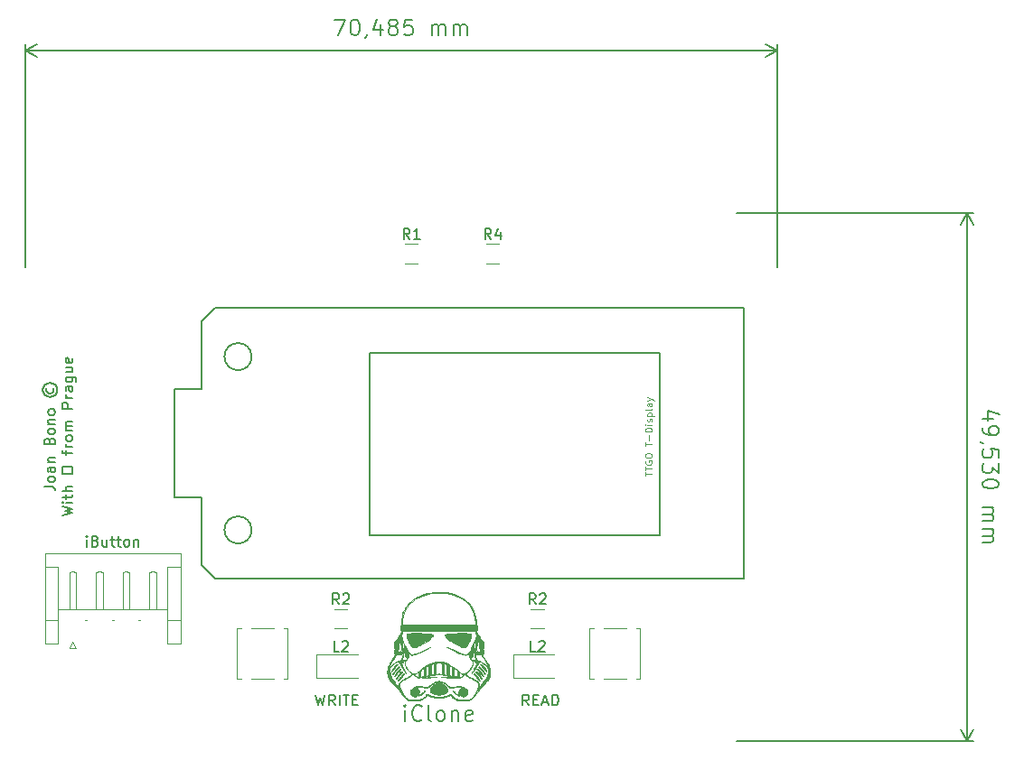
<source format=gbr>
G04 #@! TF.GenerationSoftware,KiCad,Pcbnew,5.0.2+dfsg1-1*
G04 #@! TF.CreationDate,2020-04-26T19:31:52+02:00*
G04 #@! TF.ProjectId,iClone,69436c6f-6e65-42e6-9b69-6361645f7063,rev?*
G04 #@! TF.SameCoordinates,Original*
G04 #@! TF.FileFunction,Legend,Top*
G04 #@! TF.FilePolarity,Positive*
%FSLAX46Y46*%
G04 Gerber Fmt 4.6, Leading zero omitted, Abs format (unit mm)*
G04 Created by KiCad (PCBNEW 5.0.2+dfsg1-1) date dom 26 abr 2020 19:31:52 CEST*
%MOMM*%
%LPD*%
G01*
G04 APERTURE LIST*
%ADD10C,0.150000*%
%ADD11C,0.120000*%
%ADD12C,0.127000*%
%ADD13C,0.010000*%
%ADD14C,0.015000*%
G04 APERTURE END LIST*
D10*
X107847380Y-92320476D02*
X108561666Y-92320476D01*
X108704523Y-92368095D01*
X108799761Y-92463333D01*
X108847380Y-92606190D01*
X108847380Y-92701428D01*
X108847380Y-91701428D02*
X108799761Y-91796666D01*
X108752142Y-91844285D01*
X108656904Y-91891904D01*
X108371190Y-91891904D01*
X108275952Y-91844285D01*
X108228333Y-91796666D01*
X108180714Y-91701428D01*
X108180714Y-91558571D01*
X108228333Y-91463333D01*
X108275952Y-91415714D01*
X108371190Y-91368095D01*
X108656904Y-91368095D01*
X108752142Y-91415714D01*
X108799761Y-91463333D01*
X108847380Y-91558571D01*
X108847380Y-91701428D01*
X108847380Y-90510952D02*
X108323571Y-90510952D01*
X108228333Y-90558571D01*
X108180714Y-90653809D01*
X108180714Y-90844285D01*
X108228333Y-90939523D01*
X108799761Y-90510952D02*
X108847380Y-90606190D01*
X108847380Y-90844285D01*
X108799761Y-90939523D01*
X108704523Y-90987142D01*
X108609285Y-90987142D01*
X108514047Y-90939523D01*
X108466428Y-90844285D01*
X108466428Y-90606190D01*
X108418809Y-90510952D01*
X108180714Y-90034761D02*
X108847380Y-90034761D01*
X108275952Y-90034761D02*
X108228333Y-89987142D01*
X108180714Y-89891904D01*
X108180714Y-89749047D01*
X108228333Y-89653809D01*
X108323571Y-89606190D01*
X108847380Y-89606190D01*
X108323571Y-88034761D02*
X108371190Y-87891904D01*
X108418809Y-87844285D01*
X108514047Y-87796666D01*
X108656904Y-87796666D01*
X108752142Y-87844285D01*
X108799761Y-87891904D01*
X108847380Y-87987142D01*
X108847380Y-88368095D01*
X107847380Y-88368095D01*
X107847380Y-88034761D01*
X107895000Y-87939523D01*
X107942619Y-87891904D01*
X108037857Y-87844285D01*
X108133095Y-87844285D01*
X108228333Y-87891904D01*
X108275952Y-87939523D01*
X108323571Y-88034761D01*
X108323571Y-88368095D01*
X108847380Y-87225238D02*
X108799761Y-87320476D01*
X108752142Y-87368095D01*
X108656904Y-87415714D01*
X108371190Y-87415714D01*
X108275952Y-87368095D01*
X108228333Y-87320476D01*
X108180714Y-87225238D01*
X108180714Y-87082380D01*
X108228333Y-86987142D01*
X108275952Y-86939523D01*
X108371190Y-86891904D01*
X108656904Y-86891904D01*
X108752142Y-86939523D01*
X108799761Y-86987142D01*
X108847380Y-87082380D01*
X108847380Y-87225238D01*
X108180714Y-86463333D02*
X108847380Y-86463333D01*
X108275952Y-86463333D02*
X108228333Y-86415714D01*
X108180714Y-86320476D01*
X108180714Y-86177619D01*
X108228333Y-86082380D01*
X108323571Y-86034761D01*
X108847380Y-86034761D01*
X108847380Y-85415714D02*
X108799761Y-85510952D01*
X108752142Y-85558571D01*
X108656904Y-85606190D01*
X108371190Y-85606190D01*
X108275952Y-85558571D01*
X108228333Y-85510952D01*
X108180714Y-85415714D01*
X108180714Y-85272857D01*
X108228333Y-85177619D01*
X108275952Y-85130000D01*
X108371190Y-85082380D01*
X108656904Y-85082380D01*
X108752142Y-85130000D01*
X108799761Y-85177619D01*
X108847380Y-85272857D01*
X108847380Y-85415714D01*
X108085476Y-83082380D02*
X108037857Y-83177619D01*
X108037857Y-83368095D01*
X108085476Y-83463333D01*
X108180714Y-83558571D01*
X108275952Y-83606190D01*
X108466428Y-83606190D01*
X108561666Y-83558571D01*
X108656904Y-83463333D01*
X108704523Y-83368095D01*
X108704523Y-83177619D01*
X108656904Y-83082380D01*
X107704523Y-83272857D02*
X107752142Y-83510952D01*
X107895000Y-83749047D01*
X108133095Y-83891904D01*
X108371190Y-83939523D01*
X108609285Y-83891904D01*
X108847380Y-83749047D01*
X108990238Y-83510952D01*
X109037857Y-83272857D01*
X108990238Y-83034761D01*
X108847380Y-82796666D01*
X108609285Y-82653809D01*
X108371190Y-82606190D01*
X108133095Y-82653809D01*
X107895000Y-82796666D01*
X107752142Y-83034761D01*
X107704523Y-83272857D01*
X109497380Y-95058571D02*
X110497380Y-94820476D01*
X109783095Y-94630000D01*
X110497380Y-94439523D01*
X109497380Y-94201428D01*
X110497380Y-93820476D02*
X109830714Y-93820476D01*
X109497380Y-93820476D02*
X109545000Y-93868095D01*
X109592619Y-93820476D01*
X109545000Y-93772857D01*
X109497380Y-93820476D01*
X109592619Y-93820476D01*
X109830714Y-93487142D02*
X109830714Y-93106190D01*
X109497380Y-93344285D02*
X110354523Y-93344285D01*
X110449761Y-93296666D01*
X110497380Y-93201428D01*
X110497380Y-93106190D01*
X110497380Y-92772857D02*
X109497380Y-92772857D01*
X110497380Y-92344285D02*
X109973571Y-92344285D01*
X109878333Y-92391904D01*
X109830714Y-92487142D01*
X109830714Y-92630000D01*
X109878333Y-92725238D01*
X109925952Y-92772857D01*
X110497380Y-91106190D02*
X109497380Y-91106190D01*
X109497380Y-90439523D01*
X110497380Y-90439523D01*
X110497380Y-91106190D01*
X109830714Y-89344285D02*
X109830714Y-88963333D01*
X110497380Y-89201428D02*
X109640238Y-89201428D01*
X109545000Y-89153809D01*
X109497380Y-89058571D01*
X109497380Y-88963333D01*
X110497380Y-88630000D02*
X109830714Y-88630000D01*
X110021190Y-88630000D02*
X109925952Y-88582380D01*
X109878333Y-88534761D01*
X109830714Y-88439523D01*
X109830714Y-88344285D01*
X110497380Y-87868095D02*
X110449761Y-87963333D01*
X110402142Y-88010952D01*
X110306904Y-88058571D01*
X110021190Y-88058571D01*
X109925952Y-88010952D01*
X109878333Y-87963333D01*
X109830714Y-87868095D01*
X109830714Y-87725238D01*
X109878333Y-87630000D01*
X109925952Y-87582380D01*
X110021190Y-87534761D01*
X110306904Y-87534761D01*
X110402142Y-87582380D01*
X110449761Y-87630000D01*
X110497380Y-87725238D01*
X110497380Y-87868095D01*
X110497380Y-87106190D02*
X109830714Y-87106190D01*
X109925952Y-87106190D02*
X109878333Y-87058571D01*
X109830714Y-86963333D01*
X109830714Y-86820476D01*
X109878333Y-86725238D01*
X109973571Y-86677619D01*
X110497380Y-86677619D01*
X109973571Y-86677619D02*
X109878333Y-86630000D01*
X109830714Y-86534761D01*
X109830714Y-86391904D01*
X109878333Y-86296666D01*
X109973571Y-86249047D01*
X110497380Y-86249047D01*
X110497380Y-85010952D02*
X109497380Y-85010952D01*
X109497380Y-84630000D01*
X109545000Y-84534761D01*
X109592619Y-84487142D01*
X109687857Y-84439523D01*
X109830714Y-84439523D01*
X109925952Y-84487142D01*
X109973571Y-84534761D01*
X110021190Y-84630000D01*
X110021190Y-85010952D01*
X110497380Y-84010952D02*
X109830714Y-84010952D01*
X110021190Y-84010952D02*
X109925952Y-83963333D01*
X109878333Y-83915714D01*
X109830714Y-83820476D01*
X109830714Y-83725238D01*
X110497380Y-82963333D02*
X109973571Y-82963333D01*
X109878333Y-83010952D01*
X109830714Y-83106190D01*
X109830714Y-83296666D01*
X109878333Y-83391904D01*
X110449761Y-82963333D02*
X110497380Y-83058571D01*
X110497380Y-83296666D01*
X110449761Y-83391904D01*
X110354523Y-83439523D01*
X110259285Y-83439523D01*
X110164047Y-83391904D01*
X110116428Y-83296666D01*
X110116428Y-83058571D01*
X110068809Y-82963333D01*
X109830714Y-82058571D02*
X110640238Y-82058571D01*
X110735476Y-82106190D01*
X110783095Y-82153809D01*
X110830714Y-82249047D01*
X110830714Y-82391904D01*
X110783095Y-82487142D01*
X110449761Y-82058571D02*
X110497380Y-82153809D01*
X110497380Y-82344285D01*
X110449761Y-82439523D01*
X110402142Y-82487142D01*
X110306904Y-82534761D01*
X110021190Y-82534761D01*
X109925952Y-82487142D01*
X109878333Y-82439523D01*
X109830714Y-82344285D01*
X109830714Y-82153809D01*
X109878333Y-82058571D01*
X109830714Y-81153809D02*
X110497380Y-81153809D01*
X109830714Y-81582380D02*
X110354523Y-81582380D01*
X110449761Y-81534761D01*
X110497380Y-81439523D01*
X110497380Y-81296666D01*
X110449761Y-81201428D01*
X110402142Y-81153809D01*
X110449761Y-80296666D02*
X110497380Y-80391904D01*
X110497380Y-80582380D01*
X110449761Y-80677619D01*
X110354523Y-80725238D01*
X109973571Y-80725238D01*
X109878333Y-80677619D01*
X109830714Y-80582380D01*
X109830714Y-80391904D01*
X109878333Y-80296666D01*
X109973571Y-80249047D01*
X110068809Y-80249047D01*
X110164047Y-80725238D01*
X141637142Y-114343571D02*
X141637142Y-113343571D01*
X141637142Y-112843571D02*
X141565714Y-112915000D01*
X141637142Y-112986428D01*
X141708571Y-112915000D01*
X141637142Y-112843571D01*
X141637142Y-112986428D01*
X143208571Y-114200714D02*
X143137142Y-114272142D01*
X142922857Y-114343571D01*
X142780000Y-114343571D01*
X142565714Y-114272142D01*
X142422857Y-114129285D01*
X142351428Y-113986428D01*
X142280000Y-113700714D01*
X142280000Y-113486428D01*
X142351428Y-113200714D01*
X142422857Y-113057857D01*
X142565714Y-112915000D01*
X142780000Y-112843571D01*
X142922857Y-112843571D01*
X143137142Y-112915000D01*
X143208571Y-112986428D01*
X144065714Y-114343571D02*
X143922857Y-114272142D01*
X143851428Y-114129285D01*
X143851428Y-112843571D01*
X144851428Y-114343571D02*
X144708571Y-114272142D01*
X144637142Y-114200714D01*
X144565714Y-114057857D01*
X144565714Y-113629285D01*
X144637142Y-113486428D01*
X144708571Y-113415000D01*
X144851428Y-113343571D01*
X145065714Y-113343571D01*
X145208571Y-113415000D01*
X145280000Y-113486428D01*
X145351428Y-113629285D01*
X145351428Y-114057857D01*
X145280000Y-114200714D01*
X145208571Y-114272142D01*
X145065714Y-114343571D01*
X144851428Y-114343571D01*
X145994285Y-113343571D02*
X145994285Y-114343571D01*
X145994285Y-113486428D02*
X146065714Y-113415000D01*
X146208571Y-113343571D01*
X146422857Y-113343571D01*
X146565714Y-113415000D01*
X146637142Y-113557857D01*
X146637142Y-114343571D01*
X147922857Y-114272142D02*
X147780000Y-114343571D01*
X147494285Y-114343571D01*
X147351428Y-114272142D01*
X147280000Y-114129285D01*
X147280000Y-113557857D01*
X147351428Y-113415000D01*
X147494285Y-113343571D01*
X147780000Y-113343571D01*
X147922857Y-113415000D01*
X147994285Y-113557857D01*
X147994285Y-113700714D01*
X147280000Y-113843571D01*
X196731428Y-85940000D02*
X195731428Y-85940000D01*
X197302857Y-85582857D02*
X196231428Y-85225714D01*
X196231428Y-86154285D01*
X195731428Y-86797142D02*
X195731428Y-87082857D01*
X195802857Y-87225714D01*
X195874285Y-87297142D01*
X196088571Y-87440000D01*
X196374285Y-87511428D01*
X196945714Y-87511428D01*
X197088571Y-87440000D01*
X197160000Y-87368571D01*
X197231428Y-87225714D01*
X197231428Y-86940000D01*
X197160000Y-86797142D01*
X197088571Y-86725714D01*
X196945714Y-86654285D01*
X196588571Y-86654285D01*
X196445714Y-86725714D01*
X196374285Y-86797142D01*
X196302857Y-86940000D01*
X196302857Y-87225714D01*
X196374285Y-87368571D01*
X196445714Y-87440000D01*
X196588571Y-87511428D01*
X195802857Y-88225714D02*
X195731428Y-88225714D01*
X195588571Y-88154285D01*
X195517142Y-88082857D01*
X197231428Y-89582857D02*
X197231428Y-88868571D01*
X196517142Y-88797142D01*
X196588571Y-88868571D01*
X196660000Y-89011428D01*
X196660000Y-89368571D01*
X196588571Y-89511428D01*
X196517142Y-89582857D01*
X196374285Y-89654285D01*
X196017142Y-89654285D01*
X195874285Y-89582857D01*
X195802857Y-89511428D01*
X195731428Y-89368571D01*
X195731428Y-89011428D01*
X195802857Y-88868571D01*
X195874285Y-88797142D01*
X197231428Y-90154285D02*
X197231428Y-91082857D01*
X196660000Y-90582857D01*
X196660000Y-90797142D01*
X196588571Y-90940000D01*
X196517142Y-91011428D01*
X196374285Y-91082857D01*
X196017142Y-91082857D01*
X195874285Y-91011428D01*
X195802857Y-90940000D01*
X195731428Y-90797142D01*
X195731428Y-90368571D01*
X195802857Y-90225714D01*
X195874285Y-90154285D01*
X197231428Y-92011428D02*
X197231428Y-92154285D01*
X197160000Y-92297142D01*
X197088571Y-92368571D01*
X196945714Y-92440000D01*
X196660000Y-92511428D01*
X196302857Y-92511428D01*
X196017142Y-92440000D01*
X195874285Y-92368571D01*
X195802857Y-92297142D01*
X195731428Y-92154285D01*
X195731428Y-92011428D01*
X195802857Y-91868571D01*
X195874285Y-91797142D01*
X196017142Y-91725714D01*
X196302857Y-91654285D01*
X196660000Y-91654285D01*
X196945714Y-91725714D01*
X197088571Y-91797142D01*
X197160000Y-91868571D01*
X197231428Y-92011428D01*
X195731428Y-94297142D02*
X196731428Y-94297142D01*
X196588571Y-94297142D02*
X196660000Y-94368571D01*
X196731428Y-94511428D01*
X196731428Y-94725714D01*
X196660000Y-94868571D01*
X196517142Y-94940000D01*
X195731428Y-94940000D01*
X196517142Y-94940000D02*
X196660000Y-95011428D01*
X196731428Y-95154285D01*
X196731428Y-95368571D01*
X196660000Y-95511428D01*
X196517142Y-95582857D01*
X195731428Y-95582857D01*
X195731428Y-96297142D02*
X196731428Y-96297142D01*
X196588571Y-96297142D02*
X196660000Y-96368571D01*
X196731428Y-96511428D01*
X196731428Y-96725714D01*
X196660000Y-96868571D01*
X196517142Y-96940000D01*
X195731428Y-96940000D01*
X196517142Y-96940000D02*
X196660000Y-97011428D01*
X196731428Y-97154285D01*
X196731428Y-97368571D01*
X196660000Y-97511428D01*
X196517142Y-97582857D01*
X195731428Y-97582857D01*
X194310000Y-66675000D02*
X194310000Y-116205000D01*
X172720000Y-66675000D02*
X194896421Y-66675000D01*
X172720000Y-116205000D02*
X194896421Y-116205000D01*
X194310000Y-116205000D02*
X193723579Y-115078496D01*
X194310000Y-116205000D02*
X194896421Y-115078496D01*
X194310000Y-66675000D02*
X193723579Y-67801504D01*
X194310000Y-66675000D02*
X194896421Y-67801504D01*
X135001785Y-48513571D02*
X136001785Y-48513571D01*
X135358928Y-50013571D01*
X136858928Y-48513571D02*
X137001785Y-48513571D01*
X137144642Y-48585000D01*
X137216071Y-48656428D01*
X137287500Y-48799285D01*
X137358928Y-49085000D01*
X137358928Y-49442142D01*
X137287500Y-49727857D01*
X137216071Y-49870714D01*
X137144642Y-49942142D01*
X137001785Y-50013571D01*
X136858928Y-50013571D01*
X136716071Y-49942142D01*
X136644642Y-49870714D01*
X136573214Y-49727857D01*
X136501785Y-49442142D01*
X136501785Y-49085000D01*
X136573214Y-48799285D01*
X136644642Y-48656428D01*
X136716071Y-48585000D01*
X136858928Y-48513571D01*
X138073214Y-49942142D02*
X138073214Y-50013571D01*
X138001785Y-50156428D01*
X137930357Y-50227857D01*
X139358928Y-49013571D02*
X139358928Y-50013571D01*
X139001785Y-48442142D02*
X138644642Y-49513571D01*
X139573214Y-49513571D01*
X140358928Y-49156428D02*
X140216071Y-49085000D01*
X140144642Y-49013571D01*
X140073214Y-48870714D01*
X140073214Y-48799285D01*
X140144642Y-48656428D01*
X140216071Y-48585000D01*
X140358928Y-48513571D01*
X140644642Y-48513571D01*
X140787500Y-48585000D01*
X140858928Y-48656428D01*
X140930357Y-48799285D01*
X140930357Y-48870714D01*
X140858928Y-49013571D01*
X140787500Y-49085000D01*
X140644642Y-49156428D01*
X140358928Y-49156428D01*
X140216071Y-49227857D01*
X140144642Y-49299285D01*
X140073214Y-49442142D01*
X140073214Y-49727857D01*
X140144642Y-49870714D01*
X140216071Y-49942142D01*
X140358928Y-50013571D01*
X140644642Y-50013571D01*
X140787500Y-49942142D01*
X140858928Y-49870714D01*
X140930357Y-49727857D01*
X140930357Y-49442142D01*
X140858928Y-49299285D01*
X140787500Y-49227857D01*
X140644642Y-49156428D01*
X142287500Y-48513571D02*
X141573214Y-48513571D01*
X141501785Y-49227857D01*
X141573214Y-49156428D01*
X141716071Y-49085000D01*
X142073214Y-49085000D01*
X142216071Y-49156428D01*
X142287500Y-49227857D01*
X142358928Y-49370714D01*
X142358928Y-49727857D01*
X142287500Y-49870714D01*
X142216071Y-49942142D01*
X142073214Y-50013571D01*
X141716071Y-50013571D01*
X141573214Y-49942142D01*
X141501785Y-49870714D01*
X144144642Y-50013571D02*
X144144642Y-49013571D01*
X144144642Y-49156428D02*
X144216071Y-49085000D01*
X144358928Y-49013571D01*
X144573214Y-49013571D01*
X144716071Y-49085000D01*
X144787500Y-49227857D01*
X144787500Y-50013571D01*
X144787500Y-49227857D02*
X144858928Y-49085000D01*
X145001785Y-49013571D01*
X145216071Y-49013571D01*
X145358928Y-49085000D01*
X145430357Y-49227857D01*
X145430357Y-50013571D01*
X146144642Y-50013571D02*
X146144642Y-49013571D01*
X146144642Y-49156428D02*
X146216071Y-49085000D01*
X146358928Y-49013571D01*
X146573214Y-49013571D01*
X146716071Y-49085000D01*
X146787500Y-49227857D01*
X146787500Y-50013571D01*
X146787500Y-49227857D02*
X146858928Y-49085000D01*
X147001785Y-49013571D01*
X147216071Y-49013571D01*
X147358928Y-49085000D01*
X147430357Y-49227857D01*
X147430357Y-50013571D01*
X106045000Y-51435000D02*
X176530000Y-51435000D01*
X106045000Y-71755000D02*
X106045000Y-50848579D01*
X176530000Y-71755000D02*
X176530000Y-50848579D01*
X176530000Y-51435000D02*
X175403496Y-52021421D01*
X176530000Y-51435000D02*
X175403496Y-50848579D01*
X106045000Y-51435000D02*
X107171504Y-52021421D01*
X106045000Y-51435000D02*
X107171504Y-50848579D01*
D11*
G04 #@! TO.C,R4*
X149257936Y-69575000D02*
X150462064Y-69575000D01*
X149257936Y-71395000D02*
X150462064Y-71395000D01*
G04 #@! TO.C,R1*
X141637936Y-71395000D02*
X142842064Y-71395000D01*
X141637936Y-69575000D02*
X142842064Y-69575000D01*
D12*
G04 #@! TO.C,TTGO T-Display*
X138303000Y-79756000D02*
X165481000Y-79756000D01*
X138303000Y-96901000D02*
X138303000Y-79756000D01*
X165481000Y-96901000D02*
X138303000Y-96901000D01*
X165481000Y-79756000D02*
X165481000Y-96901000D01*
X127254000Y-96393000D02*
G75*
G03X127254000Y-96393000I-1270000J0D01*
G01*
X127254000Y-80137000D02*
G75*
G03X127254000Y-80137000I-1270000J0D01*
G01*
X122555000Y-93345000D02*
X120015000Y-93345000D01*
X122555000Y-99695000D02*
X122555000Y-93345000D01*
X123825000Y-100965000D02*
X122555000Y-99695000D01*
X173355000Y-100965000D02*
X123825000Y-100965000D01*
X173355000Y-75565000D02*
X173355000Y-100965000D01*
X123825000Y-75565000D02*
X173355000Y-75565000D01*
X122555000Y-76835000D02*
X123825000Y-75565000D01*
X122555000Y-83185000D02*
X122555000Y-76835000D01*
X120015000Y-83185000D02*
X122555000Y-83185000D01*
X120015000Y-93345000D02*
X120015000Y-83185000D01*
D11*
G04 #@! TO.C,L2*
X155626749Y-108034908D02*
X151741749Y-108034908D01*
X151741749Y-108034908D02*
X151741749Y-110304908D01*
X151741749Y-110304908D02*
X155626749Y-110304908D01*
G04 #@! TO.C,R2*
X153424685Y-103814908D02*
X154628813Y-103814908D01*
X153424685Y-105634908D02*
X154628813Y-105634908D01*
G04 #@! TO.C,READ*
X158920000Y-110320000D02*
X158920000Y-105580000D01*
X158920000Y-110320000D02*
X159320000Y-110320000D01*
X158920000Y-105580000D02*
X159320000Y-105580000D01*
X163660000Y-110320000D02*
X163260000Y-110320000D01*
X163660000Y-110320000D02*
X163660000Y-105580000D01*
X163660000Y-105580000D02*
X163260000Y-105580000D01*
X162320000Y-105580000D02*
X160260000Y-105580000D01*
X162320000Y-110320000D02*
X160260000Y-110320000D01*
G04 #@! TO.C,WRITE*
X125900000Y-110320000D02*
X125900000Y-105580000D01*
X125900000Y-110320000D02*
X126300000Y-110320000D01*
X125900000Y-105580000D02*
X126300000Y-105580000D01*
X130640000Y-110320000D02*
X130240000Y-110320000D01*
X130640000Y-110320000D02*
X130640000Y-105580000D01*
X130640000Y-105580000D02*
X130240000Y-105580000D01*
X129300000Y-105580000D02*
X127240000Y-105580000D01*
X129300000Y-110320000D02*
X127240000Y-110320000D01*
G04 #@! TO.C,R2*
X135009685Y-105634908D02*
X136213813Y-105634908D01*
X135009685Y-103814908D02*
X136213813Y-103814908D01*
G04 #@! TO.C,L2*
X133326749Y-110304908D02*
X137211749Y-110304908D01*
X133326749Y-108034908D02*
X133326749Y-110304908D01*
X137211749Y-108034908D02*
X133326749Y-108034908D01*
G04 #@! TO.C,iButton*
X110790000Y-107510000D02*
X110490000Y-106910000D01*
X110190000Y-107510000D02*
X110790000Y-107510000D01*
X110490000Y-106910000D02*
X110190000Y-107510000D01*
X118310000Y-103820000D02*
X117990000Y-103820000D01*
X118310000Y-100400000D02*
X118310000Y-103820000D01*
X117990000Y-100320000D02*
X118310000Y-100400000D01*
X117670000Y-100400000D02*
X117990000Y-100320000D01*
X117670000Y-103820000D02*
X117670000Y-100400000D01*
X117990000Y-103820000D02*
X117670000Y-103820000D01*
X116660000Y-104820000D02*
X116820000Y-104820000D01*
X115810000Y-103820000D02*
X115490000Y-103820000D01*
X115810000Y-100400000D02*
X115810000Y-103820000D01*
X115490000Y-100320000D02*
X115810000Y-100400000D01*
X115170000Y-100400000D02*
X115490000Y-100320000D01*
X115170000Y-103820000D02*
X115170000Y-100400000D01*
X115490000Y-103820000D02*
X115170000Y-103820000D01*
X114160000Y-104820000D02*
X114320000Y-104820000D01*
X113310000Y-103820000D02*
X112990000Y-103820000D01*
X113310000Y-100400000D02*
X113310000Y-103820000D01*
X112990000Y-100320000D02*
X113310000Y-100400000D01*
X112670000Y-100400000D02*
X112990000Y-100320000D01*
X112670000Y-103820000D02*
X112670000Y-100400000D01*
X112990000Y-103820000D02*
X112670000Y-103820000D01*
X111660000Y-104820000D02*
X111820000Y-104820000D01*
X110810000Y-103820000D02*
X110490000Y-103820000D01*
X110810000Y-100400000D02*
X110810000Y-103820000D01*
X110490000Y-100320000D02*
X110810000Y-100400000D01*
X110170000Y-100400000D02*
X110490000Y-100320000D01*
X110170000Y-103820000D02*
X110170000Y-100400000D01*
X110490000Y-103820000D02*
X110170000Y-103820000D01*
X109100000Y-103820000D02*
X119380000Y-103820000D01*
X119380000Y-104820000D02*
X120600000Y-104820000D01*
X119380000Y-99820000D02*
X119380000Y-104820000D01*
X120600000Y-99820000D02*
X119380000Y-99820000D01*
X109100000Y-104820000D02*
X107880000Y-104820000D01*
X109100000Y-99820000D02*
X109100000Y-104820000D01*
X107880000Y-99820000D02*
X109100000Y-99820000D01*
X119380000Y-107020000D02*
X119380000Y-104820000D01*
X120600000Y-107020000D02*
X119380000Y-107020000D01*
X120600000Y-98600000D02*
X120600000Y-107020000D01*
X107880000Y-98600000D02*
X120600000Y-98600000D01*
X107880000Y-107020000D02*
X107880000Y-98600000D01*
X109100000Y-107020000D02*
X107880000Y-107020000D01*
X109100000Y-104820000D02*
X109100000Y-107020000D01*
D13*
G04 #@! TO.C,G\002A\002A\002A*
G36*
X147126347Y-111445108D02*
X147171833Y-111481761D01*
X147209742Y-111544529D01*
X147219118Y-111614255D01*
X147199606Y-111681330D01*
X147180273Y-111709303D01*
X147128966Y-111745843D01*
X147062902Y-111762936D01*
X146996615Y-111758108D01*
X146966263Y-111745758D01*
X146912904Y-111697731D01*
X146884766Y-111635324D01*
X146883105Y-111567563D01*
X146909177Y-111503479D01*
X146929230Y-111479297D01*
X146992556Y-111436064D01*
X147060230Y-111424687D01*
X147126347Y-111445108D01*
X147126347Y-111445108D01*
G37*
X147126347Y-111445108D02*
X147171833Y-111481761D01*
X147209742Y-111544529D01*
X147219118Y-111614255D01*
X147199606Y-111681330D01*
X147180273Y-111709303D01*
X147128966Y-111745843D01*
X147062902Y-111762936D01*
X146996615Y-111758108D01*
X146966263Y-111745758D01*
X146912904Y-111697731D01*
X146884766Y-111635324D01*
X146883105Y-111567563D01*
X146909177Y-111503479D01*
X146929230Y-111479297D01*
X146992556Y-111436064D01*
X147060230Y-111424687D01*
X147126347Y-111445108D01*
G36*
X142554613Y-111425097D02*
X142584920Y-111436251D01*
X142648483Y-111477335D01*
X142687306Y-111534109D01*
X142697200Y-111585171D01*
X142683031Y-111660721D01*
X142644787Y-111718591D01*
X142588858Y-111754891D01*
X142521636Y-111765731D01*
X142449510Y-111747222D01*
X142439392Y-111742071D01*
X142387761Y-111700226D01*
X142362515Y-111642002D01*
X142358533Y-111595547D01*
X142373939Y-111523522D01*
X142418692Y-111466938D01*
X142470813Y-111436251D01*
X142516139Y-111421750D01*
X142554613Y-111425097D01*
X142554613Y-111425097D01*
G37*
X142554613Y-111425097D02*
X142584920Y-111436251D01*
X142648483Y-111477335D01*
X142687306Y-111534109D01*
X142697200Y-111585171D01*
X142683031Y-111660721D01*
X142644787Y-111718591D01*
X142588858Y-111754891D01*
X142521636Y-111765731D01*
X142449510Y-111747222D01*
X142439392Y-111742071D01*
X142387761Y-111700226D01*
X142362515Y-111642002D01*
X142358533Y-111595547D01*
X142373939Y-111523522D01*
X142418692Y-111466938D01*
X142470813Y-111436251D01*
X142516139Y-111421750D01*
X142554613Y-111425097D01*
G36*
X148447229Y-106473241D02*
X148437754Y-106552974D01*
X148424648Y-106653797D01*
X148408783Y-106769821D01*
X148391032Y-106895158D01*
X148372269Y-107023920D01*
X148353365Y-107150218D01*
X148335194Y-107268164D01*
X148318630Y-107371869D01*
X148304544Y-107455445D01*
X148293809Y-107513003D01*
X148291503Y-107523742D01*
X148271226Y-107617471D01*
X148259539Y-107686906D01*
X148256406Y-107740506D01*
X148261796Y-107786727D01*
X148275674Y-107834027D01*
X148290130Y-107871586D01*
X148310948Y-107929993D01*
X148317894Y-107965366D01*
X148311456Y-107975267D01*
X148292121Y-107957257D01*
X148277223Y-107936190D01*
X148260014Y-107899740D01*
X148240209Y-107842895D01*
X148223228Y-107782287D01*
X148208752Y-107719156D01*
X148203447Y-107675692D01*
X148207287Y-107638969D01*
X148220244Y-107596059D01*
X148222841Y-107588663D01*
X148246940Y-107502224D01*
X148269764Y-107383429D01*
X148291130Y-107233770D01*
X148310851Y-107054739D01*
X148328745Y-106847829D01*
X148344625Y-106614531D01*
X148345845Y-106594062D01*
X148356906Y-106406525D01*
X148407830Y-106387303D01*
X148458755Y-106368081D01*
X148447229Y-106473241D01*
X148447229Y-106473241D01*
G37*
X148447229Y-106473241D02*
X148437754Y-106552974D01*
X148424648Y-106653797D01*
X148408783Y-106769821D01*
X148391032Y-106895158D01*
X148372269Y-107023920D01*
X148353365Y-107150218D01*
X148335194Y-107268164D01*
X148318630Y-107371869D01*
X148304544Y-107455445D01*
X148293809Y-107513003D01*
X148291503Y-107523742D01*
X148271226Y-107617471D01*
X148259539Y-107686906D01*
X148256406Y-107740506D01*
X148261796Y-107786727D01*
X148275674Y-107834027D01*
X148290130Y-107871586D01*
X148310948Y-107929993D01*
X148317894Y-107965366D01*
X148311456Y-107975267D01*
X148292121Y-107957257D01*
X148277223Y-107936190D01*
X148260014Y-107899740D01*
X148240209Y-107842895D01*
X148223228Y-107782287D01*
X148208752Y-107719156D01*
X148203447Y-107675692D01*
X148207287Y-107638969D01*
X148220244Y-107596059D01*
X148222841Y-107588663D01*
X148246940Y-107502224D01*
X148269764Y-107383429D01*
X148291130Y-107233770D01*
X148310851Y-107054739D01*
X148328745Y-106847829D01*
X148344625Y-106614531D01*
X148345845Y-106594062D01*
X148356906Y-106406525D01*
X148407830Y-106387303D01*
X148458755Y-106368081D01*
X148447229Y-106473241D01*
G36*
X148866208Y-107645427D02*
X148882696Y-107674440D01*
X148891699Y-107728170D01*
X148894567Y-107811012D01*
X148894568Y-107811413D01*
X148890138Y-107890246D01*
X148873886Y-107943870D01*
X148842038Y-107979976D01*
X148800847Y-108002233D01*
X148750071Y-108015241D01*
X148679807Y-108022975D01*
X148600859Y-108025428D01*
X148524025Y-108022589D01*
X148460107Y-108014448D01*
X148422530Y-108002569D01*
X148371069Y-107955884D01*
X148342222Y-107890185D01*
X148338055Y-107848400D01*
X148338910Y-107797600D01*
X148353410Y-107845986D01*
X148375398Y-107895005D01*
X148405902Y-107935418D01*
X148436592Y-107956958D01*
X148444457Y-107958207D01*
X148453814Y-107953413D01*
X148444368Y-107945507D01*
X148411409Y-107905268D01*
X148391339Y-107841912D01*
X148386800Y-107787963D01*
X148386800Y-107716833D01*
X148423509Y-107763502D01*
X148466215Y-107803595D01*
X148516099Y-107833518D01*
X148574669Y-107849339D01*
X148643985Y-107856048D01*
X148709851Y-107853261D01*
X148758068Y-107840598D01*
X148759090Y-107840063D01*
X148788026Y-107809401D01*
X148810661Y-107759860D01*
X148821721Y-107706409D01*
X148818684Y-107670866D01*
X148817083Y-107644024D01*
X148840541Y-107636734D01*
X148840883Y-107636733D01*
X148866208Y-107645427D01*
X148866208Y-107645427D01*
G37*
X148866208Y-107645427D02*
X148882696Y-107674440D01*
X148891699Y-107728170D01*
X148894567Y-107811012D01*
X148894568Y-107811413D01*
X148890138Y-107890246D01*
X148873886Y-107943870D01*
X148842038Y-107979976D01*
X148800847Y-108002233D01*
X148750071Y-108015241D01*
X148679807Y-108022975D01*
X148600859Y-108025428D01*
X148524025Y-108022589D01*
X148460107Y-108014448D01*
X148422530Y-108002569D01*
X148371069Y-107955884D01*
X148342222Y-107890185D01*
X148338055Y-107848400D01*
X148338910Y-107797600D01*
X148353410Y-107845986D01*
X148375398Y-107895005D01*
X148405902Y-107935418D01*
X148436592Y-107956958D01*
X148444457Y-107958207D01*
X148453814Y-107953413D01*
X148444368Y-107945507D01*
X148411409Y-107905268D01*
X148391339Y-107841912D01*
X148386800Y-107787963D01*
X148386800Y-107716833D01*
X148423509Y-107763502D01*
X148466215Y-107803595D01*
X148516099Y-107833518D01*
X148574669Y-107849339D01*
X148643985Y-107856048D01*
X148709851Y-107853261D01*
X148758068Y-107840598D01*
X148759090Y-107840063D01*
X148788026Y-107809401D01*
X148810661Y-107759860D01*
X148821721Y-107706409D01*
X148818684Y-107670866D01*
X148817083Y-107644024D01*
X148840541Y-107636734D01*
X148840883Y-107636733D01*
X148866208Y-107645427D01*
G36*
X141158040Y-106381187D02*
X141171243Y-106385522D01*
X141192868Y-106394090D01*
X141207356Y-106406121D01*
X141216685Y-106428142D01*
X141222833Y-106466680D01*
X141227778Y-106528262D01*
X141231277Y-106583608D01*
X141248201Y-106831417D01*
X141266309Y-107045943D01*
X141285670Y-107227749D01*
X141306352Y-107377400D01*
X141328424Y-107495460D01*
X141351956Y-107582493D01*
X141354091Y-107588663D01*
X141368351Y-107633514D01*
X141373496Y-107670329D01*
X141369500Y-107712037D01*
X141356337Y-107771564D01*
X141353704Y-107782287D01*
X141329318Y-107865464D01*
X141302981Y-107928434D01*
X141277065Y-107966340D01*
X141259366Y-107975400D01*
X141257593Y-107961304D01*
X141267427Y-107924520D01*
X141284755Y-107878033D01*
X141316433Y-107780771D01*
X141323638Y-107698621D01*
X141307500Y-107625199D01*
X141299437Y-107593614D01*
X141287625Y-107533414D01*
X141272808Y-107449552D01*
X141255727Y-107346981D01*
X141237124Y-107230654D01*
X141217743Y-107105522D01*
X141198326Y-106976539D01*
X141179615Y-106848657D01*
X141162353Y-106726830D01*
X141147282Y-106616010D01*
X141135144Y-106521149D01*
X141126683Y-106447201D01*
X141122640Y-106399118D01*
X141122400Y-106390458D01*
X141130089Y-106377249D01*
X141158040Y-106381187D01*
X141158040Y-106381187D01*
G37*
X141158040Y-106381187D02*
X141171243Y-106385522D01*
X141192868Y-106394090D01*
X141207356Y-106406121D01*
X141216685Y-106428142D01*
X141222833Y-106466680D01*
X141227778Y-106528262D01*
X141231277Y-106583608D01*
X141248201Y-106831417D01*
X141266309Y-107045943D01*
X141285670Y-107227749D01*
X141306352Y-107377400D01*
X141328424Y-107495460D01*
X141351956Y-107582493D01*
X141354091Y-107588663D01*
X141368351Y-107633514D01*
X141373496Y-107670329D01*
X141369500Y-107712037D01*
X141356337Y-107771564D01*
X141353704Y-107782287D01*
X141329318Y-107865464D01*
X141302981Y-107928434D01*
X141277065Y-107966340D01*
X141259366Y-107975400D01*
X141257593Y-107961304D01*
X141267427Y-107924520D01*
X141284755Y-107878033D01*
X141316433Y-107780771D01*
X141323638Y-107698621D01*
X141307500Y-107625199D01*
X141299437Y-107593614D01*
X141287625Y-107533414D01*
X141272808Y-107449552D01*
X141255727Y-107346981D01*
X141237124Y-107230654D01*
X141217743Y-107105522D01*
X141198326Y-106976539D01*
X141179615Y-106848657D01*
X141162353Y-106726830D01*
X141147282Y-106616010D01*
X141135144Y-106521149D01*
X141126683Y-106447201D01*
X141122640Y-106399118D01*
X141122400Y-106390458D01*
X141130089Y-106377249D01*
X141158040Y-106381187D01*
G36*
X140758218Y-107643958D02*
X140758735Y-107671226D01*
X140757716Y-107675494D01*
X140758064Y-107729659D01*
X140778134Y-107787704D01*
X140811606Y-107831863D01*
X140814032Y-107833781D01*
X140854926Y-107849363D01*
X140915593Y-107855450D01*
X140983300Y-107852055D01*
X141045315Y-107839191D01*
X141060834Y-107833518D01*
X141111446Y-107803044D01*
X141153423Y-107763502D01*
X141190133Y-107716833D01*
X141190133Y-107787690D01*
X141183144Y-107848269D01*
X141165968Y-107905213D01*
X141162416Y-107912741D01*
X141134700Y-107966933D01*
X141171139Y-107934444D01*
X141202716Y-107893859D01*
X141222728Y-107849777D01*
X141237878Y-107797600D01*
X141239406Y-107845007D01*
X141228002Y-107911856D01*
X141194177Y-107970138D01*
X141148273Y-108005970D01*
X141102218Y-108017509D01*
X141034045Y-108023762D01*
X140955068Y-108024863D01*
X140876597Y-108020945D01*
X140809947Y-108012144D01*
X140772366Y-108001515D01*
X140723448Y-107970973D01*
X140695015Y-107926860D01*
X140683134Y-107861536D01*
X140682133Y-107826230D01*
X140685890Y-107734416D01*
X140697516Y-107673761D01*
X140717549Y-107642359D01*
X140735372Y-107636733D01*
X140758218Y-107643958D01*
X140758218Y-107643958D01*
G37*
X140758218Y-107643958D02*
X140758735Y-107671226D01*
X140757716Y-107675494D01*
X140758064Y-107729659D01*
X140778134Y-107787704D01*
X140811606Y-107831863D01*
X140814032Y-107833781D01*
X140854926Y-107849363D01*
X140915593Y-107855450D01*
X140983300Y-107852055D01*
X141045315Y-107839191D01*
X141060834Y-107833518D01*
X141111446Y-107803044D01*
X141153423Y-107763502D01*
X141190133Y-107716833D01*
X141190133Y-107787690D01*
X141183144Y-107848269D01*
X141165968Y-107905213D01*
X141162416Y-107912741D01*
X141134700Y-107966933D01*
X141171139Y-107934444D01*
X141202716Y-107893859D01*
X141222728Y-107849777D01*
X141237878Y-107797600D01*
X141239406Y-107845007D01*
X141228002Y-107911856D01*
X141194177Y-107970138D01*
X141148273Y-108005970D01*
X141102218Y-108017509D01*
X141034045Y-108023762D01*
X140955068Y-108024863D01*
X140876597Y-108020945D01*
X140809947Y-108012144D01*
X140772366Y-108001515D01*
X140723448Y-107970973D01*
X140695015Y-107926860D01*
X140683134Y-107861536D01*
X140682133Y-107826230D01*
X140685890Y-107734416D01*
X140697516Y-107673761D01*
X140717549Y-107642359D01*
X140735372Y-107636733D01*
X140758218Y-107643958D01*
G36*
X141376400Y-106002666D02*
X141367933Y-106011133D01*
X141359466Y-106002666D01*
X141367933Y-105994200D01*
X141376400Y-106002666D01*
X141376400Y-106002666D01*
G37*
X141376400Y-106002666D02*
X141367933Y-106011133D01*
X141359466Y-106002666D01*
X141367933Y-105994200D01*
X141376400Y-106002666D01*
G36*
X148225658Y-106018603D02*
X148245503Y-106049039D01*
X148251333Y-106065170D01*
X148246568Y-106078343D01*
X148232930Y-106060147D01*
X148219909Y-106032300D01*
X148207652Y-106002029D01*
X148210390Y-105999923D01*
X148225658Y-106018603D01*
X148225658Y-106018603D01*
G37*
X148225658Y-106018603D02*
X148245503Y-106049039D01*
X148251333Y-106065170D01*
X148246568Y-106078343D01*
X148232930Y-106060147D01*
X148219909Y-106032300D01*
X148207652Y-106002029D01*
X148210390Y-105999923D01*
X148225658Y-106018603D01*
G36*
X147067608Y-106079413D02*
X147218867Y-106080296D01*
X147355377Y-106082049D01*
X147471530Y-106084693D01*
X147561717Y-106088251D01*
X147589665Y-106089963D01*
X147664453Y-106096050D01*
X147713067Y-106102956D01*
X147743170Y-106112907D01*
X147762426Y-106128131D01*
X147773773Y-106143448D01*
X147794525Y-106201629D01*
X147799382Y-106284483D01*
X147789263Y-106387286D01*
X147765085Y-106505314D01*
X147727768Y-106633843D01*
X147678229Y-106768147D01*
X147631866Y-106873512D01*
X147561372Y-107012811D01*
X147491532Y-107128589D01*
X147415930Y-107230447D01*
X147328433Y-107327700D01*
X147269779Y-107384244D01*
X147220676Y-107418491D01*
X147171688Y-107432535D01*
X147113375Y-107428472D01*
X147036299Y-107408398D01*
X147006733Y-107399127D01*
X146912219Y-107363944D01*
X146795105Y-107312396D01*
X146660691Y-107247319D01*
X146514275Y-107171546D01*
X146361158Y-107087913D01*
X146206639Y-106999254D01*
X146056016Y-106908404D01*
X145914589Y-106818198D01*
X145889133Y-106801324D01*
X145717378Y-106682545D01*
X145576194Y-106575882D01*
X145465696Y-106481460D01*
X145386002Y-106399402D01*
X145337227Y-106329835D01*
X145319488Y-106272884D01*
X145332901Y-106228674D01*
X145345088Y-106216141D01*
X145395866Y-106189010D01*
X145479359Y-106164273D01*
X145594489Y-106142108D01*
X145740179Y-106122697D01*
X145915350Y-106106218D01*
X146066933Y-106095801D01*
X146164398Y-106091193D01*
X146286374Y-106087304D01*
X146427251Y-106084157D01*
X146581422Y-106081773D01*
X146743277Y-106080174D01*
X146907208Y-106079380D01*
X147067608Y-106079413D01*
X147067608Y-106079413D01*
G37*
X147067608Y-106079413D02*
X147218867Y-106080296D01*
X147355377Y-106082049D01*
X147471530Y-106084693D01*
X147561717Y-106088251D01*
X147589665Y-106089963D01*
X147664453Y-106096050D01*
X147713067Y-106102956D01*
X147743170Y-106112907D01*
X147762426Y-106128131D01*
X147773773Y-106143448D01*
X147794525Y-106201629D01*
X147799382Y-106284483D01*
X147789263Y-106387286D01*
X147765085Y-106505314D01*
X147727768Y-106633843D01*
X147678229Y-106768147D01*
X147631866Y-106873512D01*
X147561372Y-107012811D01*
X147491532Y-107128589D01*
X147415930Y-107230447D01*
X147328433Y-107327700D01*
X147269779Y-107384244D01*
X147220676Y-107418491D01*
X147171688Y-107432535D01*
X147113375Y-107428472D01*
X147036299Y-107408398D01*
X147006733Y-107399127D01*
X146912219Y-107363944D01*
X146795105Y-107312396D01*
X146660691Y-107247319D01*
X146514275Y-107171546D01*
X146361158Y-107087913D01*
X146206639Y-106999254D01*
X146056016Y-106908404D01*
X145914589Y-106818198D01*
X145889133Y-106801324D01*
X145717378Y-106682545D01*
X145576194Y-106575882D01*
X145465696Y-106481460D01*
X145386002Y-106399402D01*
X145337227Y-106329835D01*
X145319488Y-106272884D01*
X145332901Y-106228674D01*
X145345088Y-106216141D01*
X145395866Y-106189010D01*
X145479359Y-106164273D01*
X145594489Y-106142108D01*
X145740179Y-106122697D01*
X145915350Y-106106218D01*
X146066933Y-106095801D01*
X146164398Y-106091193D01*
X146286374Y-106087304D01*
X146427251Y-106084157D01*
X146581422Y-106081773D01*
X146743277Y-106080174D01*
X146907208Y-106079380D01*
X147067608Y-106079413D01*
G36*
X142865387Y-106080393D02*
X143033512Y-106082230D01*
X143192811Y-106084981D01*
X143337187Y-106088622D01*
X143460544Y-106093128D01*
X143521392Y-106096204D01*
X143715924Y-106110386D01*
X143882605Y-106128667D01*
X144020315Y-106150818D01*
X144127937Y-106176607D01*
X144204351Y-106205805D01*
X144248440Y-106238179D01*
X144254618Y-106247362D01*
X144258479Y-106289875D01*
X144232853Y-106345742D01*
X144178933Y-106413973D01*
X144097908Y-106493575D01*
X143990971Y-106583557D01*
X143859312Y-106682926D01*
X143704123Y-106790691D01*
X143526595Y-106905860D01*
X143327918Y-107027441D01*
X143292755Y-107048304D01*
X143207914Y-107096301D01*
X143106623Y-107150254D01*
X142995973Y-107206710D01*
X142883054Y-107262215D01*
X142774955Y-107313317D01*
X142678768Y-107356561D01*
X142601583Y-107388494D01*
X142572654Y-107399032D01*
X142488782Y-107424159D01*
X142425569Y-107432748D01*
X142373342Y-107423319D01*
X142322423Y-107394389D01*
X142272656Y-107353100D01*
X142193593Y-107270717D01*
X142116438Y-107169308D01*
X142042952Y-107053427D01*
X141974894Y-106927631D01*
X141914023Y-106796472D01*
X141862102Y-106664506D01*
X141820889Y-106536288D01*
X141792144Y-106416372D01*
X141777627Y-106309312D01*
X141779099Y-106219664D01*
X141798320Y-106151981D01*
X141804451Y-106141478D01*
X141818943Y-106123327D01*
X141838733Y-106110891D01*
X141870704Y-106102468D01*
X141921737Y-106096355D01*
X141998713Y-106090852D01*
X142012684Y-106089989D01*
X142105741Y-106085810D01*
X142226551Y-106082696D01*
X142369017Y-106080622D01*
X142527043Y-106079564D01*
X142694531Y-106079496D01*
X142865387Y-106080393D01*
X142865387Y-106080393D01*
G37*
X142865387Y-106080393D02*
X143033512Y-106082230D01*
X143192811Y-106084981D01*
X143337187Y-106088622D01*
X143460544Y-106093128D01*
X143521392Y-106096204D01*
X143715924Y-106110386D01*
X143882605Y-106128667D01*
X144020315Y-106150818D01*
X144127937Y-106176607D01*
X144204351Y-106205805D01*
X144248440Y-106238179D01*
X144254618Y-106247362D01*
X144258479Y-106289875D01*
X144232853Y-106345742D01*
X144178933Y-106413973D01*
X144097908Y-106493575D01*
X143990971Y-106583557D01*
X143859312Y-106682926D01*
X143704123Y-106790691D01*
X143526595Y-106905860D01*
X143327918Y-107027441D01*
X143292755Y-107048304D01*
X143207914Y-107096301D01*
X143106623Y-107150254D01*
X142995973Y-107206710D01*
X142883054Y-107262215D01*
X142774955Y-107313317D01*
X142678768Y-107356561D01*
X142601583Y-107388494D01*
X142572654Y-107399032D01*
X142488782Y-107424159D01*
X142425569Y-107432748D01*
X142373342Y-107423319D01*
X142322423Y-107394389D01*
X142272656Y-107353100D01*
X142193593Y-107270717D01*
X142116438Y-107169308D01*
X142042952Y-107053427D01*
X141974894Y-106927631D01*
X141914023Y-106796472D01*
X141862102Y-106664506D01*
X141820889Y-106536288D01*
X141792144Y-106416372D01*
X141777627Y-106309312D01*
X141779099Y-106219664D01*
X141798320Y-106151981D01*
X141804451Y-106141478D01*
X141818943Y-106123327D01*
X141838733Y-106110891D01*
X141870704Y-106102468D01*
X141921737Y-106096355D01*
X141998713Y-106090852D01*
X142012684Y-106089989D01*
X142105741Y-106085810D01*
X142226551Y-106082696D01*
X142369017Y-106080622D01*
X142527043Y-106079564D01*
X142694531Y-106079496D01*
X142865387Y-106080393D01*
G36*
X147921722Y-107556641D02*
X147924611Y-107583671D01*
X147923386Y-107629978D01*
X147918489Y-107690843D01*
X147910359Y-107761549D01*
X147899437Y-107837379D01*
X147886164Y-107913616D01*
X147870981Y-107985543D01*
X147859765Y-108029673D01*
X147834045Y-108109307D01*
X147802289Y-108188379D01*
X147768594Y-108258132D01*
X147737057Y-108309813D01*
X147719286Y-108329876D01*
X147693982Y-108329909D01*
X147654354Y-108303495D01*
X147650170Y-108299830D01*
X147624095Y-108274584D01*
X147609355Y-108250392D01*
X147603261Y-108217265D01*
X147603125Y-108165212D01*
X147604418Y-108129786D01*
X147608406Y-108062887D01*
X147616678Y-108017355D01*
X147633556Y-107980690D01*
X147663365Y-107940392D01*
X147674657Y-107926707D01*
X147715176Y-107874487D01*
X147761825Y-107808937D01*
X147809243Y-107738259D01*
X147852064Y-107670655D01*
X147884926Y-107614329D01*
X147901841Y-107579276D01*
X147914279Y-107553603D01*
X147921722Y-107556641D01*
X147921722Y-107556641D01*
G37*
X147921722Y-107556641D02*
X147924611Y-107583671D01*
X147923386Y-107629978D01*
X147918489Y-107690843D01*
X147910359Y-107761549D01*
X147899437Y-107837379D01*
X147886164Y-107913616D01*
X147870981Y-107985543D01*
X147859765Y-108029673D01*
X147834045Y-108109307D01*
X147802289Y-108188379D01*
X147768594Y-108258132D01*
X147737057Y-108309813D01*
X147719286Y-108329876D01*
X147693982Y-108329909D01*
X147654354Y-108303495D01*
X147650170Y-108299830D01*
X147624095Y-108274584D01*
X147609355Y-108250392D01*
X147603261Y-108217265D01*
X147603125Y-108165212D01*
X147604418Y-108129786D01*
X147608406Y-108062887D01*
X147616678Y-108017355D01*
X147633556Y-107980690D01*
X147663365Y-107940392D01*
X147674657Y-107926707D01*
X147715176Y-107874487D01*
X147761825Y-107808937D01*
X147809243Y-107738259D01*
X147852064Y-107670655D01*
X147884926Y-107614329D01*
X147901841Y-107579276D01*
X147914279Y-107553603D01*
X147921722Y-107556641D01*
G36*
X141666510Y-107560952D02*
X141679001Y-107587818D01*
X141699405Y-107628436D01*
X141734781Y-107687649D01*
X141779577Y-107757112D01*
X141828238Y-107828483D01*
X141875211Y-107893417D01*
X141914943Y-107943574D01*
X141918684Y-107947889D01*
X141948953Y-107985143D01*
X141966148Y-108018222D01*
X141974047Y-108059167D01*
X141976430Y-108120017D01*
X141976550Y-108132239D01*
X141975821Y-108197057D01*
X141970303Y-108238864D01*
X141956973Y-108268472D01*
X141932807Y-108296692D01*
X141929664Y-108299868D01*
X141896755Y-108332517D01*
X141878365Y-108344424D01*
X141864182Y-108337880D01*
X141846664Y-108318300D01*
X141797774Y-108244437D01*
X141753409Y-108141004D01*
X141714854Y-108012139D01*
X141683395Y-107861984D01*
X141664475Y-107731618D01*
X141655308Y-107642433D01*
X141652640Y-107583775D01*
X141656399Y-107556371D01*
X141666510Y-107560952D01*
X141666510Y-107560952D01*
G37*
X141666510Y-107560952D02*
X141679001Y-107587818D01*
X141699405Y-107628436D01*
X141734781Y-107687649D01*
X141779577Y-107757112D01*
X141828238Y-107828483D01*
X141875211Y-107893417D01*
X141914943Y-107943574D01*
X141918684Y-107947889D01*
X141948953Y-107985143D01*
X141966148Y-108018222D01*
X141974047Y-108059167D01*
X141976430Y-108120017D01*
X141976550Y-108132239D01*
X141975821Y-108197057D01*
X141970303Y-108238864D01*
X141956973Y-108268472D01*
X141932807Y-108296692D01*
X141929664Y-108299868D01*
X141896755Y-108332517D01*
X141878365Y-108344424D01*
X141864182Y-108337880D01*
X141846664Y-108318300D01*
X141797774Y-108244437D01*
X141753409Y-108141004D01*
X141714854Y-108012139D01*
X141683395Y-107861984D01*
X141664475Y-107731618D01*
X141655308Y-107642433D01*
X141652640Y-107583775D01*
X141656399Y-107556371D01*
X141666510Y-107560952D01*
G36*
X148774355Y-108998702D02*
X148835819Y-109041110D01*
X148887154Y-109087656D01*
X148936896Y-109140964D01*
X148993605Y-109209694D01*
X149053447Y-109288242D01*
X149112590Y-109371001D01*
X149167198Y-109452365D01*
X149213438Y-109526728D01*
X149247475Y-109588484D01*
X149265477Y-109632026D01*
X149267333Y-109643556D01*
X149256929Y-109666294D01*
X149230526Y-109666813D01*
X149195336Y-109647556D01*
X149158571Y-109610966D01*
X149154178Y-109605233D01*
X149029707Y-109441210D01*
X148921021Y-109305775D01*
X148827330Y-109197983D01*
X148747847Y-109116886D01*
X148746203Y-109115348D01*
X148634019Y-109010697D01*
X148677395Y-108990933D01*
X148722876Y-108982589D01*
X148774355Y-108998702D01*
X148774355Y-108998702D01*
G37*
X148774355Y-108998702D02*
X148835819Y-109041110D01*
X148887154Y-109087656D01*
X148936896Y-109140964D01*
X148993605Y-109209694D01*
X149053447Y-109288242D01*
X149112590Y-109371001D01*
X149167198Y-109452365D01*
X149213438Y-109526728D01*
X149247475Y-109588484D01*
X149265477Y-109632026D01*
X149267333Y-109643556D01*
X149256929Y-109666294D01*
X149230526Y-109666813D01*
X149195336Y-109647556D01*
X149158571Y-109610966D01*
X149154178Y-109605233D01*
X149029707Y-109441210D01*
X148921021Y-109305775D01*
X148827330Y-109197983D01*
X148747847Y-109116886D01*
X148746203Y-109115348D01*
X148634019Y-109010697D01*
X148677395Y-108990933D01*
X148722876Y-108982589D01*
X148774355Y-108998702D01*
G36*
X148311727Y-108746648D02*
X148376783Y-108758869D01*
X148438638Y-108775749D01*
X148488605Y-108795102D01*
X148517997Y-108814745D01*
X148522266Y-108824253D01*
X148513226Y-108852294D01*
X148487471Y-108904899D01*
X148447045Y-108978437D01*
X148393996Y-109069278D01*
X148330369Y-109173791D01*
X148280172Y-109253866D01*
X148235232Y-109322886D01*
X148182241Y-109401316D01*
X148124580Y-109484480D01*
X148065631Y-109567706D01*
X148008774Y-109646318D01*
X147957391Y-109715641D01*
X147914864Y-109771001D01*
X147884572Y-109807723D01*
X147869898Y-109821132D01*
X147869859Y-109821133D01*
X147873309Y-109807610D01*
X147890424Y-109771558D01*
X147917895Y-109719754D01*
X147929789Y-109698366D01*
X148008438Y-109554627D01*
X148079844Y-109416397D01*
X148142520Y-109287119D01*
X148194981Y-109170237D01*
X148235742Y-109069195D01*
X148263316Y-108987436D01*
X148276219Y-108928404D01*
X148274656Y-108898961D01*
X148252935Y-108872251D01*
X148215439Y-108846418D01*
X148215414Y-108846405D01*
X148178229Y-108816297D01*
X148167148Y-108783266D01*
X148182887Y-108755687D01*
X148206757Y-108744916D01*
X148252156Y-108741269D01*
X148311727Y-108746648D01*
X148311727Y-108746648D01*
G37*
X148311727Y-108746648D02*
X148376783Y-108758869D01*
X148438638Y-108775749D01*
X148488605Y-108795102D01*
X148517997Y-108814745D01*
X148522266Y-108824253D01*
X148513226Y-108852294D01*
X148487471Y-108904899D01*
X148447045Y-108978437D01*
X148393996Y-109069278D01*
X148330369Y-109173791D01*
X148280172Y-109253866D01*
X148235232Y-109322886D01*
X148182241Y-109401316D01*
X148124580Y-109484480D01*
X148065631Y-109567706D01*
X148008774Y-109646318D01*
X147957391Y-109715641D01*
X147914864Y-109771001D01*
X147884572Y-109807723D01*
X147869898Y-109821132D01*
X147869859Y-109821133D01*
X147873309Y-109807610D01*
X147890424Y-109771558D01*
X147917895Y-109719754D01*
X147929789Y-109698366D01*
X148008438Y-109554627D01*
X148079844Y-109416397D01*
X148142520Y-109287119D01*
X148194981Y-109170237D01*
X148235742Y-109069195D01*
X148263316Y-108987436D01*
X148276219Y-108928404D01*
X148274656Y-108898961D01*
X148252935Y-108872251D01*
X148215439Y-108846418D01*
X148215414Y-108846405D01*
X148178229Y-108816297D01*
X148167148Y-108783266D01*
X148182887Y-108755687D01*
X148206757Y-108744916D01*
X148252156Y-108741269D01*
X148311727Y-108746648D01*
G36*
X148596666Y-109219332D02*
X148660786Y-109252002D01*
X148733102Y-109314040D01*
X148762664Y-109344940D01*
X148804202Y-109394049D01*
X148853499Y-109458350D01*
X148906910Y-109532349D01*
X148960789Y-109610554D01*
X149011489Y-109687470D01*
X149055365Y-109757605D01*
X149088770Y-109815464D01*
X149108058Y-109855555D01*
X149111211Y-109870089D01*
X149094011Y-109897273D01*
X149063352Y-109896286D01*
X149045593Y-109884861D01*
X149023209Y-109861114D01*
X148988322Y-109818663D01*
X148948159Y-109766328D01*
X148944851Y-109761866D01*
X148867532Y-109659818D01*
X148789810Y-109561838D01*
X148715573Y-109472468D01*
X148648712Y-109396252D01*
X148593116Y-109337735D01*
X148552675Y-109301460D01*
X148547642Y-109297869D01*
X148505981Y-109262896D01*
X148496067Y-109236174D01*
X148518028Y-109218795D01*
X148537900Y-109214378D01*
X148596666Y-109219332D01*
X148596666Y-109219332D01*
G37*
X148596666Y-109219332D02*
X148660786Y-109252002D01*
X148733102Y-109314040D01*
X148762664Y-109344940D01*
X148804202Y-109394049D01*
X148853499Y-109458350D01*
X148906910Y-109532349D01*
X148960789Y-109610554D01*
X149011489Y-109687470D01*
X149055365Y-109757605D01*
X149088770Y-109815464D01*
X149108058Y-109855555D01*
X149111211Y-109870089D01*
X149094011Y-109897273D01*
X149063352Y-109896286D01*
X149045593Y-109884861D01*
X149023209Y-109861114D01*
X148988322Y-109818663D01*
X148948159Y-109766328D01*
X148944851Y-109761866D01*
X148867532Y-109659818D01*
X148789810Y-109561838D01*
X148715573Y-109472468D01*
X148648712Y-109396252D01*
X148593116Y-109337735D01*
X148552675Y-109301460D01*
X148547642Y-109297869D01*
X148505981Y-109262896D01*
X148496067Y-109236174D01*
X148518028Y-109218795D01*
X148537900Y-109214378D01*
X148596666Y-109219332D01*
G36*
X148436442Y-109435267D02*
X148465308Y-109448819D01*
X148501098Y-109476447D01*
X148549364Y-109522273D01*
X148598453Y-109572484D01*
X148653455Y-109634346D01*
X148714421Y-109710581D01*
X148776951Y-109794803D01*
X148836648Y-109880622D01*
X148889114Y-109961650D01*
X148929950Y-110031501D01*
X148954757Y-110083785D01*
X148958497Y-110095397D01*
X148954589Y-110119964D01*
X148926265Y-110123199D01*
X148898781Y-110114634D01*
X148881534Y-110098682D01*
X148848234Y-110060454D01*
X148802967Y-110004902D01*
X148749820Y-109936976D01*
X148721682Y-109900071D01*
X148655751Y-109815678D01*
X148585051Y-109729879D01*
X148517225Y-109651674D01*
X148459916Y-109590063D01*
X148449882Y-109580026D01*
X148401151Y-109529468D01*
X148364813Y-109486576D01*
X148345650Y-109457295D01*
X148344347Y-109448793D01*
X148367134Y-109436846D01*
X148407534Y-109431672D01*
X148408952Y-109431666D01*
X148436442Y-109435267D01*
X148436442Y-109435267D01*
G37*
X148436442Y-109435267D02*
X148465308Y-109448819D01*
X148501098Y-109476447D01*
X148549364Y-109522273D01*
X148598453Y-109572484D01*
X148653455Y-109634346D01*
X148714421Y-109710581D01*
X148776951Y-109794803D01*
X148836648Y-109880622D01*
X148889114Y-109961650D01*
X148929950Y-110031501D01*
X148954757Y-110083785D01*
X148958497Y-110095397D01*
X148954589Y-110119964D01*
X148926265Y-110123199D01*
X148898781Y-110114634D01*
X148881534Y-110098682D01*
X148848234Y-110060454D01*
X148802967Y-110004902D01*
X148749820Y-109936976D01*
X148721682Y-109900071D01*
X148655751Y-109815678D01*
X148585051Y-109729879D01*
X148517225Y-109651674D01*
X148459916Y-109590063D01*
X148449882Y-109580026D01*
X148401151Y-109529468D01*
X148364813Y-109486576D01*
X148345650Y-109457295D01*
X148344347Y-109448793D01*
X148367134Y-109436846D01*
X148407534Y-109431672D01*
X148408952Y-109431666D01*
X148436442Y-109435267D01*
G36*
X148294518Y-109667123D02*
X148360677Y-109711922D01*
X148436613Y-109784439D01*
X148520664Y-109882919D01*
X148611170Y-110005605D01*
X148696706Y-110135162D01*
X148736543Y-110200985D01*
X148768378Y-110258516D01*
X148788342Y-110300459D01*
X148793200Y-110317195D01*
X148781966Y-110341699D01*
X148753653Y-110342648D01*
X148722958Y-110324900D01*
X148704074Y-110304542D01*
X148669042Y-110262321D01*
X148622054Y-110203454D01*
X148567302Y-110133155D01*
X148535823Y-110092066D01*
X148457232Y-109989861D01*
X148394542Y-109910942D01*
X148343977Y-109851031D01*
X148301762Y-109805851D01*
X148264120Y-109771123D01*
X148227418Y-109742672D01*
X148194426Y-109708150D01*
X148189426Y-109676927D01*
X148211437Y-109656212D01*
X148239794Y-109651800D01*
X148294518Y-109667123D01*
X148294518Y-109667123D01*
G37*
X148294518Y-109667123D02*
X148360677Y-109711922D01*
X148436613Y-109784439D01*
X148520664Y-109882919D01*
X148611170Y-110005605D01*
X148696706Y-110135162D01*
X148736543Y-110200985D01*
X148768378Y-110258516D01*
X148788342Y-110300459D01*
X148793200Y-110317195D01*
X148781966Y-110341699D01*
X148753653Y-110342648D01*
X148722958Y-110324900D01*
X148704074Y-110304542D01*
X148669042Y-110262321D01*
X148622054Y-110203454D01*
X148567302Y-110133155D01*
X148535823Y-110092066D01*
X148457232Y-109989861D01*
X148394542Y-109910942D01*
X148343977Y-109851031D01*
X148301762Y-109805851D01*
X148264120Y-109771123D01*
X148227418Y-109742672D01*
X148194426Y-109708150D01*
X148189426Y-109676927D01*
X148211437Y-109656212D01*
X148239794Y-109651800D01*
X148294518Y-109667123D01*
G36*
X148130138Y-109887604D02*
X148192833Y-109929035D01*
X148267712Y-109999826D01*
X148269625Y-110001838D01*
X148332962Y-110071345D01*
X148389597Y-110140467D01*
X148445962Y-110217797D01*
X148508490Y-110311927D01*
X148545704Y-110370569D01*
X148593877Y-110449289D01*
X148623834Y-110504231D01*
X148636823Y-110539333D01*
X148634092Y-110558532D01*
X148616888Y-110565766D01*
X148607697Y-110566200D01*
X148583281Y-110553184D01*
X148542477Y-110513699D01*
X148484677Y-110447082D01*
X148409273Y-110352676D01*
X148400858Y-110341833D01*
X148332925Y-110256371D01*
X148261996Y-110171017D01*
X148194768Y-110093582D01*
X148137941Y-110031876D01*
X148116931Y-110010725D01*
X148064350Y-109958109D01*
X148034460Y-109923170D01*
X148024233Y-109901553D01*
X148030637Y-109888905D01*
X148031670Y-109888217D01*
X148077219Y-109874381D01*
X148130138Y-109887604D01*
X148130138Y-109887604D01*
G37*
X148130138Y-109887604D02*
X148192833Y-109929035D01*
X148267712Y-109999826D01*
X148269625Y-110001838D01*
X148332962Y-110071345D01*
X148389597Y-110140467D01*
X148445962Y-110217797D01*
X148508490Y-110311927D01*
X148545704Y-110370569D01*
X148593877Y-110449289D01*
X148623834Y-110504231D01*
X148636823Y-110539333D01*
X148634092Y-110558532D01*
X148616888Y-110565766D01*
X148607697Y-110566200D01*
X148583281Y-110553184D01*
X148542477Y-110513699D01*
X148484677Y-110447082D01*
X148409273Y-110352676D01*
X148400858Y-110341833D01*
X148332925Y-110256371D01*
X148261996Y-110171017D01*
X148194768Y-110093582D01*
X148137941Y-110031876D01*
X148116931Y-110010725D01*
X148064350Y-109958109D01*
X148034460Y-109923170D01*
X148024233Y-109901553D01*
X148030637Y-109888905D01*
X148031670Y-109888217D01*
X148077219Y-109874381D01*
X148130138Y-109887604D01*
G36*
X140899537Y-108990933D02*
X140942914Y-109010697D01*
X140831026Y-109115348D01*
X140780738Y-109166331D01*
X140717038Y-109236781D01*
X140646657Y-109318942D01*
X140576327Y-109405058D01*
X140545457Y-109444366D01*
X140472015Y-109536766D01*
X140412859Y-109605951D01*
X140369422Y-109650350D01*
X140343134Y-109668396D01*
X140340687Y-109668733D01*
X140314795Y-109657215D01*
X140309600Y-109643036D01*
X140319726Y-109609500D01*
X140347557Y-109555358D01*
X140389274Y-109486153D01*
X140441056Y-109407425D01*
X140499083Y-109324715D01*
X140559536Y-109243563D01*
X140618593Y-109169512D01*
X140672434Y-109108101D01*
X140692868Y-109087122D01*
X140762547Y-109025429D01*
X140819561Y-108991227D01*
X140868038Y-108982594D01*
X140899537Y-108990933D01*
X140899537Y-108990933D01*
G37*
X140899537Y-108990933D02*
X140942914Y-109010697D01*
X140831026Y-109115348D01*
X140780738Y-109166331D01*
X140717038Y-109236781D01*
X140646657Y-109318942D01*
X140576327Y-109405058D01*
X140545457Y-109444366D01*
X140472015Y-109536766D01*
X140412859Y-109605951D01*
X140369422Y-109650350D01*
X140343134Y-109668396D01*
X140340687Y-109668733D01*
X140314795Y-109657215D01*
X140309600Y-109643036D01*
X140319726Y-109609500D01*
X140347557Y-109555358D01*
X140389274Y-109486153D01*
X140441056Y-109407425D01*
X140499083Y-109324715D01*
X140559536Y-109243563D01*
X140618593Y-109169512D01*
X140672434Y-109108101D01*
X140692868Y-109087122D01*
X140762547Y-109025429D01*
X140819561Y-108991227D01*
X140868038Y-108982594D01*
X140899537Y-108990933D01*
G36*
X141370176Y-108744916D02*
X141403249Y-108764685D01*
X141408814Y-108795047D01*
X141387700Y-108828052D01*
X141359466Y-108847466D01*
X141323096Y-108873438D01*
X141309716Y-108909130D01*
X141308666Y-108932181D01*
X141318627Y-108998431D01*
X141348309Y-109091308D01*
X141397408Y-109210124D01*
X141465622Y-109354194D01*
X141552648Y-109522830D01*
X141639211Y-109681433D01*
X141671813Y-109741465D01*
X141695780Y-109788574D01*
X141707952Y-109816373D01*
X141708356Y-109821133D01*
X141695084Y-109808530D01*
X141666331Y-109774579D01*
X141626879Y-109725068D01*
X141597921Y-109687490D01*
X141538238Y-109606546D01*
X141472615Y-109513212D01*
X141403740Y-109411756D01*
X141334299Y-109306450D01*
X141266980Y-109201563D01*
X141204471Y-109101365D01*
X141149458Y-109010127D01*
X141104628Y-108932118D01*
X141072670Y-108871608D01*
X141056269Y-108832868D01*
X141054666Y-108824253D01*
X141070084Y-108805313D01*
X141110548Y-108785537D01*
X141167369Y-108767112D01*
X141231863Y-108752220D01*
X141295342Y-108743047D01*
X141349119Y-108741777D01*
X141370176Y-108744916D01*
X141370176Y-108744916D01*
G37*
X141370176Y-108744916D02*
X141403249Y-108764685D01*
X141408814Y-108795047D01*
X141387700Y-108828052D01*
X141359466Y-108847466D01*
X141323096Y-108873438D01*
X141309716Y-108909130D01*
X141308666Y-108932181D01*
X141318627Y-108998431D01*
X141348309Y-109091308D01*
X141397408Y-109210124D01*
X141465622Y-109354194D01*
X141552648Y-109522830D01*
X141639211Y-109681433D01*
X141671813Y-109741465D01*
X141695780Y-109788574D01*
X141707952Y-109816373D01*
X141708356Y-109821133D01*
X141695084Y-109808530D01*
X141666331Y-109774579D01*
X141626879Y-109725068D01*
X141597921Y-109687490D01*
X141538238Y-109606546D01*
X141472615Y-109513212D01*
X141403740Y-109411756D01*
X141334299Y-109306450D01*
X141266980Y-109201563D01*
X141204471Y-109101365D01*
X141149458Y-109010127D01*
X141104628Y-108932118D01*
X141072670Y-108871608D01*
X141056269Y-108832868D01*
X141054666Y-108824253D01*
X141070084Y-108805313D01*
X141110548Y-108785537D01*
X141167369Y-108767112D01*
X141231863Y-108752220D01*
X141295342Y-108743047D01*
X141349119Y-108741777D01*
X141370176Y-108744916D01*
G36*
X141076825Y-109218641D02*
X141086662Y-109238318D01*
X141066650Y-109268089D01*
X141028217Y-109298250D01*
X140991665Y-109329876D01*
X140937717Y-109386856D01*
X140868399Y-109466800D01*
X140785736Y-109567318D01*
X140691754Y-109686020D01*
X140613745Y-109787266D01*
X140560481Y-109851039D01*
X140516257Y-109891953D01*
X140483640Y-109908439D01*
X140465195Y-109898926D01*
X140461999Y-109880094D01*
X140471786Y-109848404D01*
X140498684Y-109795566D01*
X140538995Y-109727156D01*
X140589026Y-109648748D01*
X140645080Y-109565917D01*
X140703461Y-109484237D01*
X140760474Y-109409283D01*
X140812424Y-109346630D01*
X140824686Y-109333000D01*
X140897146Y-109264702D01*
X140964134Y-109225289D01*
X141031156Y-109211610D01*
X141036892Y-109211533D01*
X141076825Y-109218641D01*
X141076825Y-109218641D01*
G37*
X141076825Y-109218641D02*
X141086662Y-109238318D01*
X141066650Y-109268089D01*
X141028217Y-109298250D01*
X140991665Y-109329876D01*
X140937717Y-109386856D01*
X140868399Y-109466800D01*
X140785736Y-109567318D01*
X140691754Y-109686020D01*
X140613745Y-109787266D01*
X140560481Y-109851039D01*
X140516257Y-109891953D01*
X140483640Y-109908439D01*
X140465195Y-109898926D01*
X140461999Y-109880094D01*
X140471786Y-109848404D01*
X140498684Y-109795566D01*
X140538995Y-109727156D01*
X140589026Y-109648748D01*
X140645080Y-109565917D01*
X140703461Y-109484237D01*
X140760474Y-109409283D01*
X140812424Y-109346630D01*
X140824686Y-109333000D01*
X140897146Y-109264702D01*
X140964134Y-109225289D01*
X141031156Y-109211610D01*
X141036892Y-109211533D01*
X141076825Y-109218641D01*
G36*
X141216573Y-109437529D02*
X141232106Y-109455761D01*
X141217697Y-109487328D01*
X141173258Y-109533193D01*
X141160948Y-109544004D01*
X141122193Y-109582009D01*
X141068563Y-109640994D01*
X141005396Y-109714766D01*
X140938029Y-109797129D01*
X140887568Y-109861317D01*
X140825811Y-109940054D01*
X140769535Y-110009375D01*
X140722550Y-110064777D01*
X140688668Y-110101755D01*
X140672414Y-110115604D01*
X140631669Y-110125296D01*
X140615030Y-110113134D01*
X140614400Y-110106911D01*
X140622697Y-110084682D01*
X140644872Y-110041467D01*
X140676850Y-109984996D01*
X140692491Y-109958744D01*
X140776455Y-109827266D01*
X140860299Y-109709766D01*
X140941385Y-109609152D01*
X141017072Y-109528332D01*
X141084720Y-109470210D01*
X141141689Y-109437696D01*
X141171187Y-109431666D01*
X141216573Y-109437529D01*
X141216573Y-109437529D01*
G37*
X141216573Y-109437529D02*
X141232106Y-109455761D01*
X141217697Y-109487328D01*
X141173258Y-109533193D01*
X141160948Y-109544004D01*
X141122193Y-109582009D01*
X141068563Y-109640994D01*
X141005396Y-109714766D01*
X140938029Y-109797129D01*
X140887568Y-109861317D01*
X140825811Y-109940054D01*
X140769535Y-110009375D01*
X140722550Y-110064777D01*
X140688668Y-110101755D01*
X140672414Y-110115604D01*
X140631669Y-110125296D01*
X140615030Y-110113134D01*
X140614400Y-110106911D01*
X140622697Y-110084682D01*
X140644872Y-110041467D01*
X140676850Y-109984996D01*
X140692491Y-109958744D01*
X140776455Y-109827266D01*
X140860299Y-109709766D01*
X140941385Y-109609152D01*
X141017072Y-109528332D01*
X141084720Y-109470210D01*
X141141689Y-109437696D01*
X141171187Y-109431666D01*
X141216573Y-109437529D01*
G36*
X141389281Y-109670229D02*
X141390425Y-109697296D01*
X141362146Y-109733352D01*
X141333426Y-109755450D01*
X141304009Y-109781594D01*
X141258745Y-109829711D01*
X141202108Y-109894680D01*
X141138568Y-109971380D01*
X141076438Y-110049733D01*
X141013074Y-110130791D01*
X140955394Y-110203439D01*
X140907129Y-110263072D01*
X140872006Y-110305081D01*
X140853757Y-110324860D01*
X140853709Y-110324900D01*
X140817199Y-110344351D01*
X140791521Y-110338308D01*
X140783733Y-110314526D01*
X140793514Y-110285286D01*
X140820321Y-110234930D01*
X140860349Y-110169046D01*
X140909793Y-110093220D01*
X140964847Y-110013039D01*
X141021708Y-109934090D01*
X141076568Y-109861960D01*
X141125625Y-109802236D01*
X141153068Y-109772232D01*
X141219350Y-109711124D01*
X141275676Y-109672485D01*
X141304331Y-109661219D01*
X141360117Y-109656691D01*
X141389281Y-109670229D01*
X141389281Y-109670229D01*
G37*
X141389281Y-109670229D02*
X141390425Y-109697296D01*
X141362146Y-109733352D01*
X141333426Y-109755450D01*
X141304009Y-109781594D01*
X141258745Y-109829711D01*
X141202108Y-109894680D01*
X141138568Y-109971380D01*
X141076438Y-110049733D01*
X141013074Y-110130791D01*
X140955394Y-110203439D01*
X140907129Y-110263072D01*
X140872006Y-110305081D01*
X140853757Y-110324860D01*
X140853709Y-110324900D01*
X140817199Y-110344351D01*
X140791521Y-110338308D01*
X140783733Y-110314526D01*
X140793514Y-110285286D01*
X140820321Y-110234930D01*
X140860349Y-110169046D01*
X140909793Y-110093220D01*
X140964847Y-110013039D01*
X141021708Y-109934090D01*
X141076568Y-109861960D01*
X141125625Y-109802236D01*
X141153068Y-109772232D01*
X141219350Y-109711124D01*
X141275676Y-109672485D01*
X141304331Y-109661219D01*
X141360117Y-109656691D01*
X141389281Y-109670229D01*
G36*
X141522685Y-109877386D02*
X141545733Y-109889434D01*
X141554972Y-109902231D01*
X141546892Y-109921677D01*
X141518066Y-109952962D01*
X141481639Y-109986541D01*
X141441388Y-110026774D01*
X141386244Y-110087767D01*
X141321649Y-110163198D01*
X141253046Y-110246746D01*
X141201251Y-110312200D01*
X141117895Y-110416910D01*
X141052401Y-110493657D01*
X141004918Y-110542277D01*
X140975596Y-110562605D01*
X140973244Y-110563144D01*
X140942706Y-110558749D01*
X140936133Y-110544561D01*
X140945041Y-110520224D01*
X140969089Y-110474500D01*
X141004260Y-110413933D01*
X141046536Y-110345065D01*
X141091902Y-110274438D01*
X141136341Y-110208595D01*
X141175835Y-110154078D01*
X141175982Y-110153886D01*
X141234698Y-110081868D01*
X141297391Y-110012815D01*
X141357365Y-109953509D01*
X141407927Y-109910727D01*
X141430592Y-109896005D01*
X141482653Y-109875122D01*
X141522685Y-109877386D01*
X141522685Y-109877386D01*
G37*
X141522685Y-109877386D02*
X141545733Y-109889434D01*
X141554972Y-109902231D01*
X141546892Y-109921677D01*
X141518066Y-109952962D01*
X141481639Y-109986541D01*
X141441388Y-110026774D01*
X141386244Y-110087767D01*
X141321649Y-110163198D01*
X141253046Y-110246746D01*
X141201251Y-110312200D01*
X141117895Y-110416910D01*
X141052401Y-110493657D01*
X141004918Y-110542277D01*
X140975596Y-110562605D01*
X140973244Y-110563144D01*
X140942706Y-110558749D01*
X140936133Y-110544561D01*
X140945041Y-110520224D01*
X140969089Y-110474500D01*
X141004260Y-110413933D01*
X141046536Y-110345065D01*
X141091902Y-110274438D01*
X141136341Y-110208595D01*
X141175835Y-110154078D01*
X141175982Y-110153886D01*
X141234698Y-110081868D01*
X141297391Y-110012815D01*
X141357365Y-109953509D01*
X141407927Y-109910727D01*
X141430592Y-109896005D01*
X141482653Y-109875122D01*
X141522685Y-109877386D01*
G36*
X145064009Y-110161713D02*
X145110949Y-110164469D01*
X145180137Y-110169338D01*
X145275518Y-110176505D01*
X145389600Y-110185268D01*
X145506730Y-110194673D01*
X145632511Y-110205426D01*
X145762487Y-110217080D01*
X145892200Y-110229192D01*
X146017192Y-110241314D01*
X146133006Y-110253003D01*
X146235186Y-110263812D01*
X146319273Y-110273296D01*
X146380811Y-110281011D01*
X146415342Y-110286510D01*
X146421122Y-110288322D01*
X146411175Y-110292905D01*
X146371043Y-110294327D01*
X146304243Y-110292757D01*
X146214294Y-110288364D01*
X146104711Y-110281316D01*
X145979014Y-110271782D01*
X145855266Y-110261236D01*
X145699356Y-110246931D01*
X145550942Y-110232613D01*
X145413659Y-110218688D01*
X145291145Y-110205559D01*
X145187033Y-110193633D01*
X145104960Y-110183313D01*
X145048560Y-110175006D01*
X145021471Y-110169115D01*
X145019809Y-110168187D01*
X145017216Y-110164309D01*
X145021088Y-110161815D01*
X145035370Y-110160889D01*
X145064009Y-110161713D01*
X145064009Y-110161713D01*
G37*
X145064009Y-110161713D02*
X145110949Y-110164469D01*
X145180137Y-110169338D01*
X145275518Y-110176505D01*
X145389600Y-110185268D01*
X145506730Y-110194673D01*
X145632511Y-110205426D01*
X145762487Y-110217080D01*
X145892200Y-110229192D01*
X146017192Y-110241314D01*
X146133006Y-110253003D01*
X146235186Y-110263812D01*
X146319273Y-110273296D01*
X146380811Y-110281011D01*
X146415342Y-110286510D01*
X146421122Y-110288322D01*
X146411175Y-110292905D01*
X146371043Y-110294327D01*
X146304243Y-110292757D01*
X146214294Y-110288364D01*
X146104711Y-110281316D01*
X145979014Y-110271782D01*
X145855266Y-110261236D01*
X145699356Y-110246931D01*
X145550942Y-110232613D01*
X145413659Y-110218688D01*
X145291145Y-110205559D01*
X145187033Y-110193633D01*
X145104960Y-110183313D01*
X145048560Y-110175006D01*
X145021471Y-110169115D01*
X145019809Y-110168187D01*
X145017216Y-110164309D01*
X145021088Y-110161815D01*
X145035370Y-110160889D01*
X145064009Y-110161713D01*
G36*
X144558812Y-110165478D02*
X144558498Y-110166527D01*
X144537736Y-110172498D01*
X144487663Y-110180625D01*
X144412734Y-110190485D01*
X144317407Y-110201659D01*
X144206139Y-110213727D01*
X144083386Y-110226267D01*
X143953606Y-110238860D01*
X143821254Y-110251085D01*
X143690788Y-110262522D01*
X143566665Y-110272750D01*
X143453341Y-110281349D01*
X143355273Y-110287900D01*
X143276918Y-110291980D01*
X143222733Y-110293170D01*
X143216879Y-110293071D01*
X143198853Y-110290697D01*
X143212796Y-110285518D01*
X143256955Y-110277860D01*
X143329576Y-110268049D01*
X143391466Y-110260643D01*
X143477884Y-110250988D01*
X143569056Y-110241455D01*
X143669150Y-110231671D01*
X143782331Y-110221262D01*
X143912769Y-110209855D01*
X144064629Y-110197075D01*
X144242080Y-110182550D01*
X144441333Y-110166541D01*
X144500282Y-110162957D01*
X144541906Y-110162602D01*
X144558812Y-110165478D01*
X144558812Y-110165478D01*
G37*
X144558812Y-110165478D02*
X144558498Y-110166527D01*
X144537736Y-110172498D01*
X144487663Y-110180625D01*
X144412734Y-110190485D01*
X144317407Y-110201659D01*
X144206139Y-110213727D01*
X144083386Y-110226267D01*
X143953606Y-110238860D01*
X143821254Y-110251085D01*
X143690788Y-110262522D01*
X143566665Y-110272750D01*
X143453341Y-110281349D01*
X143355273Y-110287900D01*
X143276918Y-110291980D01*
X143222733Y-110293170D01*
X143216879Y-110293071D01*
X143198853Y-110290697D01*
X143212796Y-110285518D01*
X143256955Y-110277860D01*
X143329576Y-110268049D01*
X143391466Y-110260643D01*
X143477884Y-110250988D01*
X143569056Y-110241455D01*
X143669150Y-110231671D01*
X143782331Y-110221262D01*
X143912769Y-110209855D01*
X144064629Y-110197075D01*
X144242080Y-110182550D01*
X144441333Y-110166541D01*
X144500282Y-110162957D01*
X144541906Y-110162602D01*
X144558812Y-110165478D01*
G36*
X146473333Y-110303733D02*
X146464866Y-110312200D01*
X146456400Y-110303733D01*
X146464866Y-110295266D01*
X146473333Y-110303733D01*
X146473333Y-110303733D01*
G37*
X146473333Y-110303733D02*
X146464866Y-110312200D01*
X146456400Y-110303733D01*
X146464866Y-110295266D01*
X146473333Y-110303733D01*
G36*
X145551139Y-111198605D02*
X145626666Y-111280676D01*
X145626666Y-111423391D01*
X145626422Y-111493965D01*
X145622338Y-111538751D01*
X145609382Y-111565804D01*
X145582527Y-111583181D01*
X145536742Y-111598939D01*
X145512366Y-111606480D01*
X145474266Y-111618349D01*
X145474939Y-111367441D01*
X145475611Y-111116533D01*
X145551139Y-111198605D01*
X145551139Y-111198605D01*
G37*
X145551139Y-111198605D02*
X145626666Y-111280676D01*
X145626666Y-111423391D01*
X145626422Y-111493965D01*
X145622338Y-111538751D01*
X145609382Y-111565804D01*
X145582527Y-111583181D01*
X145536742Y-111598939D01*
X145512366Y-111606480D01*
X145474266Y-111618349D01*
X145474939Y-111367441D01*
X145475611Y-111116533D01*
X145551139Y-111198605D01*
G36*
X144101994Y-111366300D02*
X144101959Y-111453776D01*
X144101416Y-111527697D01*
X144100446Y-111582201D01*
X144099135Y-111611426D01*
X144098433Y-111614765D01*
X144081175Y-111609559D01*
X144043011Y-111598074D01*
X144026466Y-111593099D01*
X143958733Y-111572734D01*
X143953874Y-111427396D01*
X143949016Y-111282058D01*
X144025169Y-111199295D01*
X144101321Y-111116533D01*
X144101994Y-111366300D01*
X144101994Y-111366300D01*
G37*
X144101994Y-111366300D02*
X144101959Y-111453776D01*
X144101416Y-111527697D01*
X144100446Y-111582201D01*
X144099135Y-111611426D01*
X144098433Y-111614765D01*
X144081175Y-111609559D01*
X144043011Y-111598074D01*
X144026466Y-111593099D01*
X143958733Y-111572734D01*
X143953874Y-111427396D01*
X143949016Y-111282058D01*
X144025169Y-111199295D01*
X144101321Y-111116533D01*
X144101994Y-111366300D01*
G36*
X145422962Y-111065733D02*
X145423214Y-111372955D01*
X145423118Y-111485802D01*
X145421842Y-111569226D01*
X145418222Y-111627672D01*
X145411096Y-111665584D01*
X145399300Y-111687406D01*
X145381671Y-111697582D01*
X145357045Y-111700556D01*
X145337415Y-111700733D01*
X145326980Y-111699257D01*
X145319066Y-111692103D01*
X145313335Y-111675186D01*
X145309448Y-111644420D01*
X145307068Y-111595718D01*
X145305858Y-111524995D01*
X145305479Y-111428164D01*
X145305569Y-111315500D01*
X145306204Y-110930267D01*
X145422962Y-111065733D01*
X145422962Y-111065733D01*
G37*
X145422962Y-111065733D02*
X145423214Y-111372955D01*
X145423118Y-111485802D01*
X145421842Y-111569226D01*
X145418222Y-111627672D01*
X145411096Y-111665584D01*
X145399300Y-111687406D01*
X145381671Y-111697582D01*
X145357045Y-111700556D01*
X145337415Y-111700733D01*
X145326980Y-111699257D01*
X145319066Y-111692103D01*
X145313335Y-111675186D01*
X145309448Y-111644420D01*
X145307068Y-111595718D01*
X145305858Y-111524995D01*
X145305479Y-111428164D01*
X145305569Y-111315500D01*
X145306204Y-110930267D01*
X145422962Y-111065733D01*
G36*
X144272000Y-111700733D02*
X144233900Y-111699396D01*
X144193710Y-111694661D01*
X144174633Y-111689519D01*
X144166593Y-111677081D01*
X144160706Y-111644930D01*
X144156747Y-111589682D01*
X144154492Y-111507953D01*
X144153718Y-111396358D01*
X144153718Y-111373355D01*
X144153970Y-111065733D01*
X144270728Y-110930267D01*
X144272000Y-111700733D01*
X144272000Y-111700733D01*
G37*
X144272000Y-111700733D02*
X144233900Y-111699396D01*
X144193710Y-111694661D01*
X144174633Y-111689519D01*
X144166593Y-111677081D01*
X144160706Y-111644930D01*
X144156747Y-111589682D01*
X144154492Y-111507953D01*
X144153718Y-111396358D01*
X144153718Y-111373355D01*
X144153970Y-111065733D01*
X144270728Y-110930267D01*
X144272000Y-111700733D01*
G36*
X145254133Y-111768467D02*
X145135600Y-111768467D01*
X145135600Y-110871000D01*
X145254133Y-110871000D01*
X145254133Y-111768467D01*
X145254133Y-111768467D01*
G37*
X145254133Y-111768467D02*
X145135600Y-111768467D01*
X145135600Y-110871000D01*
X145254133Y-110871000D01*
X145254133Y-111768467D01*
G36*
X144445026Y-111319745D02*
X144449800Y-111768490D01*
X144386300Y-111768478D01*
X144322800Y-111768467D01*
X144322800Y-110871000D01*
X144440253Y-110871000D01*
X144445026Y-111319745D01*
X144445026Y-111319745D01*
G37*
X144445026Y-111319745D02*
X144449800Y-111768490D01*
X144386300Y-111768478D01*
X144322800Y-111768467D01*
X144322800Y-110871000D01*
X144440253Y-110871000D01*
X144445026Y-111319745D01*
G36*
X145084302Y-111309524D02*
X145083021Y-111815782D01*
X145045810Y-111825760D01*
X145018875Y-111833363D01*
X144997466Y-111837924D01*
X144980953Y-111836124D01*
X144968703Y-111824650D01*
X144960083Y-111800184D01*
X144954463Y-111759412D01*
X144951208Y-111699016D01*
X144949688Y-111615682D01*
X144949269Y-111506093D01*
X144949320Y-111366934D01*
X144949333Y-111319733D01*
X144949333Y-110803267D01*
X145085584Y-110803267D01*
X145084302Y-111309524D01*
X145084302Y-111309524D01*
G37*
X145084302Y-111309524D02*
X145083021Y-111815782D01*
X145045810Y-111825760D01*
X145018875Y-111833363D01*
X144997466Y-111837924D01*
X144980953Y-111836124D01*
X144968703Y-111824650D01*
X144960083Y-111800184D01*
X144954463Y-111759412D01*
X144951208Y-111699016D01*
X144949688Y-111615682D01*
X144949269Y-111506093D01*
X144949320Y-111366934D01*
X144949333Y-111319733D01*
X144949333Y-110803267D01*
X145085584Y-110803267D01*
X145084302Y-111309524D01*
G36*
X144564100Y-110803261D02*
X144627600Y-110803267D01*
X144627600Y-111836200D01*
X144589500Y-111835010D01*
X144546941Y-111828994D01*
X144526000Y-111822310D01*
X144518628Y-111814971D01*
X144512800Y-111798059D01*
X144508343Y-111768082D01*
X144505084Y-111721548D01*
X144502853Y-111654967D01*
X144501477Y-111564845D01*
X144500783Y-111447692D01*
X144500600Y-111307028D01*
X144500600Y-110803256D01*
X144564100Y-110803261D01*
X144564100Y-110803261D01*
G37*
X144564100Y-110803261D02*
X144627600Y-110803267D01*
X144627600Y-111836200D01*
X144589500Y-111835010D01*
X144546941Y-111828994D01*
X144526000Y-111822310D01*
X144518628Y-111814971D01*
X144512800Y-111798059D01*
X144508343Y-111768082D01*
X144505084Y-111721548D01*
X144502853Y-111654967D01*
X144501477Y-111564845D01*
X144500783Y-111447692D01*
X144500600Y-111307028D01*
X144500600Y-110803256D01*
X144564100Y-110803261D01*
G36*
X144881600Y-111887000D02*
X144678400Y-111887000D01*
X144678400Y-110718600D01*
X144881600Y-110718600D01*
X144881600Y-111887000D01*
X144881600Y-111887000D01*
G37*
X144881600Y-111887000D02*
X144678400Y-111887000D01*
X144678400Y-110718600D01*
X144881600Y-110718600D01*
X144881600Y-111887000D01*
G36*
X146160892Y-111506378D02*
X146194314Y-111534503D01*
X146247310Y-111583277D01*
X146266514Y-111601283D01*
X146379450Y-111700501D01*
X146477990Y-111772619D01*
X146560951Y-111816816D01*
X146593163Y-111827447D01*
X146620392Y-111843586D01*
X146651018Y-111873874D01*
X146677099Y-111908343D01*
X146690690Y-111937026D01*
X146689093Y-111947817D01*
X146672232Y-111944022D01*
X146631955Y-111929210D01*
X146575753Y-111906212D01*
X146552256Y-111896122D01*
X146420521Y-111829034D01*
X146309595Y-111752457D01*
X146222982Y-111669574D01*
X146164189Y-111583569D01*
X146141394Y-111522933D01*
X146138100Y-111502890D01*
X146143376Y-111496606D01*
X146160892Y-111506378D01*
X146160892Y-111506378D01*
G37*
X146160892Y-111506378D02*
X146194314Y-111534503D01*
X146247310Y-111583277D01*
X146266514Y-111601283D01*
X146379450Y-111700501D01*
X146477990Y-111772619D01*
X146560951Y-111816816D01*
X146593163Y-111827447D01*
X146620392Y-111843586D01*
X146651018Y-111873874D01*
X146677099Y-111908343D01*
X146690690Y-111937026D01*
X146689093Y-111947817D01*
X146672232Y-111944022D01*
X146631955Y-111929210D01*
X146575753Y-111906212D01*
X146552256Y-111896122D01*
X146420521Y-111829034D01*
X146309595Y-111752457D01*
X146222982Y-111669574D01*
X146164189Y-111583569D01*
X146141394Y-111522933D01*
X146138100Y-111502890D01*
X146143376Y-111496606D01*
X146160892Y-111506378D01*
G36*
X143437274Y-111513859D02*
X143435253Y-111522933D01*
X143395026Y-111616931D01*
X143322832Y-111706609D01*
X143220455Y-111790446D01*
X143089680Y-111866921D01*
X142968970Y-111920537D01*
X142922022Y-111937584D01*
X142890965Y-111946068D01*
X142883466Y-111945424D01*
X142898247Y-111910527D01*
X142938299Y-111869428D01*
X142997186Y-111827826D01*
X143045915Y-111801578D01*
X143136590Y-111747437D01*
X143240155Y-111666004D01*
X143300680Y-111611172D01*
X143362332Y-111553505D01*
X143403308Y-111517242D01*
X143427117Y-111500081D01*
X143437269Y-111499720D01*
X143437274Y-111513859D01*
X143437274Y-111513859D01*
G37*
X143437274Y-111513859D02*
X143435253Y-111522933D01*
X143395026Y-111616931D01*
X143322832Y-111706609D01*
X143220455Y-111790446D01*
X143089680Y-111866921D01*
X142968970Y-111920537D01*
X142922022Y-111937584D01*
X142890965Y-111946068D01*
X142883466Y-111945424D01*
X142898247Y-111910527D01*
X142938299Y-111869428D01*
X142997186Y-111827826D01*
X143045915Y-111801578D01*
X143136590Y-111747437D01*
X143240155Y-111666004D01*
X143300680Y-111611172D01*
X143362332Y-111553505D01*
X143403308Y-111517242D01*
X143427117Y-111500081D01*
X143437269Y-111499720D01*
X143437274Y-111513859D01*
G36*
X144816112Y-110554892D02*
X144868161Y-110570165D01*
X144938131Y-110592682D01*
X145019157Y-110620038D01*
X145104374Y-110649829D01*
X145186918Y-110679650D01*
X145259925Y-110707097D01*
X145316530Y-110729766D01*
X145349869Y-110745252D01*
X145351971Y-110746508D01*
X145379318Y-110767075D01*
X145425220Y-110805088D01*
X145483264Y-110855116D01*
X145546704Y-110911429D01*
X145646279Y-110999390D01*
X145725827Y-111065406D01*
X145788842Y-111111895D01*
X145838821Y-111141275D01*
X145879261Y-111155964D01*
X145904373Y-111158802D01*
X145940969Y-111155436D01*
X146002250Y-111146312D01*
X146079795Y-111132805D01*
X146165184Y-111116292D01*
X146168533Y-111115611D01*
X146319128Y-111089624D01*
X146472912Y-111071582D01*
X146622414Y-111061817D01*
X146760165Y-111060660D01*
X146878694Y-111068442D01*
X146952779Y-111080878D01*
X147029702Y-111102737D01*
X147109537Y-111131191D01*
X147160294Y-111153194D01*
X147232740Y-111197705D01*
X147305785Y-111257851D01*
X147371887Y-111325835D01*
X147423501Y-111393862D01*
X147453085Y-111454136D01*
X147453763Y-111456490D01*
X147472038Y-111577849D01*
X147460289Y-111693469D01*
X147420830Y-111798668D01*
X147355975Y-111888768D01*
X147268036Y-111959089D01*
X147186698Y-111996594D01*
X147072304Y-112018741D01*
X146959443Y-112009371D01*
X146853667Y-111970596D01*
X146760528Y-111904527D01*
X146685580Y-111813274D01*
X146679927Y-111803917D01*
X146646819Y-111719999D01*
X146632265Y-111620775D01*
X146633392Y-111594059D01*
X146846116Y-111594059D01*
X146862582Y-111670631D01*
X146910778Y-111735966D01*
X146945984Y-111763725D01*
X147014008Y-111796345D01*
X147079408Y-111797468D01*
X147133079Y-111777271D01*
X147200284Y-111726194D01*
X147240495Y-111659874D01*
X147251578Y-111584586D01*
X147231394Y-111506607D01*
X147227732Y-111499207D01*
X147181264Y-111440310D01*
X147120881Y-111406466D01*
X147053433Y-111395972D01*
X146985768Y-111407126D01*
X146924735Y-111438226D01*
X146877183Y-111487569D01*
X146849961Y-111553453D01*
X146846116Y-111594059D01*
X146633392Y-111594059D01*
X146636549Y-111519235D01*
X146659957Y-111428369D01*
X146671141Y-111404400D01*
X146740885Y-111306052D01*
X146829994Y-111232683D01*
X146934097Y-111187456D01*
X146985383Y-111177031D01*
X147074466Y-111164984D01*
X146998266Y-111140793D01*
X146946669Y-111129625D01*
X146872420Y-111122337D01*
X146771661Y-111118670D01*
X146659599Y-111118224D01*
X146540602Y-111120139D01*
X146443727Y-111124997D01*
X146357277Y-111133950D01*
X146269554Y-111148152D01*
X146187371Y-111164756D01*
X146074210Y-111188169D01*
X145987489Y-111202990D01*
X145920749Y-111208654D01*
X145867526Y-111204596D01*
X145821360Y-111190250D01*
X145775791Y-111165052D01*
X145724355Y-111128434D01*
X145718061Y-111123684D01*
X145655696Y-111074537D01*
X145579996Y-111012013D01*
X145502484Y-110945732D01*
X145458931Y-110907295D01*
X145404173Y-110858699D01*
X145359923Y-110822141D01*
X145319044Y-110793744D01*
X145274399Y-110769633D01*
X145218851Y-110745932D01*
X145145262Y-110718766D01*
X145051282Y-110685919D01*
X144789165Y-110594950D01*
X144551749Y-110676394D01*
X144464853Y-110706600D01*
X144387043Y-110734384D01*
X144325099Y-110757270D01*
X144285802Y-110772783D01*
X144278041Y-110776319D01*
X144252504Y-110794010D01*
X144207602Y-110829731D01*
X144149055Y-110878761D01*
X144082585Y-110936381D01*
X144062394Y-110954245D01*
X143963843Y-111040499D01*
X143885242Y-111105641D01*
X143822449Y-111152358D01*
X143771323Y-111183339D01*
X143727720Y-111201273D01*
X143687499Y-111208848D01*
X143668961Y-111209594D01*
X143625194Y-111206045D01*
X143557689Y-111196330D01*
X143475702Y-111181941D01*
X143389561Y-111164598D01*
X143296870Y-111145917D01*
X143215708Y-111133045D01*
X143135242Y-111124955D01*
X143044642Y-111120615D01*
X142933078Y-111118997D01*
X142908866Y-111118913D01*
X142796544Y-111119466D01*
X142712230Y-111122018D01*
X142650101Y-111127033D01*
X142604333Y-111134974D01*
X142570200Y-111145855D01*
X142529352Y-111163012D01*
X142517776Y-111171192D01*
X142533325Y-111174053D01*
X142553266Y-111174701D01*
X142659697Y-111193632D01*
X142758099Y-111242034D01*
X142842354Y-111315568D01*
X142906345Y-111409892D01*
X142917001Y-111432781D01*
X142940212Y-111497214D01*
X142949036Y-111557329D01*
X142946765Y-111627479D01*
X142922146Y-111743718D01*
X142871144Y-111843254D01*
X142798262Y-111923275D01*
X142708002Y-111980972D01*
X142604867Y-112013532D01*
X142493360Y-112018144D01*
X142377984Y-111991997D01*
X142368585Y-111988439D01*
X142268298Y-111932294D01*
X142189805Y-111853371D01*
X142135401Y-111756583D01*
X142107384Y-111646842D01*
X142107507Y-111624913D01*
X142329926Y-111624913D01*
X142330292Y-111627241D01*
X142355746Y-111695409D01*
X142403142Y-111754548D01*
X142451666Y-111787045D01*
X142515090Y-111798530D01*
X142585544Y-111786511D01*
X142649137Y-111754118D01*
X142667241Y-111738508D01*
X142710423Y-111674881D01*
X142727313Y-111602945D01*
X142718902Y-111531140D01*
X142686181Y-111467906D01*
X142630142Y-111421683D01*
X142630020Y-111421620D01*
X142552059Y-111397123D01*
X142477482Y-111401324D01*
X142412135Y-111430213D01*
X142361863Y-111479781D01*
X142332512Y-111546018D01*
X142329926Y-111624913D01*
X142107507Y-111624913D01*
X142108049Y-111529064D01*
X142121980Y-111460799D01*
X142149575Y-111402231D01*
X142199075Y-111334493D01*
X142263275Y-111265724D01*
X142334969Y-111204057D01*
X142372981Y-111177395D01*
X142431087Y-111147064D01*
X142507690Y-111116348D01*
X142587997Y-111091098D01*
X142597183Y-111088712D01*
X142662178Y-111073593D01*
X142720268Y-111064045D01*
X142781254Y-111059381D01*
X142854937Y-111058910D01*
X142951121Y-111061945D01*
X142967927Y-111062653D01*
X143139573Y-111075531D01*
X143313095Y-111098354D01*
X143408399Y-111115611D01*
X143494006Y-111132218D01*
X143572176Y-111145870D01*
X143634459Y-111155189D01*
X143672404Y-111158796D01*
X143673237Y-111158802D01*
X143717739Y-111148723D01*
X143777209Y-111117606D01*
X143853326Y-111064261D01*
X143947771Y-110987502D01*
X144062222Y-110886141D01*
X144073027Y-110876262D01*
X144221188Y-110740488D01*
X144491024Y-110644877D01*
X144582271Y-110613112D01*
X144663740Y-110585812D01*
X144729512Y-110564877D01*
X144773673Y-110552206D01*
X144788847Y-110549266D01*
X144816112Y-110554892D01*
X144816112Y-110554892D01*
G37*
X144816112Y-110554892D02*
X144868161Y-110570165D01*
X144938131Y-110592682D01*
X145019157Y-110620038D01*
X145104374Y-110649829D01*
X145186918Y-110679650D01*
X145259925Y-110707097D01*
X145316530Y-110729766D01*
X145349869Y-110745252D01*
X145351971Y-110746508D01*
X145379318Y-110767075D01*
X145425220Y-110805088D01*
X145483264Y-110855116D01*
X145546704Y-110911429D01*
X145646279Y-110999390D01*
X145725827Y-111065406D01*
X145788842Y-111111895D01*
X145838821Y-111141275D01*
X145879261Y-111155964D01*
X145904373Y-111158802D01*
X145940969Y-111155436D01*
X146002250Y-111146312D01*
X146079795Y-111132805D01*
X146165184Y-111116292D01*
X146168533Y-111115611D01*
X146319128Y-111089624D01*
X146472912Y-111071582D01*
X146622414Y-111061817D01*
X146760165Y-111060660D01*
X146878694Y-111068442D01*
X146952779Y-111080878D01*
X147029702Y-111102737D01*
X147109537Y-111131191D01*
X147160294Y-111153194D01*
X147232740Y-111197705D01*
X147305785Y-111257851D01*
X147371887Y-111325835D01*
X147423501Y-111393862D01*
X147453085Y-111454136D01*
X147453763Y-111456490D01*
X147472038Y-111577849D01*
X147460289Y-111693469D01*
X147420830Y-111798668D01*
X147355975Y-111888768D01*
X147268036Y-111959089D01*
X147186698Y-111996594D01*
X147072304Y-112018741D01*
X146959443Y-112009371D01*
X146853667Y-111970596D01*
X146760528Y-111904527D01*
X146685580Y-111813274D01*
X146679927Y-111803917D01*
X146646819Y-111719999D01*
X146632265Y-111620775D01*
X146633392Y-111594059D01*
X146846116Y-111594059D01*
X146862582Y-111670631D01*
X146910778Y-111735966D01*
X146945984Y-111763725D01*
X147014008Y-111796345D01*
X147079408Y-111797468D01*
X147133079Y-111777271D01*
X147200284Y-111726194D01*
X147240495Y-111659874D01*
X147251578Y-111584586D01*
X147231394Y-111506607D01*
X147227732Y-111499207D01*
X147181264Y-111440310D01*
X147120881Y-111406466D01*
X147053433Y-111395972D01*
X146985768Y-111407126D01*
X146924735Y-111438226D01*
X146877183Y-111487569D01*
X146849961Y-111553453D01*
X146846116Y-111594059D01*
X146633392Y-111594059D01*
X146636549Y-111519235D01*
X146659957Y-111428369D01*
X146671141Y-111404400D01*
X146740885Y-111306052D01*
X146829994Y-111232683D01*
X146934097Y-111187456D01*
X146985383Y-111177031D01*
X147074466Y-111164984D01*
X146998266Y-111140793D01*
X146946669Y-111129625D01*
X146872420Y-111122337D01*
X146771661Y-111118670D01*
X146659599Y-111118224D01*
X146540602Y-111120139D01*
X146443727Y-111124997D01*
X146357277Y-111133950D01*
X146269554Y-111148152D01*
X146187371Y-111164756D01*
X146074210Y-111188169D01*
X145987489Y-111202990D01*
X145920749Y-111208654D01*
X145867526Y-111204596D01*
X145821360Y-111190250D01*
X145775791Y-111165052D01*
X145724355Y-111128434D01*
X145718061Y-111123684D01*
X145655696Y-111074537D01*
X145579996Y-111012013D01*
X145502484Y-110945732D01*
X145458931Y-110907295D01*
X145404173Y-110858699D01*
X145359923Y-110822141D01*
X145319044Y-110793744D01*
X145274399Y-110769633D01*
X145218851Y-110745932D01*
X145145262Y-110718766D01*
X145051282Y-110685919D01*
X144789165Y-110594950D01*
X144551749Y-110676394D01*
X144464853Y-110706600D01*
X144387043Y-110734384D01*
X144325099Y-110757270D01*
X144285802Y-110772783D01*
X144278041Y-110776319D01*
X144252504Y-110794010D01*
X144207602Y-110829731D01*
X144149055Y-110878761D01*
X144082585Y-110936381D01*
X144062394Y-110954245D01*
X143963843Y-111040499D01*
X143885242Y-111105641D01*
X143822449Y-111152358D01*
X143771323Y-111183339D01*
X143727720Y-111201273D01*
X143687499Y-111208848D01*
X143668961Y-111209594D01*
X143625194Y-111206045D01*
X143557689Y-111196330D01*
X143475702Y-111181941D01*
X143389561Y-111164598D01*
X143296870Y-111145917D01*
X143215708Y-111133045D01*
X143135242Y-111124955D01*
X143044642Y-111120615D01*
X142933078Y-111118997D01*
X142908866Y-111118913D01*
X142796544Y-111119466D01*
X142712230Y-111122018D01*
X142650101Y-111127033D01*
X142604333Y-111134974D01*
X142570200Y-111145855D01*
X142529352Y-111163012D01*
X142517776Y-111171192D01*
X142533325Y-111174053D01*
X142553266Y-111174701D01*
X142659697Y-111193632D01*
X142758099Y-111242034D01*
X142842354Y-111315568D01*
X142906345Y-111409892D01*
X142917001Y-111432781D01*
X142940212Y-111497214D01*
X142949036Y-111557329D01*
X142946765Y-111627479D01*
X142922146Y-111743718D01*
X142871144Y-111843254D01*
X142798262Y-111923275D01*
X142708002Y-111980972D01*
X142604867Y-112013532D01*
X142493360Y-112018144D01*
X142377984Y-111991997D01*
X142368585Y-111988439D01*
X142268298Y-111932294D01*
X142189805Y-111853371D01*
X142135401Y-111756583D01*
X142107384Y-111646842D01*
X142107507Y-111624913D01*
X142329926Y-111624913D01*
X142330292Y-111627241D01*
X142355746Y-111695409D01*
X142403142Y-111754548D01*
X142451666Y-111787045D01*
X142515090Y-111798530D01*
X142585544Y-111786511D01*
X142649137Y-111754118D01*
X142667241Y-111738508D01*
X142710423Y-111674881D01*
X142727313Y-111602945D01*
X142718902Y-111531140D01*
X142686181Y-111467906D01*
X142630142Y-111421683D01*
X142630020Y-111421620D01*
X142552059Y-111397123D01*
X142477482Y-111401324D01*
X142412135Y-111430213D01*
X142361863Y-111479781D01*
X142332512Y-111546018D01*
X142329926Y-111624913D01*
X142107507Y-111624913D01*
X142108049Y-111529064D01*
X142121980Y-111460799D01*
X142149575Y-111402231D01*
X142199075Y-111334493D01*
X142263275Y-111265724D01*
X142334969Y-111204057D01*
X142372981Y-111177395D01*
X142431087Y-111147064D01*
X142507690Y-111116348D01*
X142587997Y-111091098D01*
X142597183Y-111088712D01*
X142662178Y-111073593D01*
X142720268Y-111064045D01*
X142781254Y-111059381D01*
X142854937Y-111058910D01*
X142951121Y-111061945D01*
X142967927Y-111062653D01*
X143139573Y-111075531D01*
X143313095Y-111098354D01*
X143408399Y-111115611D01*
X143494006Y-111132218D01*
X143572176Y-111145870D01*
X143634459Y-111155189D01*
X143672404Y-111158796D01*
X143673237Y-111158802D01*
X143717739Y-111148723D01*
X143777209Y-111117606D01*
X143853326Y-111064261D01*
X143947771Y-110987502D01*
X144062222Y-110886141D01*
X144073027Y-110876262D01*
X144221188Y-110740488D01*
X144491024Y-110644877D01*
X144582271Y-110613112D01*
X144663740Y-110585812D01*
X144729512Y-110564877D01*
X144773673Y-110552206D01*
X144788847Y-110549266D01*
X144816112Y-110554892D01*
G36*
X145168698Y-102231785D02*
X145537987Y-102271555D01*
X145890121Y-102338310D01*
X146227353Y-102432525D01*
X146551938Y-102554679D01*
X146710399Y-102626480D01*
X146960843Y-102761551D01*
X147196594Y-102918593D01*
X147413175Y-103093937D01*
X147606110Y-103283914D01*
X147770921Y-103484853D01*
X147789677Y-103511064D01*
X147939328Y-103752796D01*
X148062850Y-104015696D01*
X148160289Y-104299906D01*
X148231692Y-104605570D01*
X148277104Y-104932829D01*
X148286418Y-105045933D01*
X148293908Y-105150072D01*
X148300499Y-105226027D01*
X148307251Y-105279424D01*
X148315228Y-105315888D01*
X148325492Y-105341046D01*
X148339106Y-105360523D01*
X148347613Y-105370009D01*
X148389391Y-105437552D01*
X148410997Y-105524202D01*
X148412346Y-105621797D01*
X148393349Y-105722176D01*
X148353921Y-105817177D01*
X148352402Y-105819893D01*
X148302679Y-105908053D01*
X148368176Y-106090826D01*
X148433674Y-106273600D01*
X148564600Y-106273600D01*
X148631382Y-106472467D01*
X148665640Y-106568892D01*
X148693470Y-106634432D01*
X148715878Y-106671247D01*
X148728620Y-106681001D01*
X148769946Y-106702608D01*
X148823184Y-106741353D01*
X148878270Y-106788603D01*
X148925141Y-106835726D01*
X148953733Y-106874090D01*
X148953744Y-106874110D01*
X148969223Y-106918808D01*
X148984399Y-106987511D01*
X148998013Y-107070368D01*
X149008803Y-107157531D01*
X149015511Y-107239152D01*
X149016875Y-107305379D01*
X149013379Y-107340195D01*
X148995526Y-107392827D01*
X148967902Y-107449786D01*
X148961599Y-107460444D01*
X148942826Y-107492315D01*
X148932942Y-107518724D01*
X148931443Y-107549379D01*
X148937822Y-107593989D01*
X148951197Y-107660435D01*
X148971751Y-107784075D01*
X148975879Y-107881168D01*
X148963091Y-107955047D01*
X148932895Y-108009049D01*
X148895363Y-108040494D01*
X148849551Y-108068533D01*
X149016500Y-108322533D01*
X149155938Y-108540333D01*
X149273478Y-108736925D01*
X149370541Y-108915662D01*
X149448546Y-109079899D01*
X149508913Y-109232989D01*
X149553063Y-109378284D01*
X149582414Y-109519139D01*
X149598388Y-109658907D01*
X149600848Y-109702600D01*
X149601266Y-109861472D01*
X149586110Y-110000637D01*
X149553175Y-110131503D01*
X149500257Y-110265477D01*
X149486306Y-110295266D01*
X149450361Y-110366880D01*
X149413439Y-110431846D01*
X149371832Y-110494990D01*
X149321833Y-110561132D01*
X149259734Y-110635098D01*
X149181828Y-110721709D01*
X149084406Y-110825790D01*
X149053310Y-110858527D01*
X148849203Y-111079879D01*
X148634571Y-111325840D01*
X148414201Y-111590808D01*
X148225210Y-111827733D01*
X148103666Y-111978503D01*
X147996876Y-112101108D01*
X147903325Y-112197091D01*
X147821499Y-112267991D01*
X147749885Y-112315349D01*
X147741770Y-112319592D01*
X147634742Y-112361247D01*
X147501849Y-112392920D01*
X147349653Y-112414398D01*
X147184717Y-112425463D01*
X147013604Y-112425899D01*
X146842876Y-112415492D01*
X146679097Y-112394025D01*
X146528830Y-112361282D01*
X146522976Y-112359675D01*
X146375464Y-112311189D01*
X146252316Y-112252533D01*
X146144415Y-112178616D01*
X146058023Y-112100134D01*
X146004031Y-112042437D01*
X145957559Y-111986942D01*
X145925337Y-111941961D01*
X145916269Y-111925057D01*
X145894908Y-111888291D01*
X145872475Y-111870399D01*
X145869722Y-111870067D01*
X145843952Y-111877321D01*
X145797444Y-111896509D01*
X145739418Y-111923769D01*
X145728399Y-111929266D01*
X145560249Y-112003527D01*
X145385897Y-112058825D01*
X145199062Y-112096449D01*
X144993462Y-112117689D01*
X144780000Y-112123867D01*
X144564345Y-112117807D01*
X144372738Y-112098574D01*
X144197408Y-112064582D01*
X144030581Y-112014250D01*
X143864485Y-111945993D01*
X143832211Y-111930792D01*
X143771729Y-111902717D01*
X143722277Y-111881521D01*
X143692245Y-111870741D01*
X143688248Y-111870067D01*
X143671024Y-111883813D01*
X143646055Y-111918974D01*
X143630111Y-111946782D01*
X143578389Y-112022213D01*
X143504021Y-112102065D01*
X143415886Y-112178391D01*
X143322864Y-112243242D01*
X143261628Y-112276599D01*
X143135135Y-112329771D01*
X143006416Y-112369312D01*
X142867699Y-112396776D01*
X142711212Y-112413716D01*
X142536333Y-112421535D01*
X142374338Y-112422699D01*
X142240902Y-112418309D01*
X142131143Y-112408161D01*
X142097517Y-112403228D01*
X141988620Y-112381008D01*
X141892186Y-112350134D01*
X141803538Y-112307303D01*
X141718002Y-112249211D01*
X141630902Y-112172551D01*
X141537561Y-112074020D01*
X141433305Y-111950314D01*
X141402631Y-111912109D01*
X141273670Y-111750436D01*
X141162479Y-111611743D01*
X141065924Y-111492365D01*
X140980873Y-111388638D01*
X140904192Y-111296896D01*
X140832749Y-111213474D01*
X140763409Y-111134705D01*
X140693040Y-111056926D01*
X140618509Y-110976471D01*
X140536683Y-110889674D01*
X140458206Y-110807285D01*
X140385551Y-110729405D01*
X140315470Y-110650985D01*
X140253944Y-110578953D01*
X140206955Y-110520234D01*
X140189402Y-110496016D01*
X140082914Y-110313608D01*
X140008344Y-110126299D01*
X139965658Y-109932968D01*
X139954819Y-109732495D01*
X139959241Y-109688481D01*
X140034274Y-109688481D01*
X140043213Y-109852174D01*
X140057880Y-109989336D01*
X140087843Y-110117595D01*
X140135489Y-110241447D01*
X140203206Y-110365390D01*
X140293382Y-110493923D01*
X140408403Y-110631541D01*
X140521137Y-110752467D01*
X140684054Y-110924742D01*
X140845124Y-111102370D01*
X140995980Y-111275950D01*
X141113933Y-111418256D01*
X141161811Y-111477063D01*
X141201438Y-111524674D01*
X141228331Y-111555770D01*
X141237884Y-111565254D01*
X141232936Y-111551482D01*
X141215131Y-111514595D01*
X141187751Y-111461255D01*
X141172297Y-111432003D01*
X141135274Y-111369368D01*
X141086672Y-111300070D01*
X141023089Y-111219776D01*
X140941125Y-111124155D01*
X140856507Y-111029837D01*
X140719079Y-110877323D01*
X140592414Y-110733687D01*
X140478687Y-110601527D01*
X140380072Y-110483445D01*
X140298743Y-110382040D01*
X140236876Y-110299911D01*
X140199106Y-110243763D01*
X140147624Y-110137390D01*
X140112699Y-110019507D01*
X140094588Y-109897271D01*
X140093547Y-109777839D01*
X140109834Y-109668367D01*
X140143707Y-109576013D01*
X140173464Y-109530716D01*
X140192204Y-109508912D01*
X140199055Y-109506683D01*
X140194718Y-109528368D01*
X140180712Y-109575600D01*
X140166455Y-109639193D01*
X140163646Y-109704826D01*
X140173124Y-109779965D01*
X140195728Y-109872075D01*
X140224503Y-109965066D01*
X140249365Y-110038956D01*
X140265312Y-110080871D01*
X140272660Y-110090587D01*
X140271727Y-110067878D01*
X140262827Y-110012522D01*
X140250564Y-109946569D01*
X140239589Y-109884086D01*
X140232936Y-109835731D01*
X140231714Y-109809958D01*
X140232397Y-109808025D01*
X140241537Y-109818238D01*
X140255954Y-109861774D01*
X140275615Y-109938510D01*
X140300486Y-110048321D01*
X140312742Y-110105526D01*
X140349590Y-110279853D01*
X140503161Y-110471981D01*
X140572522Y-110557954D01*
X140647212Y-110649147D01*
X140724067Y-110741842D01*
X140799923Y-110832317D01*
X140871616Y-110916853D01*
X140935983Y-110991730D01*
X140989860Y-111053228D01*
X141030084Y-111097627D01*
X141053491Y-111121208D01*
X141057717Y-111124038D01*
X141061360Y-111110600D01*
X141055220Y-111076389D01*
X141053484Y-111070078D01*
X141040921Y-110995800D01*
X141038824Y-110908975D01*
X141042226Y-110874574D01*
X141091708Y-110874574D01*
X141093642Y-110991153D01*
X141119757Y-111127909D01*
X141169687Y-111283457D01*
X141243071Y-111456412D01*
X141339543Y-111645390D01*
X141343968Y-111653427D01*
X141427128Y-111794480D01*
X141511148Y-111915065D01*
X141605210Y-112027542D01*
X141681199Y-112107319D01*
X141743679Y-112167031D01*
X141801478Y-112213061D01*
X141861590Y-112248534D01*
X141931011Y-112276577D01*
X142016735Y-112300316D01*
X142125756Y-112322875D01*
X142189200Y-112334340D01*
X142219647Y-112336467D01*
X142277452Y-112337698D01*
X142356118Y-112337999D01*
X142449148Y-112337334D01*
X142527866Y-112336118D01*
X142649722Y-112332939D01*
X142745483Y-112328140D01*
X142822911Y-112320960D01*
X142889767Y-112310635D01*
X142953814Y-112296402D01*
X142967333Y-112292924D01*
X143090613Y-112257272D01*
X143189391Y-112220464D01*
X143272922Y-112178664D01*
X143329576Y-112142805D01*
X143449898Y-112042625D01*
X143540475Y-111928525D01*
X143574522Y-111866009D01*
X143602897Y-111813589D01*
X143629245Y-111778908D01*
X143645466Y-111769045D01*
X143657475Y-111770296D01*
X143675118Y-111774999D01*
X143702648Y-111784855D01*
X143744314Y-111801568D01*
X143804369Y-111826841D01*
X143887064Y-111862379D01*
X143992758Y-111908193D01*
X144088149Y-111947046D01*
X144177681Y-111976978D01*
X144268461Y-111999243D01*
X144367598Y-112015097D01*
X144482200Y-112025795D01*
X144619376Y-112032591D01*
X144712266Y-112035245D01*
X144887641Y-112037141D01*
X145036716Y-112033069D01*
X145166738Y-112021719D01*
X145284951Y-112001779D01*
X145398603Y-111971941D01*
X145514938Y-111930892D01*
X145641202Y-111877323D01*
X145677758Y-111860624D01*
X145750712Y-111828189D01*
X145817462Y-111800803D01*
X145868815Y-111782122D01*
X145889425Y-111776411D01*
X145917377Y-111773199D01*
X145937387Y-111780876D01*
X145956083Y-111805712D01*
X145980090Y-111853975D01*
X145986845Y-111868582D01*
X146059943Y-111987154D01*
X146162698Y-112090948D01*
X146293904Y-112179124D01*
X146452353Y-112250843D01*
X146603800Y-112297299D01*
X146660989Y-112310661D01*
X146715451Y-112320470D01*
X146773995Y-112327249D01*
X146843433Y-112331518D01*
X146930576Y-112333799D01*
X147042232Y-112334615D01*
X147091399Y-112334650D01*
X147257550Y-112332711D01*
X147395421Y-112325581D01*
X147510468Y-112311053D01*
X147608145Y-112286923D01*
X147693908Y-112250986D01*
X147773211Y-112201038D01*
X147851510Y-112134874D01*
X147934260Y-112050290D01*
X148011843Y-111962644D01*
X148089741Y-111869256D01*
X148150919Y-111787693D01*
X148203144Y-111706381D01*
X148254183Y-111613748D01*
X148279811Y-111563325D01*
X148365793Y-111379490D01*
X148428602Y-111218321D01*
X148468605Y-111078137D01*
X148486169Y-110957258D01*
X148481664Y-110854004D01*
X148455456Y-110766695D01*
X148454634Y-110764930D01*
X148421837Y-110711307D01*
X148373496Y-110650597D01*
X148325104Y-110600793D01*
X148299414Y-110577978D01*
X148273235Y-110556872D01*
X148243236Y-110535672D01*
X148206083Y-110512574D01*
X148158446Y-110485776D01*
X148096992Y-110453472D01*
X148018389Y-110413861D01*
X147919305Y-110365138D01*
X147796407Y-110305500D01*
X147646364Y-110233143D01*
X147641733Y-110230913D01*
X147547685Y-110181969D01*
X147472069Y-110132518D01*
X147400776Y-110072674D01*
X147360290Y-110033731D01*
X147239715Y-109914005D01*
X147136166Y-110007778D01*
X147029119Y-110095604D01*
X146919197Y-110169398D01*
X146815495Y-110223319D01*
X146777653Y-110238062D01*
X146759033Y-110244413D01*
X146741402Y-110249311D01*
X146721710Y-110252332D01*
X146696908Y-110253052D01*
X146663946Y-110251047D01*
X146619772Y-110245893D01*
X146561338Y-110237167D01*
X146485594Y-110224444D01*
X146389488Y-110207300D01*
X146269971Y-110185313D01*
X146123993Y-110158057D01*
X145948504Y-110125109D01*
X145901799Y-110116334D01*
X145681102Y-110075168D01*
X145490911Y-110040376D01*
X145328556Y-110011536D01*
X145191364Y-109988227D01*
X145076666Y-109970026D01*
X144981790Y-109956512D01*
X144904065Y-109947263D01*
X144840819Y-109941858D01*
X144789381Y-109939874D01*
X144784178Y-109939846D01*
X144727726Y-109943190D01*
X144640845Y-109953061D01*
X144526246Y-109969012D01*
X144386641Y-109990597D01*
X144224740Y-110017370D01*
X144043257Y-110048884D01*
X143844902Y-110084692D01*
X143632386Y-110124347D01*
X143442266Y-110160819D01*
X143317966Y-110184356D01*
X143199715Y-110205631D01*
X143093052Y-110223734D01*
X143003515Y-110237755D01*
X142936644Y-110246782D01*
X142900400Y-110249886D01*
X142813217Y-110239450D01*
X142718186Y-110203747D01*
X142612702Y-110141432D01*
X142494160Y-110051158D01*
X142460403Y-110022531D01*
X142354714Y-109931200D01*
X142426354Y-109931200D01*
X142523677Y-110009764D01*
X142614495Y-110077593D01*
X142704670Y-110135074D01*
X142787559Y-110178557D01*
X142856519Y-110204389D01*
X142887700Y-110209857D01*
X142892260Y-110194211D01*
X142896094Y-110150731D01*
X142898879Y-110085445D01*
X142900290Y-110004384D01*
X142900400Y-109973252D01*
X142900400Y-109883596D01*
X143086666Y-109883596D01*
X143087126Y-109993375D01*
X143088705Y-110073170D01*
X143091702Y-110126855D01*
X143096417Y-110158304D01*
X143103148Y-110171389D01*
X143108922Y-110171816D01*
X143135556Y-110165150D01*
X143185694Y-110155311D01*
X143249361Y-110144231D01*
X143261322Y-110142281D01*
X143391466Y-110121287D01*
X143391466Y-109725677D01*
X143391063Y-109613991D01*
X143389933Y-109514522D01*
X143388193Y-109431958D01*
X143385959Y-109370991D01*
X143383348Y-109336311D01*
X143381603Y-109330066D01*
X143361680Y-109340326D01*
X143323359Y-109367323D01*
X143273636Y-109405389D01*
X143219508Y-109448855D01*
X143167970Y-109492051D01*
X143126018Y-109529308D01*
X143100648Y-109554955D01*
X143096555Y-109561067D01*
X143093326Y-109585817D01*
X143090539Y-109638373D01*
X143088380Y-109712674D01*
X143087033Y-109802661D01*
X143086666Y-109883596D01*
X142900400Y-109883596D01*
X142900400Y-109735905D01*
X142811734Y-109796896D01*
X142719662Y-109854794D01*
X142638395Y-109892268D01*
X142556225Y-109914191D01*
X142515210Y-109920359D01*
X142426354Y-109931200D01*
X142354714Y-109931200D01*
X142328861Y-109908860D01*
X142280197Y-109975067D01*
X142214204Y-110045058D01*
X142115227Y-110120525D01*
X141983662Y-110201216D01*
X141819904Y-110286878D01*
X141720417Y-110334104D01*
X141559724Y-110411109D01*
X141428463Y-110481073D01*
X141323514Y-110546288D01*
X141241754Y-110609050D01*
X141180062Y-110671653D01*
X141135317Y-110736391D01*
X141114318Y-110779557D01*
X141091708Y-110874574D01*
X141042226Y-110874574D01*
X141046964Y-110826671D01*
X141057312Y-110784627D01*
X141105061Y-110687053D01*
X141180802Y-110594954D01*
X141286102Y-110506965D01*
X141422529Y-110421720D01*
X141545733Y-110358995D01*
X141691738Y-110289708D01*
X141810545Y-110232266D01*
X141905862Y-110184664D01*
X141981398Y-110144899D01*
X142040861Y-110110968D01*
X142087959Y-110080866D01*
X142126400Y-110052591D01*
X142151301Y-110031799D01*
X142212127Y-109976574D01*
X142247774Y-109937027D01*
X142259656Y-109907869D01*
X142249188Y-109883807D01*
X142217784Y-109859550D01*
X142200186Y-109848905D01*
X142108687Y-109782157D01*
X142011549Y-109687529D01*
X141912464Y-109569700D01*
X141815121Y-109433346D01*
X141723209Y-109283146D01*
X141660022Y-109164146D01*
X141625237Y-109090783D01*
X141604317Y-109035236D01*
X141594059Y-108986064D01*
X141591265Y-108931829D01*
X141591328Y-108918612D01*
X141596542Y-108847650D01*
X141608710Y-108777829D01*
X141619152Y-108741633D01*
X141645831Y-108669667D01*
X141562461Y-108669667D01*
X141490079Y-108672997D01*
X141396274Y-108682126D01*
X141289255Y-108695754D01*
X141177227Y-108712587D01*
X141068398Y-108731326D01*
X140970974Y-108750675D01*
X140893162Y-108769337D01*
X140853822Y-108781646D01*
X140712514Y-108849214D01*
X140568872Y-108945818D01*
X140428504Y-109067572D01*
X140399771Y-109096173D01*
X140345906Y-109153766D01*
X140300243Y-109210030D01*
X140257333Y-109272979D01*
X140211726Y-109350624D01*
X140157974Y-109450979D01*
X140156274Y-109454241D01*
X140034274Y-109688481D01*
X139959241Y-109688481D01*
X139975791Y-109523759D01*
X140023785Y-109325299D01*
X140109140Y-109325299D01*
X140115591Y-109324022D01*
X140131452Y-109304666D01*
X140154953Y-109275523D01*
X140192596Y-109229414D01*
X140236929Y-109175462D01*
X140244664Y-109166083D01*
X140340857Y-109061110D01*
X140447545Y-108968600D01*
X140569941Y-108885191D01*
X140713259Y-108807519D01*
X140882712Y-108732222D01*
X140971771Y-108697114D01*
X141079064Y-108650933D01*
X141160511Y-108601879D01*
X141223957Y-108543631D01*
X141277246Y-108469868D01*
X141297410Y-108434722D01*
X141329138Y-108361797D01*
X141359908Y-108264846D01*
X141387221Y-108153676D01*
X141408578Y-108038094D01*
X141418781Y-107958467D01*
X141429858Y-107848400D01*
X141390429Y-107924463D01*
X141339643Y-107999978D01*
X141276862Y-108048095D01*
X141195859Y-108072384D01*
X141124129Y-108077120D01*
X141041673Y-108079025D01*
X140951288Y-108083777D01*
X140901348Y-108087726D01*
X140790363Y-108098211D01*
X140606450Y-108379706D01*
X140475858Y-108584749D01*
X140363317Y-108772284D01*
X140269715Y-108940652D01*
X140195939Y-109088194D01*
X140142879Y-109213251D01*
X140115887Y-109296200D01*
X140109140Y-109325299D01*
X140023785Y-109325299D01*
X140028540Y-109305639D01*
X140113028Y-109077016D01*
X140142011Y-109011744D01*
X140195988Y-108902926D01*
X140267070Y-108773105D01*
X140351782Y-108628179D01*
X140446650Y-108474044D01*
X140548201Y-108316595D01*
X140578019Y-108271733D01*
X140714011Y-108068533D01*
X140673207Y-108034667D01*
X140628347Y-107980632D01*
X140604260Y-107908551D01*
X140601014Y-107825412D01*
X140633676Y-107825412D01*
X140633896Y-107872540D01*
X140642325Y-107915221D01*
X140650062Y-107939407D01*
X140667410Y-107976853D01*
X140692812Y-108004122D01*
X140731328Y-108022760D01*
X140788017Y-108034313D01*
X140867940Y-108040329D01*
X140976156Y-108042354D01*
X140986933Y-108042392D01*
X141082667Y-108042042D01*
X141151268Y-108039879D01*
X141199454Y-108035130D01*
X141233943Y-108027023D01*
X141261452Y-108014785D01*
X141269883Y-108009867D01*
X141329630Y-107953783D01*
X141375245Y-107867134D01*
X141406592Y-107750194D01*
X141410999Y-107724095D01*
X141419879Y-107656542D01*
X141420653Y-107610902D01*
X141412788Y-107576075D01*
X141402809Y-107554018D01*
X141376039Y-107484579D01*
X141352162Y-107385031D01*
X141331083Y-107254662D01*
X141312710Y-107092763D01*
X141296948Y-106898621D01*
X141283705Y-106671525D01*
X141281783Y-106631430D01*
X141277733Y-106544533D01*
X141311940Y-106544533D01*
X141319453Y-106671533D01*
X141332754Y-106876799D01*
X141346657Y-107050848D01*
X141361520Y-107196330D01*
X141377702Y-107315895D01*
X141395561Y-107412192D01*
X141415455Y-107487871D01*
X141437596Y-107545274D01*
X141452935Y-107589545D01*
X141456946Y-107640992D01*
X141451281Y-107708248D01*
X141444486Y-107782348D01*
X141441234Y-107858422D01*
X141441553Y-107899200D01*
X141441653Y-107977453D01*
X141437079Y-108072415D01*
X141428777Y-108174853D01*
X141417692Y-108275535D01*
X141404770Y-108365226D01*
X141390957Y-108434694D01*
X141384326Y-108458033D01*
X141362526Y-108513410D01*
X141338922Y-108559337D01*
X141328067Y-108574805D01*
X141312574Y-108594864D01*
X141317367Y-108602161D01*
X141347945Y-108599735D01*
X141367933Y-108596825D01*
X141416777Y-108589736D01*
X141486190Y-108579916D01*
X141563182Y-108569199D01*
X141583210Y-108566441D01*
X141661825Y-108553816D01*
X141714596Y-108540097D01*
X141749513Y-108522697D01*
X141767822Y-108506718D01*
X141804890Y-108467261D01*
X141760813Y-108403364D01*
X141696786Y-108292602D01*
X141638800Y-108156925D01*
X141593669Y-108016215D01*
X141580448Y-107963477D01*
X141570607Y-107910987D01*
X141563593Y-107852203D01*
X141558850Y-107780583D01*
X141555826Y-107689586D01*
X141553967Y-107572671D01*
X141553667Y-107543600D01*
X141552240Y-107425778D01*
X141550170Y-107336086D01*
X141546908Y-107268786D01*
X141541900Y-107218142D01*
X141534595Y-107178416D01*
X141524442Y-107143872D01*
X141512136Y-107111800D01*
X141492494Y-107061203D01*
X141465324Y-106987430D01*
X141433853Y-106899418D01*
X141401308Y-106806102D01*
X141392906Y-106781600D01*
X141311940Y-106544533D01*
X141277733Y-106544533D01*
X141270046Y-106379660D01*
X141200456Y-106349038D01*
X141130385Y-106319651D01*
X141083857Y-106306031D01*
X141054049Y-106308949D01*
X141034139Y-106329175D01*
X141017305Y-106367479D01*
X141016445Y-106369818D01*
X140992422Y-106436813D01*
X140980191Y-106478369D01*
X140979667Y-106500762D01*
X140990765Y-106510268D01*
X141013401Y-106513166D01*
X141014507Y-106513230D01*
X141039554Y-106515072D01*
X141059497Y-106519532D01*
X141074453Y-106529840D01*
X141084543Y-106549224D01*
X141089883Y-106580913D01*
X141090593Y-106628134D01*
X141086790Y-106694116D01*
X141078594Y-106782088D01*
X141066123Y-106895278D01*
X141049494Y-107036914D01*
X141037428Y-107138091D01*
X141020938Y-107275380D01*
X141005397Y-107403135D01*
X140991329Y-107517160D01*
X140979260Y-107613258D01*
X140969716Y-107687233D01*
X140963222Y-107734890D01*
X140960683Y-107750775D01*
X140938140Y-107784666D01*
X140895564Y-107801700D01*
X140843962Y-107798565D01*
X140824817Y-107791645D01*
X140797741Y-107772926D01*
X140785529Y-107741989D01*
X140783381Y-107709449D01*
X140817599Y-107709449D01*
X140829395Y-107747304D01*
X140857295Y-107769238D01*
X140890066Y-107770382D01*
X140913579Y-107751033D01*
X140919081Y-107729077D01*
X140927691Y-107678339D01*
X140938819Y-107603622D01*
X140951873Y-107509731D01*
X140966263Y-107401470D01*
X140981398Y-107283643D01*
X140996687Y-107161053D01*
X141011539Y-107038505D01*
X141025363Y-106920803D01*
X141037569Y-106812750D01*
X141047565Y-106719151D01*
X141054761Y-106644810D01*
X141058566Y-106594530D01*
X141058442Y-106573250D01*
X141037204Y-106558201D01*
X141005936Y-106556317D01*
X140969955Y-106569980D01*
X140956563Y-106603800D01*
X140955484Y-106630855D01*
X140963826Y-106627811D01*
X140969004Y-106620733D01*
X140979159Y-106618609D01*
X140984850Y-106646029D01*
X140986392Y-106699011D01*
X140984098Y-106773571D01*
X140978283Y-106865726D01*
X140969261Y-106971492D01*
X140957347Y-107086888D01*
X140942854Y-107207928D01*
X140926097Y-107330630D01*
X140907391Y-107451012D01*
X140900140Y-107493582D01*
X140884048Y-107581807D01*
X140871326Y-107640781D01*
X140860642Y-107674793D01*
X140850659Y-107688128D01*
X140840452Y-107685419D01*
X140823636Y-107677886D01*
X140817844Y-107697846D01*
X140817599Y-107709449D01*
X140783381Y-107709449D01*
X140782796Y-107700596D01*
X140776991Y-107647190D01*
X140756688Y-107611039D01*
X140734445Y-107590907D01*
X140687031Y-107553547D01*
X140659182Y-107680288D01*
X140641995Y-107764455D01*
X140633676Y-107825412D01*
X140601014Y-107825412D01*
X140600632Y-107815630D01*
X140617149Y-107699076D01*
X140629328Y-107645200D01*
X140658426Y-107526667D01*
X140617938Y-107464237D01*
X140588717Y-107410416D01*
X140567543Y-107356077D01*
X140564830Y-107345704D01*
X140561002Y-107298604D01*
X140563276Y-107228470D01*
X140570462Y-107145003D01*
X140581371Y-107057903D01*
X140594811Y-106976872D01*
X140609592Y-106911612D01*
X140622531Y-106875382D01*
X140651828Y-106835872D01*
X140699472Y-106787901D01*
X140755328Y-106740159D01*
X140809261Y-106701336D01*
X140849775Y-106680537D01*
X140871010Y-106662193D01*
X140893988Y-106618149D01*
X140920404Y-106544962D01*
X140927405Y-106522803D01*
X140958724Y-106424436D01*
X140983816Y-106354338D01*
X141005279Y-106308081D01*
X141007991Y-106304517D01*
X141221455Y-106304517D01*
X141228485Y-106318355D01*
X141237067Y-106325784D01*
X141253796Y-106334690D01*
X141264283Y-106326673D01*
X141271718Y-106295749D01*
X141277723Y-106249540D01*
X141287910Y-106189100D01*
X141303248Y-106127865D01*
X141320852Y-106074752D01*
X141337837Y-106038678D01*
X141349384Y-106028066D01*
X141349538Y-106042220D01*
X141339985Y-106077975D01*
X141333162Y-106098364D01*
X141313280Y-106163451D01*
X141301596Y-106227126D01*
X141298874Y-106293752D01*
X141305877Y-106367691D01*
X141323369Y-106453308D01*
X141352114Y-106554963D01*
X141392875Y-106677022D01*
X141446417Y-106823845D01*
X141472033Y-106891667D01*
X141566912Y-107127743D01*
X141662935Y-107340806D01*
X141759165Y-107529395D01*
X141854663Y-107692049D01*
X141948492Y-107827308D01*
X142039715Y-107933710D01*
X142127394Y-108009796D01*
X142210592Y-108054104D01*
X142220150Y-108057192D01*
X142266222Y-108067549D01*
X142312567Y-108068201D01*
X142372368Y-108058756D01*
X142404517Y-108051719D01*
X142550014Y-108012737D01*
X142718583Y-107957793D01*
X142904763Y-107889175D01*
X143103095Y-107809166D01*
X143308118Y-107720053D01*
X143514373Y-107624120D01*
X143716401Y-107523654D01*
X143900422Y-107425549D01*
X143968802Y-107388694D01*
X144009900Y-107368547D01*
X144025137Y-107363840D01*
X144015933Y-107373308D01*
X143983709Y-107395682D01*
X143929885Y-107429696D01*
X143855883Y-107474084D01*
X143827219Y-107490826D01*
X143653322Y-107587566D01*
X143467384Y-107683460D01*
X143275409Y-107775878D01*
X143083398Y-107862193D01*
X142897357Y-107939773D01*
X142723287Y-108005991D01*
X142567192Y-108058218D01*
X142468356Y-108085920D01*
X142386107Y-108105629D01*
X142327662Y-108116719D01*
X142284309Y-108120040D01*
X142247335Y-108116440D01*
X142220057Y-108110115D01*
X142121014Y-108066894D01*
X142020847Y-107990383D01*
X141920025Y-107881121D01*
X141819017Y-107739647D01*
X141718293Y-107566499D01*
X141677654Y-107487419D01*
X141604999Y-107341227D01*
X141599744Y-107484747D01*
X141601353Y-107656887D01*
X141617755Y-107827075D01*
X141647516Y-107989293D01*
X141689201Y-108137519D01*
X141741375Y-108265734D01*
X141802604Y-108367917D01*
X141813562Y-108381961D01*
X141847880Y-108424133D01*
X141895773Y-108380953D01*
X141945784Y-108337191D01*
X141972191Y-108316942D01*
X141975072Y-108319503D01*
X141954501Y-108344171D01*
X141910554Y-108390246D01*
X141892866Y-108408093D01*
X141779242Y-108535589D01*
X141695892Y-108659534D01*
X141643444Y-108778561D01*
X141622525Y-108891297D01*
X141630182Y-108981962D01*
X141655147Y-109056671D01*
X141698798Y-109149603D01*
X141756874Y-109254071D01*
X141825116Y-109363391D01*
X141899263Y-109470878D01*
X141975053Y-109569847D01*
X142048227Y-109653611D01*
X142076085Y-109681626D01*
X142189835Y-109776317D01*
X142300668Y-109838309D01*
X142411151Y-109868321D01*
X142523852Y-109867074D01*
X142634040Y-109838069D01*
X142692731Y-109809475D01*
X142761354Y-109766361D01*
X142825543Y-109717796D01*
X142828479Y-109715302D01*
X142886348Y-109665838D01*
X142959102Y-109603708D01*
X143035848Y-109538211D01*
X143083696Y-109497400D01*
X143249021Y-109365788D01*
X143431812Y-109236668D01*
X143486964Y-109201727D01*
X143577733Y-109201727D01*
X143577733Y-109638430D01*
X143578365Y-109779857D01*
X143580210Y-109895977D01*
X143583195Y-109984830D01*
X143587245Y-110044458D01*
X143592285Y-110072903D01*
X143594352Y-110075133D01*
X143618341Y-110072433D01*
X143665686Y-110065334D01*
X143726393Y-110055339D01*
X143729819Y-110054753D01*
X143848666Y-110034373D01*
X143848666Y-109555220D01*
X143848222Y-109402494D01*
X143846838Y-109281609D01*
X143844431Y-109190552D01*
X143840923Y-109127308D01*
X143836232Y-109089864D01*
X143830278Y-109076204D01*
X143829525Y-109076066D01*
X143806333Y-109083676D01*
X143762277Y-109103823D01*
X143706035Y-109132481D01*
X143694058Y-109138897D01*
X143577733Y-109201727D01*
X143486964Y-109201727D01*
X143624085Y-109114857D01*
X143817854Y-109005170D01*
X143843749Y-108992346D01*
X144034933Y-108992346D01*
X144034933Y-109992542D01*
X144107174Y-109981708D01*
X144169571Y-109971548D01*
X144229784Y-109960543D01*
X144238408Y-109958816D01*
X144297400Y-109946756D01*
X144301884Y-109433313D01*
X144306368Y-108919869D01*
X144259551Y-108930948D01*
X144215874Y-108942051D01*
X144156805Y-108957985D01*
X144123833Y-108967187D01*
X144034933Y-108992346D01*
X143843749Y-108992346D01*
X144005136Y-108912424D01*
X144049360Y-108894033D01*
X144492133Y-108894033D01*
X144492133Y-109918110D01*
X144581033Y-109901527D01*
X144634015Y-109895682D01*
X144710069Y-109892451D01*
X144798482Y-109892093D01*
X144877366Y-109894333D01*
X145084800Y-109903722D01*
X145084800Y-108919869D01*
X145270564Y-108919869D01*
X145275048Y-109434001D01*
X145279533Y-109948133D01*
X145381133Y-109967454D01*
X145440547Y-109978152D01*
X145489589Y-109985924D01*
X145512366Y-109988621D01*
X145520875Y-109987205D01*
X145527586Y-109979408D01*
X145532710Y-109961674D01*
X145536459Y-109930451D01*
X145539045Y-109882184D01*
X145540679Y-109813319D01*
X145541575Y-109720301D01*
X145541942Y-109599577D01*
X145542000Y-109491406D01*
X145542000Y-109293767D01*
X145731086Y-109293767D01*
X145731165Y-109408028D01*
X145732226Y-109553046D01*
X145732236Y-109554075D01*
X145736733Y-110032084D01*
X145829866Y-110051708D01*
X145889220Y-110063126D01*
X145940295Y-110071098D01*
X145961385Y-110073233D01*
X145999771Y-110075133D01*
X145996143Y-109725396D01*
X146185466Y-109725396D01*
X146185466Y-110120726D01*
X146325166Y-110145405D01*
X146390656Y-110156034D01*
X146443043Y-110162786D01*
X146473683Y-110164610D01*
X146477566Y-110163942D01*
X146481644Y-110145861D01*
X146485178Y-110099420D01*
X146487943Y-110030125D01*
X146489101Y-109973402D01*
X146676533Y-109973402D01*
X146677061Y-110058629D01*
X146678513Y-110130273D01*
X146680687Y-110182277D01*
X146683383Y-110208584D01*
X146684408Y-110210600D01*
X146703638Y-110205606D01*
X146744040Y-110192856D01*
X146772910Y-110183226D01*
X146846939Y-110150029D01*
X146934635Y-110097941D01*
X147026678Y-110032941D01*
X147099227Y-109973880D01*
X147157854Y-109922733D01*
X147097684Y-109922733D01*
X146990927Y-109907551D01*
X146978601Y-109902803D01*
X147317374Y-109902803D01*
X147324786Y-109932298D01*
X147358851Y-109971216D01*
X147393994Y-110003192D01*
X147450663Y-110050130D01*
X147510964Y-110093504D01*
X147580520Y-110136584D01*
X147664960Y-110182636D01*
X147769910Y-110234930D01*
X147892677Y-110292877D01*
X148045397Y-110366187D01*
X148169484Y-110431543D01*
X148268569Y-110491290D01*
X148346280Y-110547775D01*
X148406248Y-110603344D01*
X148444533Y-110649606D01*
X148495733Y-110731242D01*
X148525476Y-110810638D01*
X148536913Y-110899685D01*
X148534720Y-110990024D01*
X148525782Y-111120429D01*
X148588546Y-111050748D01*
X148633832Y-110999259D01*
X148695211Y-110927778D01*
X148767418Y-110842592D01*
X148845189Y-110749993D01*
X148923260Y-110656270D01*
X148996366Y-110567714D01*
X149059243Y-110490613D01*
X149100385Y-110439200D01*
X149169188Y-110350001D01*
X149220758Y-110276885D01*
X149260270Y-110210538D01*
X149292897Y-110141649D01*
X149323814Y-110060905D01*
X149345018Y-109998933D01*
X149380735Y-109874512D01*
X149402720Y-109759451D01*
X149410448Y-109659291D01*
X149403398Y-109579569D01*
X149388639Y-109537500D01*
X149378279Y-109509506D01*
X149383185Y-109499400D01*
X149402413Y-109514819D01*
X149424230Y-109555832D01*
X149445994Y-109614573D01*
X149465063Y-109683175D01*
X149478794Y-109753774D01*
X149483718Y-109798664D01*
X149478741Y-109957482D01*
X149441612Y-110106911D01*
X149371649Y-110249473D01*
X149354648Y-110275902D01*
X149291808Y-110363908D01*
X149208843Y-110470683D01*
X149109835Y-110591309D01*
X148998867Y-110720871D01*
X148880020Y-110854451D01*
X148818375Y-110921800D01*
X148716842Y-111032193D01*
X148635684Y-111121914D01*
X148571807Y-111194714D01*
X148522120Y-111254338D01*
X148483528Y-111304535D01*
X148452941Y-111349054D01*
X148427265Y-111391641D01*
X148420168Y-111404400D01*
X148397232Y-111447534D01*
X148385981Y-111472782D01*
X148388001Y-111478746D01*
X148404879Y-111464024D01*
X148438204Y-111427217D01*
X148489561Y-111366924D01*
X148560540Y-111281746D01*
X148564142Y-111277400D01*
X148623663Y-111207530D01*
X148699995Y-111120844D01*
X148786386Y-111024846D01*
X148876081Y-110927045D01*
X148960337Y-110837045D01*
X149068582Y-110721752D01*
X149156045Y-110625732D01*
X149226181Y-110544605D01*
X149282445Y-110473989D01*
X149328293Y-110409505D01*
X149367178Y-110346770D01*
X149402557Y-110281404D01*
X149409690Y-110267281D01*
X149478151Y-110095980D01*
X149515969Y-109915299D01*
X149524730Y-109790710D01*
X149527553Y-109657972D01*
X149412969Y-109438986D01*
X149358289Y-109337933D01*
X149310724Y-109259232D01*
X149264194Y-109194047D01*
X149212616Y-109133539D01*
X149177026Y-109096120D01*
X149057464Y-108985578D01*
X148932886Y-108891354D01*
X148810259Y-108818212D01*
X148705584Y-108773777D01*
X148623190Y-108751559D01*
X148515684Y-108729525D01*
X148391799Y-108709059D01*
X148260267Y-108691543D01*
X148129821Y-108678361D01*
X148078782Y-108674536D01*
X147931632Y-108664785D01*
X147965412Y-108773059D01*
X147985782Y-108857327D01*
X147989778Y-108935422D01*
X147976069Y-109015603D01*
X147943326Y-109106128D01*
X147895953Y-109204294D01*
X147794499Y-109384010D01*
X147689199Y-109541378D01*
X147582328Y-109673561D01*
X147476159Y-109777726D01*
X147380303Y-109846821D01*
X147336064Y-109876416D01*
X147317374Y-109902803D01*
X146978601Y-109902803D01*
X146876222Y-109863368D01*
X146778578Y-109805860D01*
X146676533Y-109736205D01*
X146676533Y-109973402D01*
X146489101Y-109973402D01*
X146489712Y-109943484D01*
X146490266Y-109854920D01*
X146490266Y-109552038D01*
X146348133Y-109441052D01*
X146288987Y-109395576D01*
X146239845Y-109359118D01*
X146206666Y-109336019D01*
X146195733Y-109330066D01*
X146192833Y-109346218D01*
X146190251Y-109391543D01*
X146188108Y-109461351D01*
X146186526Y-109550949D01*
X146185627Y-109655646D01*
X146185466Y-109725396D01*
X145996143Y-109725396D01*
X145995252Y-109639542D01*
X145990733Y-109203950D01*
X145880742Y-109140008D01*
X145824715Y-109109015D01*
X145778475Y-109086297D01*
X145751003Y-109076220D01*
X145749245Y-109076066D01*
X145742774Y-109082722D01*
X145737832Y-109104741D01*
X145734309Y-109145203D01*
X145732097Y-109207185D01*
X145731086Y-109293767D01*
X145542000Y-109293767D01*
X145542000Y-108992346D01*
X145453100Y-108967187D01*
X145392877Y-108950548D01*
X145338580Y-108936211D01*
X145317382Y-108930948D01*
X145270564Y-108919869D01*
X145084800Y-108919869D01*
X145084800Y-108894231D01*
X145021300Y-108883735D01*
X144970237Y-108878548D01*
X144897022Y-108875139D01*
X144811371Y-108873512D01*
X144723004Y-108873675D01*
X144641640Y-108875632D01*
X144576995Y-108879390D01*
X144545049Y-108883450D01*
X144492133Y-108894033D01*
X144049360Y-108894033D01*
X144160732Y-108847719D01*
X144319900Y-108793132D01*
X144460564Y-108755512D01*
X144592442Y-108733108D01*
X144725254Y-108724171D01*
X144839266Y-108725564D01*
X145015839Y-108742761D01*
X145196170Y-108780810D01*
X145383796Y-108840984D01*
X145582250Y-108924554D01*
X145795070Y-109032795D01*
X145967466Y-109131663D01*
X146127214Y-109229865D01*
X146264160Y-109320469D01*
X146386535Y-109409437D01*
X146502568Y-109502732D01*
X146611769Y-109598392D01*
X146722932Y-109694936D01*
X146818261Y-109767500D01*
X146902795Y-109818771D01*
X146981575Y-109851438D01*
X147059640Y-109868187D01*
X147124691Y-109871933D01*
X147232218Y-109855398D01*
X147342819Y-109806671D01*
X147454654Y-109727068D01*
X147565887Y-109617906D01*
X147674680Y-109480501D01*
X147678497Y-109475089D01*
X147751070Y-109366804D01*
X147817166Y-109258723D01*
X147873398Y-109157061D01*
X147916375Y-109068036D01*
X147942709Y-108997864D01*
X147946348Y-108983759D01*
X147954458Y-108876366D01*
X147931268Y-108764441D01*
X147876370Y-108647105D01*
X147789359Y-108523476D01*
X147739112Y-108468191D01*
X147771398Y-108468191D01*
X147808337Y-108505429D01*
X147836099Y-108525419D01*
X147879439Y-108542098D01*
X147944831Y-108557465D01*
X148018671Y-108570366D01*
X148095548Y-108582248D01*
X148163280Y-108591994D01*
X148212708Y-108598324D01*
X148230673Y-108599999D01*
X148269280Y-108601933D01*
X148234868Y-108555367D01*
X148203990Y-108493221D01*
X148178850Y-108398578D01*
X148159601Y-108272342D01*
X148146399Y-108115421D01*
X148141458Y-108007345D01*
X148137673Y-107910377D01*
X148134617Y-107848400D01*
X148147074Y-107848400D01*
X148158340Y-107958467D01*
X148184745Y-108135260D01*
X148225094Y-108291748D01*
X148278133Y-108424452D01*
X148342612Y-108529895D01*
X148378978Y-108571534D01*
X148415031Y-108601890D01*
X148464520Y-108632557D01*
X148532836Y-108666331D01*
X148625371Y-108706008D01*
X148682773Y-108729079D01*
X148857241Y-108804224D01*
X149003917Y-108881763D01*
X149128824Y-108965879D01*
X149237988Y-109060756D01*
X149337437Y-109170577D01*
X149360466Y-109199542D01*
X149399979Y-109249308D01*
X149430861Y-109286176D01*
X149447976Y-109304088D01*
X149449699Y-109304833D01*
X149445626Y-109288734D01*
X149430904Y-109248610D01*
X149408213Y-109191566D01*
X149394324Y-109157984D01*
X149326214Y-109010017D01*
X149237284Y-108842114D01*
X149126746Y-108652883D01*
X148993812Y-108440933D01*
X148953969Y-108379617D01*
X148898055Y-108294199D01*
X148848843Y-108219122D01*
X148809195Y-108158742D01*
X148781974Y-108117420D01*
X148770043Y-108099514D01*
X148769762Y-108099132D01*
X148752801Y-108096869D01*
X148708357Y-108092970D01*
X148642745Y-108087939D01*
X148562280Y-108082281D01*
X148542570Y-108080960D01*
X148435903Y-108072504D01*
X148356937Y-108061606D01*
X148299507Y-108045540D01*
X148257448Y-108021584D01*
X148224597Y-107987013D01*
X148194787Y-107939103D01*
X148186504Y-107923609D01*
X148147074Y-107848400D01*
X148134617Y-107848400D01*
X148133195Y-107819568D01*
X148128489Y-107743024D01*
X148124022Y-107688853D01*
X148123376Y-107683449D01*
X148162206Y-107683449D01*
X148173104Y-107766751D01*
X148194074Y-107848431D01*
X148222147Y-107914847D01*
X148251537Y-107961291D01*
X148284965Y-107995241D01*
X148327910Y-108018409D01*
X148385848Y-108032507D01*
X148464258Y-108039245D01*
X148568616Y-108040335D01*
X148621168Y-108039527D01*
X148716838Y-108037324D01*
X148784521Y-108034552D01*
X148830092Y-108030267D01*
X148859428Y-108023522D01*
X148878406Y-108013375D01*
X148892903Y-107998878D01*
X148895794Y-107995358D01*
X148926487Y-107941229D01*
X148939705Y-107873024D01*
X148935901Y-107785188D01*
X148920374Y-107694509D01*
X148890661Y-107552918D01*
X148842867Y-107590592D01*
X148809929Y-107624509D01*
X148796158Y-107666145D01*
X148794136Y-107699637D01*
X148788118Y-107752888D01*
X148769565Y-107782559D01*
X148760446Y-107788537D01*
X148704151Y-107805207D01*
X148657649Y-107792273D01*
X148634989Y-107767967D01*
X148626594Y-107740695D01*
X148615156Y-107682582D01*
X148601106Y-107596474D01*
X148584873Y-107485216D01*
X148566885Y-107351657D01*
X148547573Y-107198641D01*
X148541240Y-107146497D01*
X148521837Y-106984840D01*
X148506537Y-106853608D01*
X148495449Y-106749595D01*
X148488680Y-106669595D01*
X148486336Y-106610402D01*
X148487753Y-106583474D01*
X148516944Y-106583474D01*
X148517122Y-106603800D01*
X148522412Y-106661423D01*
X148530877Y-106741843D01*
X148541908Y-106840175D01*
X148554893Y-106951533D01*
X148569224Y-107071033D01*
X148584291Y-107193789D01*
X148599484Y-107314915D01*
X148614192Y-107429527D01*
X148627807Y-107532738D01*
X148639719Y-107619664D01*
X148649317Y-107685419D01*
X148655993Y-107725118D01*
X148658207Y-107734100D01*
X148677812Y-107765371D01*
X148706383Y-107770032D01*
X148732548Y-107761921D01*
X148752994Y-107738921D01*
X148759333Y-107709048D01*
X148755905Y-107680485D01*
X148742628Y-107680758D01*
X148736371Y-107685510D01*
X148725918Y-107688121D01*
X148716147Y-107674476D01*
X148705776Y-107640293D01*
X148693519Y-107581292D01*
X148678093Y-107493194D01*
X148677328Y-107488617D01*
X148656446Y-107356278D01*
X148637840Y-107224110D01*
X148621816Y-107095861D01*
X148608681Y-106975282D01*
X148598742Y-106866120D01*
X148592305Y-106772126D01*
X148589678Y-106697050D01*
X148591168Y-106644639D01*
X148597081Y-106618645D01*
X148606289Y-106620733D01*
X148619481Y-106633735D01*
X148621806Y-106618303D01*
X148620369Y-106603800D01*
X148610254Y-106573097D01*
X148582708Y-106562180D01*
X148564600Y-106561467D01*
X148528880Y-106565531D01*
X148516944Y-106583474D01*
X148487753Y-106583474D01*
X148488525Y-106568811D01*
X148495355Y-106541617D01*
X148506932Y-106525612D01*
X148523363Y-106517593D01*
X148544757Y-106514353D01*
X148562425Y-106513230D01*
X148585581Y-106510433D01*
X148597103Y-106501204D01*
X148596931Y-106479236D01*
X148585002Y-106438220D01*
X148561252Y-106371850D01*
X148561015Y-106371199D01*
X148544087Y-106332389D01*
X148523958Y-106311652D01*
X148493815Y-106308192D01*
X148446848Y-106321218D01*
X148376709Y-106349736D01*
X148307352Y-106379454D01*
X148295774Y-106639793D01*
X148283350Y-106868346D01*
X148267755Y-107067738D01*
X148249110Y-107237047D01*
X148227536Y-107375351D01*
X148203152Y-107481728D01*
X148176142Y-107555131D01*
X148162759Y-107609313D01*
X148162206Y-107683449D01*
X148123376Y-107683449D01*
X148122344Y-107674822D01*
X148123435Y-107592466D01*
X148139128Y-107545715D01*
X148163475Y-107481254D01*
X148185188Y-107394997D01*
X148204574Y-107284733D01*
X148221938Y-107148249D01*
X148237587Y-106983337D01*
X148251827Y-106787785D01*
X148257900Y-106688467D01*
X148266261Y-106544533D01*
X148167934Y-106823933D01*
X148134251Y-106919077D01*
X148102953Y-107006438D01*
X148076375Y-107079577D01*
X148056851Y-107132058D01*
X148048182Y-107154133D01*
X148039000Y-107194122D01*
X148031902Y-107265961D01*
X148026846Y-107370256D01*
X148023795Y-107507615D01*
X148023377Y-107543600D01*
X148021652Y-107666992D01*
X148018885Y-107763064D01*
X148014521Y-107838358D01*
X148008005Y-107899415D01*
X147998782Y-107952779D01*
X147986295Y-108004992D01*
X147983264Y-108016215D01*
X147933925Y-108168184D01*
X147874845Y-108303155D01*
X147815798Y-108403829D01*
X147771398Y-108468191D01*
X147739112Y-108468191D01*
X147676633Y-108399448D01*
X147623862Y-108345689D01*
X147595557Y-108314614D01*
X147591659Y-108306448D01*
X147612115Y-108321417D01*
X147656867Y-108359746D01*
X147681159Y-108381312D01*
X147729052Y-108424133D01*
X147764055Y-108381800D01*
X147805232Y-108319611D01*
X147848215Y-108233401D01*
X147888933Y-108132500D01*
X147923318Y-108026240D01*
X147930222Y-108000800D01*
X147949057Y-107910939D01*
X147962821Y-107803118D01*
X147972242Y-107670893D01*
X147975216Y-107602867D01*
X147978001Y-107513769D01*
X147979353Y-107438726D01*
X147979253Y-107383241D01*
X147977684Y-107352820D01*
X147976052Y-107348867D01*
X147965080Y-107366511D01*
X147942227Y-107407761D01*
X147911054Y-107466081D01*
X147881965Y-107521697D01*
X147782879Y-107699389D01*
X147686486Y-107844441D01*
X147591866Y-107957886D01*
X147498102Y-108040757D01*
X147404273Y-108094089D01*
X147359511Y-108109347D01*
X147299831Y-108117305D01*
X147224115Y-108112257D01*
X147128785Y-108093518D01*
X147010263Y-108060400D01*
X146879733Y-108017362D01*
X146706443Y-107952542D01*
X146514730Y-107872673D01*
X146313907Y-107782138D01*
X146113287Y-107685322D01*
X145922186Y-107586607D01*
X145749915Y-107490376D01*
X145711333Y-107467491D01*
X145641571Y-107424603D01*
X145590349Y-107391320D01*
X145559426Y-107369219D01*
X145550563Y-107359879D01*
X145565520Y-107364878D01*
X145606057Y-107385794D01*
X145643600Y-107406760D01*
X145804949Y-107494679D01*
X145981774Y-107584186D01*
X146168345Y-107672846D01*
X146358934Y-107758227D01*
X146547812Y-107837896D01*
X146729250Y-107909419D01*
X146897519Y-107970364D01*
X147046892Y-108018298D01*
X147146516Y-108045069D01*
X147220297Y-108061320D01*
X147272250Y-108068520D01*
X147313004Y-108067293D01*
X147353186Y-108058260D01*
X147356282Y-108057342D01*
X147424578Y-108024233D01*
X147501694Y-107965481D01*
X147582184Y-107886156D01*
X147660602Y-107791330D01*
X147697134Y-107739981D01*
X147763162Y-107632599D01*
X147835547Y-107497993D01*
X147911866Y-107341648D01*
X147989697Y-107169050D01*
X148066616Y-106985684D01*
X148140202Y-106797034D01*
X148208031Y-106608586D01*
X148242792Y-106504590D01*
X148267080Y-106392897D01*
X148274433Y-106270151D01*
X148263721Y-106155254D01*
X148263685Y-106155066D01*
X148257327Y-106115524D01*
X148259914Y-106105645D01*
X148269228Y-106117804D01*
X148281479Y-106151532D01*
X148292555Y-106204623D01*
X148297345Y-106240570D01*
X148307239Y-106302464D01*
X148320652Y-106330998D01*
X148337496Y-106326022D01*
X148343007Y-106318294D01*
X148341343Y-106297537D01*
X148330279Y-106251440D01*
X148311604Y-106186628D01*
X148287109Y-106109724D01*
X148284666Y-106102394D01*
X148217318Y-105901066D01*
X141342681Y-105901066D01*
X141275241Y-106102668D01*
X141247532Y-106186657D01*
X141229990Y-106244444D01*
X141221627Y-106281805D01*
X141221455Y-106304517D01*
X141007991Y-106304517D01*
X141025709Y-106281238D01*
X141047705Y-106269379D01*
X141073863Y-106268078D01*
X141076664Y-106268344D01*
X141098783Y-106269546D01*
X141115654Y-106264331D01*
X141130679Y-106247455D01*
X141147258Y-106213679D01*
X141168790Y-106157761D01*
X141194086Y-106087333D01*
X141223952Y-105999914D01*
X141241427Y-105938893D01*
X141247580Y-105899589D01*
X141243479Y-105877324D01*
X141242414Y-105875666D01*
X141186877Y-105777888D01*
X141158491Y-105681518D01*
X141155845Y-105655533D01*
X141152514Y-105562723D01*
X141155182Y-105495715D01*
X141165249Y-105446761D01*
X141184110Y-105408111D01*
X141205436Y-105380577D01*
X141227821Y-105352687D01*
X141242856Y-105324521D01*
X141252647Y-105287887D01*
X141253257Y-105283000D01*
X141339274Y-105283000D01*
X148217466Y-105283000D01*
X148217291Y-105227967D01*
X148213992Y-105140720D01*
X148205317Y-105030240D01*
X148192411Y-104906523D01*
X148176422Y-104779567D01*
X148158494Y-104659372D01*
X148140924Y-104561614D01*
X148065860Y-104267980D01*
X147962677Y-103992788D01*
X147831942Y-103736476D01*
X147674220Y-103499484D01*
X147490080Y-103282252D01*
X147280088Y-103085218D01*
X147044810Y-102908823D01*
X146784814Y-102753506D01*
X146500666Y-102619705D01*
X146192933Y-102507861D01*
X145862182Y-102418414D01*
X145508979Y-102351801D01*
X145248247Y-102318950D01*
X145136990Y-102310917D01*
X145000760Y-102306269D01*
X144847530Y-102304830D01*
X144685274Y-102306427D01*
X144521964Y-102310886D01*
X144365574Y-102318033D01*
X144224076Y-102327692D01*
X144105445Y-102339691D01*
X144068799Y-102344710D01*
X143800245Y-102394181D01*
X143530859Y-102461090D01*
X143269677Y-102542687D01*
X143025733Y-102636221D01*
X142858066Y-102713277D01*
X142585599Y-102865266D01*
X142341028Y-103035509D01*
X142124028Y-103224520D01*
X141934274Y-103432813D01*
X141771443Y-103660903D01*
X141635210Y-103909302D01*
X141525249Y-104178527D01*
X141441237Y-104469089D01*
X141382849Y-104781505D01*
X141350696Y-105100967D01*
X141339274Y-105283000D01*
X141253257Y-105283000D01*
X141259304Y-105234594D01*
X141264934Y-105156453D01*
X141265510Y-105147155D01*
X141293378Y-104836726D01*
X141337921Y-104552746D01*
X141400453Y-104291479D01*
X141482287Y-104049194D01*
X141584735Y-103822155D01*
X141709110Y-103606630D01*
X141856726Y-103398884D01*
X141898945Y-103345842D01*
X142081580Y-103147350D01*
X142291916Y-102965655D01*
X142527779Y-102801609D01*
X142786993Y-102656062D01*
X143067382Y-102529866D01*
X143366770Y-102423873D01*
X143682982Y-102338934D01*
X144013843Y-102275899D01*
X144357175Y-102235621D01*
X144710805Y-102218951D01*
X144780000Y-102218523D01*
X145168698Y-102231785D01*
X145168698Y-102231785D01*
G37*
X145168698Y-102231785D02*
X145537987Y-102271555D01*
X145890121Y-102338310D01*
X146227353Y-102432525D01*
X146551938Y-102554679D01*
X146710399Y-102626480D01*
X146960843Y-102761551D01*
X147196594Y-102918593D01*
X147413175Y-103093937D01*
X147606110Y-103283914D01*
X147770921Y-103484853D01*
X147789677Y-103511064D01*
X147939328Y-103752796D01*
X148062850Y-104015696D01*
X148160289Y-104299906D01*
X148231692Y-104605570D01*
X148277104Y-104932829D01*
X148286418Y-105045933D01*
X148293908Y-105150072D01*
X148300499Y-105226027D01*
X148307251Y-105279424D01*
X148315228Y-105315888D01*
X148325492Y-105341046D01*
X148339106Y-105360523D01*
X148347613Y-105370009D01*
X148389391Y-105437552D01*
X148410997Y-105524202D01*
X148412346Y-105621797D01*
X148393349Y-105722176D01*
X148353921Y-105817177D01*
X148352402Y-105819893D01*
X148302679Y-105908053D01*
X148368176Y-106090826D01*
X148433674Y-106273600D01*
X148564600Y-106273600D01*
X148631382Y-106472467D01*
X148665640Y-106568892D01*
X148693470Y-106634432D01*
X148715878Y-106671247D01*
X148728620Y-106681001D01*
X148769946Y-106702608D01*
X148823184Y-106741353D01*
X148878270Y-106788603D01*
X148925141Y-106835726D01*
X148953733Y-106874090D01*
X148953744Y-106874110D01*
X148969223Y-106918808D01*
X148984399Y-106987511D01*
X148998013Y-107070368D01*
X149008803Y-107157531D01*
X149015511Y-107239152D01*
X149016875Y-107305379D01*
X149013379Y-107340195D01*
X148995526Y-107392827D01*
X148967902Y-107449786D01*
X148961599Y-107460444D01*
X148942826Y-107492315D01*
X148932942Y-107518724D01*
X148931443Y-107549379D01*
X148937822Y-107593989D01*
X148951197Y-107660435D01*
X148971751Y-107784075D01*
X148975879Y-107881168D01*
X148963091Y-107955047D01*
X148932895Y-108009049D01*
X148895363Y-108040494D01*
X148849551Y-108068533D01*
X149016500Y-108322533D01*
X149155938Y-108540333D01*
X149273478Y-108736925D01*
X149370541Y-108915662D01*
X149448546Y-109079899D01*
X149508913Y-109232989D01*
X149553063Y-109378284D01*
X149582414Y-109519139D01*
X149598388Y-109658907D01*
X149600848Y-109702600D01*
X149601266Y-109861472D01*
X149586110Y-110000637D01*
X149553175Y-110131503D01*
X149500257Y-110265477D01*
X149486306Y-110295266D01*
X149450361Y-110366880D01*
X149413439Y-110431846D01*
X149371832Y-110494990D01*
X149321833Y-110561132D01*
X149259734Y-110635098D01*
X149181828Y-110721709D01*
X149084406Y-110825790D01*
X149053310Y-110858527D01*
X148849203Y-111079879D01*
X148634571Y-111325840D01*
X148414201Y-111590808D01*
X148225210Y-111827733D01*
X148103666Y-111978503D01*
X147996876Y-112101108D01*
X147903325Y-112197091D01*
X147821499Y-112267991D01*
X147749885Y-112315349D01*
X147741770Y-112319592D01*
X147634742Y-112361247D01*
X147501849Y-112392920D01*
X147349653Y-112414398D01*
X147184717Y-112425463D01*
X147013604Y-112425899D01*
X146842876Y-112415492D01*
X146679097Y-112394025D01*
X146528830Y-112361282D01*
X146522976Y-112359675D01*
X146375464Y-112311189D01*
X146252316Y-112252533D01*
X146144415Y-112178616D01*
X146058023Y-112100134D01*
X146004031Y-112042437D01*
X145957559Y-111986942D01*
X145925337Y-111941961D01*
X145916269Y-111925057D01*
X145894908Y-111888291D01*
X145872475Y-111870399D01*
X145869722Y-111870067D01*
X145843952Y-111877321D01*
X145797444Y-111896509D01*
X145739418Y-111923769D01*
X145728399Y-111929266D01*
X145560249Y-112003527D01*
X145385897Y-112058825D01*
X145199062Y-112096449D01*
X144993462Y-112117689D01*
X144780000Y-112123867D01*
X144564345Y-112117807D01*
X144372738Y-112098574D01*
X144197408Y-112064582D01*
X144030581Y-112014250D01*
X143864485Y-111945993D01*
X143832211Y-111930792D01*
X143771729Y-111902717D01*
X143722277Y-111881521D01*
X143692245Y-111870741D01*
X143688248Y-111870067D01*
X143671024Y-111883813D01*
X143646055Y-111918974D01*
X143630111Y-111946782D01*
X143578389Y-112022213D01*
X143504021Y-112102065D01*
X143415886Y-112178391D01*
X143322864Y-112243242D01*
X143261628Y-112276599D01*
X143135135Y-112329771D01*
X143006416Y-112369312D01*
X142867699Y-112396776D01*
X142711212Y-112413716D01*
X142536333Y-112421535D01*
X142374338Y-112422699D01*
X142240902Y-112418309D01*
X142131143Y-112408161D01*
X142097517Y-112403228D01*
X141988620Y-112381008D01*
X141892186Y-112350134D01*
X141803538Y-112307303D01*
X141718002Y-112249211D01*
X141630902Y-112172551D01*
X141537561Y-112074020D01*
X141433305Y-111950314D01*
X141402631Y-111912109D01*
X141273670Y-111750436D01*
X141162479Y-111611743D01*
X141065924Y-111492365D01*
X140980873Y-111388638D01*
X140904192Y-111296896D01*
X140832749Y-111213474D01*
X140763409Y-111134705D01*
X140693040Y-111056926D01*
X140618509Y-110976471D01*
X140536683Y-110889674D01*
X140458206Y-110807285D01*
X140385551Y-110729405D01*
X140315470Y-110650985D01*
X140253944Y-110578953D01*
X140206955Y-110520234D01*
X140189402Y-110496016D01*
X140082914Y-110313608D01*
X140008344Y-110126299D01*
X139965658Y-109932968D01*
X139954819Y-109732495D01*
X139959241Y-109688481D01*
X140034274Y-109688481D01*
X140043213Y-109852174D01*
X140057880Y-109989336D01*
X140087843Y-110117595D01*
X140135489Y-110241447D01*
X140203206Y-110365390D01*
X140293382Y-110493923D01*
X140408403Y-110631541D01*
X140521137Y-110752467D01*
X140684054Y-110924742D01*
X140845124Y-111102370D01*
X140995980Y-111275950D01*
X141113933Y-111418256D01*
X141161811Y-111477063D01*
X141201438Y-111524674D01*
X141228331Y-111555770D01*
X141237884Y-111565254D01*
X141232936Y-111551482D01*
X141215131Y-111514595D01*
X141187751Y-111461255D01*
X141172297Y-111432003D01*
X141135274Y-111369368D01*
X141086672Y-111300070D01*
X141023089Y-111219776D01*
X140941125Y-111124155D01*
X140856507Y-111029837D01*
X140719079Y-110877323D01*
X140592414Y-110733687D01*
X140478687Y-110601527D01*
X140380072Y-110483445D01*
X140298743Y-110382040D01*
X140236876Y-110299911D01*
X140199106Y-110243763D01*
X140147624Y-110137390D01*
X140112699Y-110019507D01*
X140094588Y-109897271D01*
X140093547Y-109777839D01*
X140109834Y-109668367D01*
X140143707Y-109576013D01*
X140173464Y-109530716D01*
X140192204Y-109508912D01*
X140199055Y-109506683D01*
X140194718Y-109528368D01*
X140180712Y-109575600D01*
X140166455Y-109639193D01*
X140163646Y-109704826D01*
X140173124Y-109779965D01*
X140195728Y-109872075D01*
X140224503Y-109965066D01*
X140249365Y-110038956D01*
X140265312Y-110080871D01*
X140272660Y-110090587D01*
X140271727Y-110067878D01*
X140262827Y-110012522D01*
X140250564Y-109946569D01*
X140239589Y-109884086D01*
X140232936Y-109835731D01*
X140231714Y-109809958D01*
X140232397Y-109808025D01*
X140241537Y-109818238D01*
X140255954Y-109861774D01*
X140275615Y-109938510D01*
X140300486Y-110048321D01*
X140312742Y-110105526D01*
X140349590Y-110279853D01*
X140503161Y-110471981D01*
X140572522Y-110557954D01*
X140647212Y-110649147D01*
X140724067Y-110741842D01*
X140799923Y-110832317D01*
X140871616Y-110916853D01*
X140935983Y-110991730D01*
X140989860Y-111053228D01*
X141030084Y-111097627D01*
X141053491Y-111121208D01*
X141057717Y-111124038D01*
X141061360Y-111110600D01*
X141055220Y-111076389D01*
X141053484Y-111070078D01*
X141040921Y-110995800D01*
X141038824Y-110908975D01*
X141042226Y-110874574D01*
X141091708Y-110874574D01*
X141093642Y-110991153D01*
X141119757Y-111127909D01*
X141169687Y-111283457D01*
X141243071Y-111456412D01*
X141339543Y-111645390D01*
X141343968Y-111653427D01*
X141427128Y-111794480D01*
X141511148Y-111915065D01*
X141605210Y-112027542D01*
X141681199Y-112107319D01*
X141743679Y-112167031D01*
X141801478Y-112213061D01*
X141861590Y-112248534D01*
X141931011Y-112276577D01*
X142016735Y-112300316D01*
X142125756Y-112322875D01*
X142189200Y-112334340D01*
X142219647Y-112336467D01*
X142277452Y-112337698D01*
X142356118Y-112337999D01*
X142449148Y-112337334D01*
X142527866Y-112336118D01*
X142649722Y-112332939D01*
X142745483Y-112328140D01*
X142822911Y-112320960D01*
X142889767Y-112310635D01*
X142953814Y-112296402D01*
X142967333Y-112292924D01*
X143090613Y-112257272D01*
X143189391Y-112220464D01*
X143272922Y-112178664D01*
X143329576Y-112142805D01*
X143449898Y-112042625D01*
X143540475Y-111928525D01*
X143574522Y-111866009D01*
X143602897Y-111813589D01*
X143629245Y-111778908D01*
X143645466Y-111769045D01*
X143657475Y-111770296D01*
X143675118Y-111774999D01*
X143702648Y-111784855D01*
X143744314Y-111801568D01*
X143804369Y-111826841D01*
X143887064Y-111862379D01*
X143992758Y-111908193D01*
X144088149Y-111947046D01*
X144177681Y-111976978D01*
X144268461Y-111999243D01*
X144367598Y-112015097D01*
X144482200Y-112025795D01*
X144619376Y-112032591D01*
X144712266Y-112035245D01*
X144887641Y-112037141D01*
X145036716Y-112033069D01*
X145166738Y-112021719D01*
X145284951Y-112001779D01*
X145398603Y-111971941D01*
X145514938Y-111930892D01*
X145641202Y-111877323D01*
X145677758Y-111860624D01*
X145750712Y-111828189D01*
X145817462Y-111800803D01*
X145868815Y-111782122D01*
X145889425Y-111776411D01*
X145917377Y-111773199D01*
X145937387Y-111780876D01*
X145956083Y-111805712D01*
X145980090Y-111853975D01*
X145986845Y-111868582D01*
X146059943Y-111987154D01*
X146162698Y-112090948D01*
X146293904Y-112179124D01*
X146452353Y-112250843D01*
X146603800Y-112297299D01*
X146660989Y-112310661D01*
X146715451Y-112320470D01*
X146773995Y-112327249D01*
X146843433Y-112331518D01*
X146930576Y-112333799D01*
X147042232Y-112334615D01*
X147091399Y-112334650D01*
X147257550Y-112332711D01*
X147395421Y-112325581D01*
X147510468Y-112311053D01*
X147608145Y-112286923D01*
X147693908Y-112250986D01*
X147773211Y-112201038D01*
X147851510Y-112134874D01*
X147934260Y-112050290D01*
X148011843Y-111962644D01*
X148089741Y-111869256D01*
X148150919Y-111787693D01*
X148203144Y-111706381D01*
X148254183Y-111613748D01*
X148279811Y-111563325D01*
X148365793Y-111379490D01*
X148428602Y-111218321D01*
X148468605Y-111078137D01*
X148486169Y-110957258D01*
X148481664Y-110854004D01*
X148455456Y-110766695D01*
X148454634Y-110764930D01*
X148421837Y-110711307D01*
X148373496Y-110650597D01*
X148325104Y-110600793D01*
X148299414Y-110577978D01*
X148273235Y-110556872D01*
X148243236Y-110535672D01*
X148206083Y-110512574D01*
X148158446Y-110485776D01*
X148096992Y-110453472D01*
X148018389Y-110413861D01*
X147919305Y-110365138D01*
X147796407Y-110305500D01*
X147646364Y-110233143D01*
X147641733Y-110230913D01*
X147547685Y-110181969D01*
X147472069Y-110132518D01*
X147400776Y-110072674D01*
X147360290Y-110033731D01*
X147239715Y-109914005D01*
X147136166Y-110007778D01*
X147029119Y-110095604D01*
X146919197Y-110169398D01*
X146815495Y-110223319D01*
X146777653Y-110238062D01*
X146759033Y-110244413D01*
X146741402Y-110249311D01*
X146721710Y-110252332D01*
X146696908Y-110253052D01*
X146663946Y-110251047D01*
X146619772Y-110245893D01*
X146561338Y-110237167D01*
X146485594Y-110224444D01*
X146389488Y-110207300D01*
X146269971Y-110185313D01*
X146123993Y-110158057D01*
X145948504Y-110125109D01*
X145901799Y-110116334D01*
X145681102Y-110075168D01*
X145490911Y-110040376D01*
X145328556Y-110011536D01*
X145191364Y-109988227D01*
X145076666Y-109970026D01*
X144981790Y-109956512D01*
X144904065Y-109947263D01*
X144840819Y-109941858D01*
X144789381Y-109939874D01*
X144784178Y-109939846D01*
X144727726Y-109943190D01*
X144640845Y-109953061D01*
X144526246Y-109969012D01*
X144386641Y-109990597D01*
X144224740Y-110017370D01*
X144043257Y-110048884D01*
X143844902Y-110084692D01*
X143632386Y-110124347D01*
X143442266Y-110160819D01*
X143317966Y-110184356D01*
X143199715Y-110205631D01*
X143093052Y-110223734D01*
X143003515Y-110237755D01*
X142936644Y-110246782D01*
X142900400Y-110249886D01*
X142813217Y-110239450D01*
X142718186Y-110203747D01*
X142612702Y-110141432D01*
X142494160Y-110051158D01*
X142460403Y-110022531D01*
X142354714Y-109931200D01*
X142426354Y-109931200D01*
X142523677Y-110009764D01*
X142614495Y-110077593D01*
X142704670Y-110135074D01*
X142787559Y-110178557D01*
X142856519Y-110204389D01*
X142887700Y-110209857D01*
X142892260Y-110194211D01*
X142896094Y-110150731D01*
X142898879Y-110085445D01*
X142900290Y-110004384D01*
X142900400Y-109973252D01*
X142900400Y-109883596D01*
X143086666Y-109883596D01*
X143087126Y-109993375D01*
X143088705Y-110073170D01*
X143091702Y-110126855D01*
X143096417Y-110158304D01*
X143103148Y-110171389D01*
X143108922Y-110171816D01*
X143135556Y-110165150D01*
X143185694Y-110155311D01*
X143249361Y-110144231D01*
X143261322Y-110142281D01*
X143391466Y-110121287D01*
X143391466Y-109725677D01*
X143391063Y-109613991D01*
X143389933Y-109514522D01*
X143388193Y-109431958D01*
X143385959Y-109370991D01*
X143383348Y-109336311D01*
X143381603Y-109330066D01*
X143361680Y-109340326D01*
X143323359Y-109367323D01*
X143273636Y-109405389D01*
X143219508Y-109448855D01*
X143167970Y-109492051D01*
X143126018Y-109529308D01*
X143100648Y-109554955D01*
X143096555Y-109561067D01*
X143093326Y-109585817D01*
X143090539Y-109638373D01*
X143088380Y-109712674D01*
X143087033Y-109802661D01*
X143086666Y-109883596D01*
X142900400Y-109883596D01*
X142900400Y-109735905D01*
X142811734Y-109796896D01*
X142719662Y-109854794D01*
X142638395Y-109892268D01*
X142556225Y-109914191D01*
X142515210Y-109920359D01*
X142426354Y-109931200D01*
X142354714Y-109931200D01*
X142328861Y-109908860D01*
X142280197Y-109975067D01*
X142214204Y-110045058D01*
X142115227Y-110120525D01*
X141983662Y-110201216D01*
X141819904Y-110286878D01*
X141720417Y-110334104D01*
X141559724Y-110411109D01*
X141428463Y-110481073D01*
X141323514Y-110546288D01*
X141241754Y-110609050D01*
X141180062Y-110671653D01*
X141135317Y-110736391D01*
X141114318Y-110779557D01*
X141091708Y-110874574D01*
X141042226Y-110874574D01*
X141046964Y-110826671D01*
X141057312Y-110784627D01*
X141105061Y-110687053D01*
X141180802Y-110594954D01*
X141286102Y-110506965D01*
X141422529Y-110421720D01*
X141545733Y-110358995D01*
X141691738Y-110289708D01*
X141810545Y-110232266D01*
X141905862Y-110184664D01*
X141981398Y-110144899D01*
X142040861Y-110110968D01*
X142087959Y-110080866D01*
X142126400Y-110052591D01*
X142151301Y-110031799D01*
X142212127Y-109976574D01*
X142247774Y-109937027D01*
X142259656Y-109907869D01*
X142249188Y-109883807D01*
X142217784Y-109859550D01*
X142200186Y-109848905D01*
X142108687Y-109782157D01*
X142011549Y-109687529D01*
X141912464Y-109569700D01*
X141815121Y-109433346D01*
X141723209Y-109283146D01*
X141660022Y-109164146D01*
X141625237Y-109090783D01*
X141604317Y-109035236D01*
X141594059Y-108986064D01*
X141591265Y-108931829D01*
X141591328Y-108918612D01*
X141596542Y-108847650D01*
X141608710Y-108777829D01*
X141619152Y-108741633D01*
X141645831Y-108669667D01*
X141562461Y-108669667D01*
X141490079Y-108672997D01*
X141396274Y-108682126D01*
X141289255Y-108695754D01*
X141177227Y-108712587D01*
X141068398Y-108731326D01*
X140970974Y-108750675D01*
X140893162Y-108769337D01*
X140853822Y-108781646D01*
X140712514Y-108849214D01*
X140568872Y-108945818D01*
X140428504Y-109067572D01*
X140399771Y-109096173D01*
X140345906Y-109153766D01*
X140300243Y-109210030D01*
X140257333Y-109272979D01*
X140211726Y-109350624D01*
X140157974Y-109450979D01*
X140156274Y-109454241D01*
X140034274Y-109688481D01*
X139959241Y-109688481D01*
X139975791Y-109523759D01*
X140023785Y-109325299D01*
X140109140Y-109325299D01*
X140115591Y-109324022D01*
X140131452Y-109304666D01*
X140154953Y-109275523D01*
X140192596Y-109229414D01*
X140236929Y-109175462D01*
X140244664Y-109166083D01*
X140340857Y-109061110D01*
X140447545Y-108968600D01*
X140569941Y-108885191D01*
X140713259Y-108807519D01*
X140882712Y-108732222D01*
X140971771Y-108697114D01*
X141079064Y-108650933D01*
X141160511Y-108601879D01*
X141223957Y-108543631D01*
X141277246Y-108469868D01*
X141297410Y-108434722D01*
X141329138Y-108361797D01*
X141359908Y-108264846D01*
X141387221Y-108153676D01*
X141408578Y-108038094D01*
X141418781Y-107958467D01*
X141429858Y-107848400D01*
X141390429Y-107924463D01*
X141339643Y-107999978D01*
X141276862Y-108048095D01*
X141195859Y-108072384D01*
X141124129Y-108077120D01*
X141041673Y-108079025D01*
X140951288Y-108083777D01*
X140901348Y-108087726D01*
X140790363Y-108098211D01*
X140606450Y-108379706D01*
X140475858Y-108584749D01*
X140363317Y-108772284D01*
X140269715Y-108940652D01*
X140195939Y-109088194D01*
X140142879Y-109213251D01*
X140115887Y-109296200D01*
X140109140Y-109325299D01*
X140023785Y-109325299D01*
X140028540Y-109305639D01*
X140113028Y-109077016D01*
X140142011Y-109011744D01*
X140195988Y-108902926D01*
X140267070Y-108773105D01*
X140351782Y-108628179D01*
X140446650Y-108474044D01*
X140548201Y-108316595D01*
X140578019Y-108271733D01*
X140714011Y-108068533D01*
X140673207Y-108034667D01*
X140628347Y-107980632D01*
X140604260Y-107908551D01*
X140601014Y-107825412D01*
X140633676Y-107825412D01*
X140633896Y-107872540D01*
X140642325Y-107915221D01*
X140650062Y-107939407D01*
X140667410Y-107976853D01*
X140692812Y-108004122D01*
X140731328Y-108022760D01*
X140788017Y-108034313D01*
X140867940Y-108040329D01*
X140976156Y-108042354D01*
X140986933Y-108042392D01*
X141082667Y-108042042D01*
X141151268Y-108039879D01*
X141199454Y-108035130D01*
X141233943Y-108027023D01*
X141261452Y-108014785D01*
X141269883Y-108009867D01*
X141329630Y-107953783D01*
X141375245Y-107867134D01*
X141406592Y-107750194D01*
X141410999Y-107724095D01*
X141419879Y-107656542D01*
X141420653Y-107610902D01*
X141412788Y-107576075D01*
X141402809Y-107554018D01*
X141376039Y-107484579D01*
X141352162Y-107385031D01*
X141331083Y-107254662D01*
X141312710Y-107092763D01*
X141296948Y-106898621D01*
X141283705Y-106671525D01*
X141281783Y-106631430D01*
X141277733Y-106544533D01*
X141311940Y-106544533D01*
X141319453Y-106671533D01*
X141332754Y-106876799D01*
X141346657Y-107050848D01*
X141361520Y-107196330D01*
X141377702Y-107315895D01*
X141395561Y-107412192D01*
X141415455Y-107487871D01*
X141437596Y-107545274D01*
X141452935Y-107589545D01*
X141456946Y-107640992D01*
X141451281Y-107708248D01*
X141444486Y-107782348D01*
X141441234Y-107858422D01*
X141441553Y-107899200D01*
X141441653Y-107977453D01*
X141437079Y-108072415D01*
X141428777Y-108174853D01*
X141417692Y-108275535D01*
X141404770Y-108365226D01*
X141390957Y-108434694D01*
X141384326Y-108458033D01*
X141362526Y-108513410D01*
X141338922Y-108559337D01*
X141328067Y-108574805D01*
X141312574Y-108594864D01*
X141317367Y-108602161D01*
X141347945Y-108599735D01*
X141367933Y-108596825D01*
X141416777Y-108589736D01*
X141486190Y-108579916D01*
X141563182Y-108569199D01*
X141583210Y-108566441D01*
X141661825Y-108553816D01*
X141714596Y-108540097D01*
X141749513Y-108522697D01*
X141767822Y-108506718D01*
X141804890Y-108467261D01*
X141760813Y-108403364D01*
X141696786Y-108292602D01*
X141638800Y-108156925D01*
X141593669Y-108016215D01*
X141580448Y-107963477D01*
X141570607Y-107910987D01*
X141563593Y-107852203D01*
X141558850Y-107780583D01*
X141555826Y-107689586D01*
X141553967Y-107572671D01*
X141553667Y-107543600D01*
X141552240Y-107425778D01*
X141550170Y-107336086D01*
X141546908Y-107268786D01*
X141541900Y-107218142D01*
X141534595Y-107178416D01*
X141524442Y-107143872D01*
X141512136Y-107111800D01*
X141492494Y-107061203D01*
X141465324Y-106987430D01*
X141433853Y-106899418D01*
X141401308Y-106806102D01*
X141392906Y-106781600D01*
X141311940Y-106544533D01*
X141277733Y-106544533D01*
X141270046Y-106379660D01*
X141200456Y-106349038D01*
X141130385Y-106319651D01*
X141083857Y-106306031D01*
X141054049Y-106308949D01*
X141034139Y-106329175D01*
X141017305Y-106367479D01*
X141016445Y-106369818D01*
X140992422Y-106436813D01*
X140980191Y-106478369D01*
X140979667Y-106500762D01*
X140990765Y-106510268D01*
X141013401Y-106513166D01*
X141014507Y-106513230D01*
X141039554Y-106515072D01*
X141059497Y-106519532D01*
X141074453Y-106529840D01*
X141084543Y-106549224D01*
X141089883Y-106580913D01*
X141090593Y-106628134D01*
X141086790Y-106694116D01*
X141078594Y-106782088D01*
X141066123Y-106895278D01*
X141049494Y-107036914D01*
X141037428Y-107138091D01*
X141020938Y-107275380D01*
X141005397Y-107403135D01*
X140991329Y-107517160D01*
X140979260Y-107613258D01*
X140969716Y-107687233D01*
X140963222Y-107734890D01*
X140960683Y-107750775D01*
X140938140Y-107784666D01*
X140895564Y-107801700D01*
X140843962Y-107798565D01*
X140824817Y-107791645D01*
X140797741Y-107772926D01*
X140785529Y-107741989D01*
X140783381Y-107709449D01*
X140817599Y-107709449D01*
X140829395Y-107747304D01*
X140857295Y-107769238D01*
X140890066Y-107770382D01*
X140913579Y-107751033D01*
X140919081Y-107729077D01*
X140927691Y-107678339D01*
X140938819Y-107603622D01*
X140951873Y-107509731D01*
X140966263Y-107401470D01*
X140981398Y-107283643D01*
X140996687Y-107161053D01*
X141011539Y-107038505D01*
X141025363Y-106920803D01*
X141037569Y-106812750D01*
X141047565Y-106719151D01*
X141054761Y-106644810D01*
X141058566Y-106594530D01*
X141058442Y-106573250D01*
X141037204Y-106558201D01*
X141005936Y-106556317D01*
X140969955Y-106569980D01*
X140956563Y-106603800D01*
X140955484Y-106630855D01*
X140963826Y-106627811D01*
X140969004Y-106620733D01*
X140979159Y-106618609D01*
X140984850Y-106646029D01*
X140986392Y-106699011D01*
X140984098Y-106773571D01*
X140978283Y-106865726D01*
X140969261Y-106971492D01*
X140957347Y-107086888D01*
X140942854Y-107207928D01*
X140926097Y-107330630D01*
X140907391Y-107451012D01*
X140900140Y-107493582D01*
X140884048Y-107581807D01*
X140871326Y-107640781D01*
X140860642Y-107674793D01*
X140850659Y-107688128D01*
X140840452Y-107685419D01*
X140823636Y-107677886D01*
X140817844Y-107697846D01*
X140817599Y-107709449D01*
X140783381Y-107709449D01*
X140782796Y-107700596D01*
X140776991Y-107647190D01*
X140756688Y-107611039D01*
X140734445Y-107590907D01*
X140687031Y-107553547D01*
X140659182Y-107680288D01*
X140641995Y-107764455D01*
X140633676Y-107825412D01*
X140601014Y-107825412D01*
X140600632Y-107815630D01*
X140617149Y-107699076D01*
X140629328Y-107645200D01*
X140658426Y-107526667D01*
X140617938Y-107464237D01*
X140588717Y-107410416D01*
X140567543Y-107356077D01*
X140564830Y-107345704D01*
X140561002Y-107298604D01*
X140563276Y-107228470D01*
X140570462Y-107145003D01*
X140581371Y-107057903D01*
X140594811Y-106976872D01*
X140609592Y-106911612D01*
X140622531Y-106875382D01*
X140651828Y-106835872D01*
X140699472Y-106787901D01*
X140755328Y-106740159D01*
X140809261Y-106701336D01*
X140849775Y-106680537D01*
X140871010Y-106662193D01*
X140893988Y-106618149D01*
X140920404Y-106544962D01*
X140927405Y-106522803D01*
X140958724Y-106424436D01*
X140983816Y-106354338D01*
X141005279Y-106308081D01*
X141007991Y-106304517D01*
X141221455Y-106304517D01*
X141228485Y-106318355D01*
X141237067Y-106325784D01*
X141253796Y-106334690D01*
X141264283Y-106326673D01*
X141271718Y-106295749D01*
X141277723Y-106249540D01*
X141287910Y-106189100D01*
X141303248Y-106127865D01*
X141320852Y-106074752D01*
X141337837Y-106038678D01*
X141349384Y-106028066D01*
X141349538Y-106042220D01*
X141339985Y-106077975D01*
X141333162Y-106098364D01*
X141313280Y-106163451D01*
X141301596Y-106227126D01*
X141298874Y-106293752D01*
X141305877Y-106367691D01*
X141323369Y-106453308D01*
X141352114Y-106554963D01*
X141392875Y-106677022D01*
X141446417Y-106823845D01*
X141472033Y-106891667D01*
X141566912Y-107127743D01*
X141662935Y-107340806D01*
X141759165Y-107529395D01*
X141854663Y-107692049D01*
X141948492Y-107827308D01*
X142039715Y-107933710D01*
X142127394Y-108009796D01*
X142210592Y-108054104D01*
X142220150Y-108057192D01*
X142266222Y-108067549D01*
X142312567Y-108068201D01*
X142372368Y-108058756D01*
X142404517Y-108051719D01*
X142550014Y-108012737D01*
X142718583Y-107957793D01*
X142904763Y-107889175D01*
X143103095Y-107809166D01*
X143308118Y-107720053D01*
X143514373Y-107624120D01*
X143716401Y-107523654D01*
X143900422Y-107425549D01*
X143968802Y-107388694D01*
X144009900Y-107368547D01*
X144025137Y-107363840D01*
X144015933Y-107373308D01*
X143983709Y-107395682D01*
X143929885Y-107429696D01*
X143855883Y-107474084D01*
X143827219Y-107490826D01*
X143653322Y-107587566D01*
X143467384Y-107683460D01*
X143275409Y-107775878D01*
X143083398Y-107862193D01*
X142897357Y-107939773D01*
X142723287Y-108005991D01*
X142567192Y-108058218D01*
X142468356Y-108085920D01*
X142386107Y-108105629D01*
X142327662Y-108116719D01*
X142284309Y-108120040D01*
X142247335Y-108116440D01*
X142220057Y-108110115D01*
X142121014Y-108066894D01*
X142020847Y-107990383D01*
X141920025Y-107881121D01*
X141819017Y-107739647D01*
X141718293Y-107566499D01*
X141677654Y-107487419D01*
X141604999Y-107341227D01*
X141599744Y-107484747D01*
X141601353Y-107656887D01*
X141617755Y-107827075D01*
X141647516Y-107989293D01*
X141689201Y-108137519D01*
X141741375Y-108265734D01*
X141802604Y-108367917D01*
X141813562Y-108381961D01*
X141847880Y-108424133D01*
X141895773Y-108380953D01*
X141945784Y-108337191D01*
X141972191Y-108316942D01*
X141975072Y-108319503D01*
X141954501Y-108344171D01*
X141910554Y-108390246D01*
X141892866Y-108408093D01*
X141779242Y-108535589D01*
X141695892Y-108659534D01*
X141643444Y-108778561D01*
X141622525Y-108891297D01*
X141630182Y-108981962D01*
X141655147Y-109056671D01*
X141698798Y-109149603D01*
X141756874Y-109254071D01*
X141825116Y-109363391D01*
X141899263Y-109470878D01*
X141975053Y-109569847D01*
X142048227Y-109653611D01*
X142076085Y-109681626D01*
X142189835Y-109776317D01*
X142300668Y-109838309D01*
X142411151Y-109868321D01*
X142523852Y-109867074D01*
X142634040Y-109838069D01*
X142692731Y-109809475D01*
X142761354Y-109766361D01*
X142825543Y-109717796D01*
X142828479Y-109715302D01*
X142886348Y-109665838D01*
X142959102Y-109603708D01*
X143035848Y-109538211D01*
X143083696Y-109497400D01*
X143249021Y-109365788D01*
X143431812Y-109236668D01*
X143486964Y-109201727D01*
X143577733Y-109201727D01*
X143577733Y-109638430D01*
X143578365Y-109779857D01*
X143580210Y-109895977D01*
X143583195Y-109984830D01*
X143587245Y-110044458D01*
X143592285Y-110072903D01*
X143594352Y-110075133D01*
X143618341Y-110072433D01*
X143665686Y-110065334D01*
X143726393Y-110055339D01*
X143729819Y-110054753D01*
X143848666Y-110034373D01*
X143848666Y-109555220D01*
X143848222Y-109402494D01*
X143846838Y-109281609D01*
X143844431Y-109190552D01*
X143840923Y-109127308D01*
X143836232Y-109089864D01*
X143830278Y-109076204D01*
X143829525Y-109076066D01*
X143806333Y-109083676D01*
X143762277Y-109103823D01*
X143706035Y-109132481D01*
X143694058Y-109138897D01*
X143577733Y-109201727D01*
X143486964Y-109201727D01*
X143624085Y-109114857D01*
X143817854Y-109005170D01*
X143843749Y-108992346D01*
X144034933Y-108992346D01*
X144034933Y-109992542D01*
X144107174Y-109981708D01*
X144169571Y-109971548D01*
X144229784Y-109960543D01*
X144238408Y-109958816D01*
X144297400Y-109946756D01*
X144301884Y-109433313D01*
X144306368Y-108919869D01*
X144259551Y-108930948D01*
X144215874Y-108942051D01*
X144156805Y-108957985D01*
X144123833Y-108967187D01*
X144034933Y-108992346D01*
X143843749Y-108992346D01*
X144005136Y-108912424D01*
X144049360Y-108894033D01*
X144492133Y-108894033D01*
X144492133Y-109918110D01*
X144581033Y-109901527D01*
X144634015Y-109895682D01*
X144710069Y-109892451D01*
X144798482Y-109892093D01*
X144877366Y-109894333D01*
X145084800Y-109903722D01*
X145084800Y-108919869D01*
X145270564Y-108919869D01*
X145275048Y-109434001D01*
X145279533Y-109948133D01*
X145381133Y-109967454D01*
X145440547Y-109978152D01*
X145489589Y-109985924D01*
X145512366Y-109988621D01*
X145520875Y-109987205D01*
X145527586Y-109979408D01*
X145532710Y-109961674D01*
X145536459Y-109930451D01*
X145539045Y-109882184D01*
X145540679Y-109813319D01*
X145541575Y-109720301D01*
X145541942Y-109599577D01*
X145542000Y-109491406D01*
X145542000Y-109293767D01*
X145731086Y-109293767D01*
X145731165Y-109408028D01*
X145732226Y-109553046D01*
X145732236Y-109554075D01*
X145736733Y-110032084D01*
X145829866Y-110051708D01*
X145889220Y-110063126D01*
X145940295Y-110071098D01*
X145961385Y-110073233D01*
X145999771Y-110075133D01*
X145996143Y-109725396D01*
X146185466Y-109725396D01*
X146185466Y-110120726D01*
X146325166Y-110145405D01*
X146390656Y-110156034D01*
X146443043Y-110162786D01*
X146473683Y-110164610D01*
X146477566Y-110163942D01*
X146481644Y-110145861D01*
X146485178Y-110099420D01*
X146487943Y-110030125D01*
X146489101Y-109973402D01*
X146676533Y-109973402D01*
X146677061Y-110058629D01*
X146678513Y-110130273D01*
X146680687Y-110182277D01*
X146683383Y-110208584D01*
X146684408Y-110210600D01*
X146703638Y-110205606D01*
X146744040Y-110192856D01*
X146772910Y-110183226D01*
X146846939Y-110150029D01*
X146934635Y-110097941D01*
X147026678Y-110032941D01*
X147099227Y-109973880D01*
X147157854Y-109922733D01*
X147097684Y-109922733D01*
X146990927Y-109907551D01*
X146978601Y-109902803D01*
X147317374Y-109902803D01*
X147324786Y-109932298D01*
X147358851Y-109971216D01*
X147393994Y-110003192D01*
X147450663Y-110050130D01*
X147510964Y-110093504D01*
X147580520Y-110136584D01*
X147664960Y-110182636D01*
X147769910Y-110234930D01*
X147892677Y-110292877D01*
X148045397Y-110366187D01*
X148169484Y-110431543D01*
X148268569Y-110491290D01*
X148346280Y-110547775D01*
X148406248Y-110603344D01*
X148444533Y-110649606D01*
X148495733Y-110731242D01*
X148525476Y-110810638D01*
X148536913Y-110899685D01*
X148534720Y-110990024D01*
X148525782Y-111120429D01*
X148588546Y-111050748D01*
X148633832Y-110999259D01*
X148695211Y-110927778D01*
X148767418Y-110842592D01*
X148845189Y-110749993D01*
X148923260Y-110656270D01*
X148996366Y-110567714D01*
X149059243Y-110490613D01*
X149100385Y-110439200D01*
X149169188Y-110350001D01*
X149220758Y-110276885D01*
X149260270Y-110210538D01*
X149292897Y-110141649D01*
X149323814Y-110060905D01*
X149345018Y-109998933D01*
X149380735Y-109874512D01*
X149402720Y-109759451D01*
X149410448Y-109659291D01*
X149403398Y-109579569D01*
X149388639Y-109537500D01*
X149378279Y-109509506D01*
X149383185Y-109499400D01*
X149402413Y-109514819D01*
X149424230Y-109555832D01*
X149445994Y-109614573D01*
X149465063Y-109683175D01*
X149478794Y-109753774D01*
X149483718Y-109798664D01*
X149478741Y-109957482D01*
X149441612Y-110106911D01*
X149371649Y-110249473D01*
X149354648Y-110275902D01*
X149291808Y-110363908D01*
X149208843Y-110470683D01*
X149109835Y-110591309D01*
X148998867Y-110720871D01*
X148880020Y-110854451D01*
X148818375Y-110921800D01*
X148716842Y-111032193D01*
X148635684Y-111121914D01*
X148571807Y-111194714D01*
X148522120Y-111254338D01*
X148483528Y-111304535D01*
X148452941Y-111349054D01*
X148427265Y-111391641D01*
X148420168Y-111404400D01*
X148397232Y-111447534D01*
X148385981Y-111472782D01*
X148388001Y-111478746D01*
X148404879Y-111464024D01*
X148438204Y-111427217D01*
X148489561Y-111366924D01*
X148560540Y-111281746D01*
X148564142Y-111277400D01*
X148623663Y-111207530D01*
X148699995Y-111120844D01*
X148786386Y-111024846D01*
X148876081Y-110927045D01*
X148960337Y-110837045D01*
X149068582Y-110721752D01*
X149156045Y-110625732D01*
X149226181Y-110544605D01*
X149282445Y-110473989D01*
X149328293Y-110409505D01*
X149367178Y-110346770D01*
X149402557Y-110281404D01*
X149409690Y-110267281D01*
X149478151Y-110095980D01*
X149515969Y-109915299D01*
X149524730Y-109790710D01*
X149527553Y-109657972D01*
X149412969Y-109438986D01*
X149358289Y-109337933D01*
X149310724Y-109259232D01*
X149264194Y-109194047D01*
X149212616Y-109133539D01*
X149177026Y-109096120D01*
X149057464Y-108985578D01*
X148932886Y-108891354D01*
X148810259Y-108818212D01*
X148705584Y-108773777D01*
X148623190Y-108751559D01*
X148515684Y-108729525D01*
X148391799Y-108709059D01*
X148260267Y-108691543D01*
X148129821Y-108678361D01*
X148078782Y-108674536D01*
X147931632Y-108664785D01*
X147965412Y-108773059D01*
X147985782Y-108857327D01*
X147989778Y-108935422D01*
X147976069Y-109015603D01*
X147943326Y-109106128D01*
X147895953Y-109204294D01*
X147794499Y-109384010D01*
X147689199Y-109541378D01*
X147582328Y-109673561D01*
X147476159Y-109777726D01*
X147380303Y-109846821D01*
X147336064Y-109876416D01*
X147317374Y-109902803D01*
X146978601Y-109902803D01*
X146876222Y-109863368D01*
X146778578Y-109805860D01*
X146676533Y-109736205D01*
X146676533Y-109973402D01*
X146489101Y-109973402D01*
X146489712Y-109943484D01*
X146490266Y-109854920D01*
X146490266Y-109552038D01*
X146348133Y-109441052D01*
X146288987Y-109395576D01*
X146239845Y-109359118D01*
X146206666Y-109336019D01*
X146195733Y-109330066D01*
X146192833Y-109346218D01*
X146190251Y-109391543D01*
X146188108Y-109461351D01*
X146186526Y-109550949D01*
X146185627Y-109655646D01*
X146185466Y-109725396D01*
X145996143Y-109725396D01*
X145995252Y-109639542D01*
X145990733Y-109203950D01*
X145880742Y-109140008D01*
X145824715Y-109109015D01*
X145778475Y-109086297D01*
X145751003Y-109076220D01*
X145749245Y-109076066D01*
X145742774Y-109082722D01*
X145737832Y-109104741D01*
X145734309Y-109145203D01*
X145732097Y-109207185D01*
X145731086Y-109293767D01*
X145542000Y-109293767D01*
X145542000Y-108992346D01*
X145453100Y-108967187D01*
X145392877Y-108950548D01*
X145338580Y-108936211D01*
X145317382Y-108930948D01*
X145270564Y-108919869D01*
X145084800Y-108919869D01*
X145084800Y-108894231D01*
X145021300Y-108883735D01*
X144970237Y-108878548D01*
X144897022Y-108875139D01*
X144811371Y-108873512D01*
X144723004Y-108873675D01*
X144641640Y-108875632D01*
X144576995Y-108879390D01*
X144545049Y-108883450D01*
X144492133Y-108894033D01*
X144049360Y-108894033D01*
X144160732Y-108847719D01*
X144319900Y-108793132D01*
X144460564Y-108755512D01*
X144592442Y-108733108D01*
X144725254Y-108724171D01*
X144839266Y-108725564D01*
X145015839Y-108742761D01*
X145196170Y-108780810D01*
X145383796Y-108840984D01*
X145582250Y-108924554D01*
X145795070Y-109032795D01*
X145967466Y-109131663D01*
X146127214Y-109229865D01*
X146264160Y-109320469D01*
X146386535Y-109409437D01*
X146502568Y-109502732D01*
X146611769Y-109598392D01*
X146722932Y-109694936D01*
X146818261Y-109767500D01*
X146902795Y-109818771D01*
X146981575Y-109851438D01*
X147059640Y-109868187D01*
X147124691Y-109871933D01*
X147232218Y-109855398D01*
X147342819Y-109806671D01*
X147454654Y-109727068D01*
X147565887Y-109617906D01*
X147674680Y-109480501D01*
X147678497Y-109475089D01*
X147751070Y-109366804D01*
X147817166Y-109258723D01*
X147873398Y-109157061D01*
X147916375Y-109068036D01*
X147942709Y-108997864D01*
X147946348Y-108983759D01*
X147954458Y-108876366D01*
X147931268Y-108764441D01*
X147876370Y-108647105D01*
X147789359Y-108523476D01*
X147739112Y-108468191D01*
X147771398Y-108468191D01*
X147808337Y-108505429D01*
X147836099Y-108525419D01*
X147879439Y-108542098D01*
X147944831Y-108557465D01*
X148018671Y-108570366D01*
X148095548Y-108582248D01*
X148163280Y-108591994D01*
X148212708Y-108598324D01*
X148230673Y-108599999D01*
X148269280Y-108601933D01*
X148234868Y-108555367D01*
X148203990Y-108493221D01*
X148178850Y-108398578D01*
X148159601Y-108272342D01*
X148146399Y-108115421D01*
X148141458Y-108007345D01*
X148137673Y-107910377D01*
X148134617Y-107848400D01*
X148147074Y-107848400D01*
X148158340Y-107958467D01*
X148184745Y-108135260D01*
X148225094Y-108291748D01*
X148278133Y-108424452D01*
X148342612Y-108529895D01*
X148378978Y-108571534D01*
X148415031Y-108601890D01*
X148464520Y-108632557D01*
X148532836Y-108666331D01*
X148625371Y-108706008D01*
X148682773Y-108729079D01*
X148857241Y-108804224D01*
X149003917Y-108881763D01*
X149128824Y-108965879D01*
X149237988Y-109060756D01*
X149337437Y-109170577D01*
X149360466Y-109199542D01*
X149399979Y-109249308D01*
X149430861Y-109286176D01*
X149447976Y-109304088D01*
X149449699Y-109304833D01*
X149445626Y-109288734D01*
X149430904Y-109248610D01*
X149408213Y-109191566D01*
X149394324Y-109157984D01*
X149326214Y-109010017D01*
X149237284Y-108842114D01*
X149126746Y-108652883D01*
X148993812Y-108440933D01*
X148953969Y-108379617D01*
X148898055Y-108294199D01*
X148848843Y-108219122D01*
X148809195Y-108158742D01*
X148781974Y-108117420D01*
X148770043Y-108099514D01*
X148769762Y-108099132D01*
X148752801Y-108096869D01*
X148708357Y-108092970D01*
X148642745Y-108087939D01*
X148562280Y-108082281D01*
X148542570Y-108080960D01*
X148435903Y-108072504D01*
X148356937Y-108061606D01*
X148299507Y-108045540D01*
X148257448Y-108021584D01*
X148224597Y-107987013D01*
X148194787Y-107939103D01*
X148186504Y-107923609D01*
X148147074Y-107848400D01*
X148134617Y-107848400D01*
X148133195Y-107819568D01*
X148128489Y-107743024D01*
X148124022Y-107688853D01*
X148123376Y-107683449D01*
X148162206Y-107683449D01*
X148173104Y-107766751D01*
X148194074Y-107848431D01*
X148222147Y-107914847D01*
X148251537Y-107961291D01*
X148284965Y-107995241D01*
X148327910Y-108018409D01*
X148385848Y-108032507D01*
X148464258Y-108039245D01*
X148568616Y-108040335D01*
X148621168Y-108039527D01*
X148716838Y-108037324D01*
X148784521Y-108034552D01*
X148830092Y-108030267D01*
X148859428Y-108023522D01*
X148878406Y-108013375D01*
X148892903Y-107998878D01*
X148895794Y-107995358D01*
X148926487Y-107941229D01*
X148939705Y-107873024D01*
X148935901Y-107785188D01*
X148920374Y-107694509D01*
X148890661Y-107552918D01*
X148842867Y-107590592D01*
X148809929Y-107624509D01*
X148796158Y-107666145D01*
X148794136Y-107699637D01*
X148788118Y-107752888D01*
X148769565Y-107782559D01*
X148760446Y-107788537D01*
X148704151Y-107805207D01*
X148657649Y-107792273D01*
X148634989Y-107767967D01*
X148626594Y-107740695D01*
X148615156Y-107682582D01*
X148601106Y-107596474D01*
X148584873Y-107485216D01*
X148566885Y-107351657D01*
X148547573Y-107198641D01*
X148541240Y-107146497D01*
X148521837Y-106984840D01*
X148506537Y-106853608D01*
X148495449Y-106749595D01*
X148488680Y-106669595D01*
X148486336Y-106610402D01*
X148487753Y-106583474D01*
X148516944Y-106583474D01*
X148517122Y-106603800D01*
X148522412Y-106661423D01*
X148530877Y-106741843D01*
X148541908Y-106840175D01*
X148554893Y-106951533D01*
X148569224Y-107071033D01*
X148584291Y-107193789D01*
X148599484Y-107314915D01*
X148614192Y-107429527D01*
X148627807Y-107532738D01*
X148639719Y-107619664D01*
X148649317Y-107685419D01*
X148655993Y-107725118D01*
X148658207Y-107734100D01*
X148677812Y-107765371D01*
X148706383Y-107770032D01*
X148732548Y-107761921D01*
X148752994Y-107738921D01*
X148759333Y-107709048D01*
X148755905Y-107680485D01*
X148742628Y-107680758D01*
X148736371Y-107685510D01*
X148725918Y-107688121D01*
X148716147Y-107674476D01*
X148705776Y-107640293D01*
X148693519Y-107581292D01*
X148678093Y-107493194D01*
X148677328Y-107488617D01*
X148656446Y-107356278D01*
X148637840Y-107224110D01*
X148621816Y-107095861D01*
X148608681Y-106975282D01*
X148598742Y-106866120D01*
X148592305Y-106772126D01*
X148589678Y-106697050D01*
X148591168Y-106644639D01*
X148597081Y-106618645D01*
X148606289Y-106620733D01*
X148619481Y-106633735D01*
X148621806Y-106618303D01*
X148620369Y-106603800D01*
X148610254Y-106573097D01*
X148582708Y-106562180D01*
X148564600Y-106561467D01*
X148528880Y-106565531D01*
X148516944Y-106583474D01*
X148487753Y-106583474D01*
X148488525Y-106568811D01*
X148495355Y-106541617D01*
X148506932Y-106525612D01*
X148523363Y-106517593D01*
X148544757Y-106514353D01*
X148562425Y-106513230D01*
X148585581Y-106510433D01*
X148597103Y-106501204D01*
X148596931Y-106479236D01*
X148585002Y-106438220D01*
X148561252Y-106371850D01*
X148561015Y-106371199D01*
X148544087Y-106332389D01*
X148523958Y-106311652D01*
X148493815Y-106308192D01*
X148446848Y-106321218D01*
X148376709Y-106349736D01*
X148307352Y-106379454D01*
X148295774Y-106639793D01*
X148283350Y-106868346D01*
X148267755Y-107067738D01*
X148249110Y-107237047D01*
X148227536Y-107375351D01*
X148203152Y-107481728D01*
X148176142Y-107555131D01*
X148162759Y-107609313D01*
X148162206Y-107683449D01*
X148123376Y-107683449D01*
X148122344Y-107674822D01*
X148123435Y-107592466D01*
X148139128Y-107545715D01*
X148163475Y-107481254D01*
X148185188Y-107394997D01*
X148204574Y-107284733D01*
X148221938Y-107148249D01*
X148237587Y-106983337D01*
X148251827Y-106787785D01*
X148257900Y-106688467D01*
X148266261Y-106544533D01*
X148167934Y-106823933D01*
X148134251Y-106919077D01*
X148102953Y-107006438D01*
X148076375Y-107079577D01*
X148056851Y-107132058D01*
X148048182Y-107154133D01*
X148039000Y-107194122D01*
X148031902Y-107265961D01*
X148026846Y-107370256D01*
X148023795Y-107507615D01*
X148023377Y-107543600D01*
X148021652Y-107666992D01*
X148018885Y-107763064D01*
X148014521Y-107838358D01*
X148008005Y-107899415D01*
X147998782Y-107952779D01*
X147986295Y-108004992D01*
X147983264Y-108016215D01*
X147933925Y-108168184D01*
X147874845Y-108303155D01*
X147815798Y-108403829D01*
X147771398Y-108468191D01*
X147739112Y-108468191D01*
X147676633Y-108399448D01*
X147623862Y-108345689D01*
X147595557Y-108314614D01*
X147591659Y-108306448D01*
X147612115Y-108321417D01*
X147656867Y-108359746D01*
X147681159Y-108381312D01*
X147729052Y-108424133D01*
X147764055Y-108381800D01*
X147805232Y-108319611D01*
X147848215Y-108233401D01*
X147888933Y-108132500D01*
X147923318Y-108026240D01*
X147930222Y-108000800D01*
X147949057Y-107910939D01*
X147962821Y-107803118D01*
X147972242Y-107670893D01*
X147975216Y-107602867D01*
X147978001Y-107513769D01*
X147979353Y-107438726D01*
X147979253Y-107383241D01*
X147977684Y-107352820D01*
X147976052Y-107348867D01*
X147965080Y-107366511D01*
X147942227Y-107407761D01*
X147911054Y-107466081D01*
X147881965Y-107521697D01*
X147782879Y-107699389D01*
X147686486Y-107844441D01*
X147591866Y-107957886D01*
X147498102Y-108040757D01*
X147404273Y-108094089D01*
X147359511Y-108109347D01*
X147299831Y-108117305D01*
X147224115Y-108112257D01*
X147128785Y-108093518D01*
X147010263Y-108060400D01*
X146879733Y-108017362D01*
X146706443Y-107952542D01*
X146514730Y-107872673D01*
X146313907Y-107782138D01*
X146113287Y-107685322D01*
X145922186Y-107586607D01*
X145749915Y-107490376D01*
X145711333Y-107467491D01*
X145641571Y-107424603D01*
X145590349Y-107391320D01*
X145559426Y-107369219D01*
X145550563Y-107359879D01*
X145565520Y-107364878D01*
X145606057Y-107385794D01*
X145643600Y-107406760D01*
X145804949Y-107494679D01*
X145981774Y-107584186D01*
X146168345Y-107672846D01*
X146358934Y-107758227D01*
X146547812Y-107837896D01*
X146729250Y-107909419D01*
X146897519Y-107970364D01*
X147046892Y-108018298D01*
X147146516Y-108045069D01*
X147220297Y-108061320D01*
X147272250Y-108068520D01*
X147313004Y-108067293D01*
X147353186Y-108058260D01*
X147356282Y-108057342D01*
X147424578Y-108024233D01*
X147501694Y-107965481D01*
X147582184Y-107886156D01*
X147660602Y-107791330D01*
X147697134Y-107739981D01*
X147763162Y-107632599D01*
X147835547Y-107497993D01*
X147911866Y-107341648D01*
X147989697Y-107169050D01*
X148066616Y-106985684D01*
X148140202Y-106797034D01*
X148208031Y-106608586D01*
X148242792Y-106504590D01*
X148267080Y-106392897D01*
X148274433Y-106270151D01*
X148263721Y-106155254D01*
X148263685Y-106155066D01*
X148257327Y-106115524D01*
X148259914Y-106105645D01*
X148269228Y-106117804D01*
X148281479Y-106151532D01*
X148292555Y-106204623D01*
X148297345Y-106240570D01*
X148307239Y-106302464D01*
X148320652Y-106330998D01*
X148337496Y-106326022D01*
X148343007Y-106318294D01*
X148341343Y-106297537D01*
X148330279Y-106251440D01*
X148311604Y-106186628D01*
X148287109Y-106109724D01*
X148284666Y-106102394D01*
X148217318Y-105901066D01*
X141342681Y-105901066D01*
X141275241Y-106102668D01*
X141247532Y-106186657D01*
X141229990Y-106244444D01*
X141221627Y-106281805D01*
X141221455Y-106304517D01*
X141007991Y-106304517D01*
X141025709Y-106281238D01*
X141047705Y-106269379D01*
X141073863Y-106268078D01*
X141076664Y-106268344D01*
X141098783Y-106269546D01*
X141115654Y-106264331D01*
X141130679Y-106247455D01*
X141147258Y-106213679D01*
X141168790Y-106157761D01*
X141194086Y-106087333D01*
X141223952Y-105999914D01*
X141241427Y-105938893D01*
X141247580Y-105899589D01*
X141243479Y-105877324D01*
X141242414Y-105875666D01*
X141186877Y-105777888D01*
X141158491Y-105681518D01*
X141155845Y-105655533D01*
X141152514Y-105562723D01*
X141155182Y-105495715D01*
X141165249Y-105446761D01*
X141184110Y-105408111D01*
X141205436Y-105380577D01*
X141227821Y-105352687D01*
X141242856Y-105324521D01*
X141252647Y-105287887D01*
X141253257Y-105283000D01*
X141339274Y-105283000D01*
X148217466Y-105283000D01*
X148217291Y-105227967D01*
X148213992Y-105140720D01*
X148205317Y-105030240D01*
X148192411Y-104906523D01*
X148176422Y-104779567D01*
X148158494Y-104659372D01*
X148140924Y-104561614D01*
X148065860Y-104267980D01*
X147962677Y-103992788D01*
X147831942Y-103736476D01*
X147674220Y-103499484D01*
X147490080Y-103282252D01*
X147280088Y-103085218D01*
X147044810Y-102908823D01*
X146784814Y-102753506D01*
X146500666Y-102619705D01*
X146192933Y-102507861D01*
X145862182Y-102418414D01*
X145508979Y-102351801D01*
X145248247Y-102318950D01*
X145136990Y-102310917D01*
X145000760Y-102306269D01*
X144847530Y-102304830D01*
X144685274Y-102306427D01*
X144521964Y-102310886D01*
X144365574Y-102318033D01*
X144224076Y-102327692D01*
X144105445Y-102339691D01*
X144068799Y-102344710D01*
X143800245Y-102394181D01*
X143530859Y-102461090D01*
X143269677Y-102542687D01*
X143025733Y-102636221D01*
X142858066Y-102713277D01*
X142585599Y-102865266D01*
X142341028Y-103035509D01*
X142124028Y-103224520D01*
X141934274Y-103432813D01*
X141771443Y-103660903D01*
X141635210Y-103909302D01*
X141525249Y-104178527D01*
X141441237Y-104469089D01*
X141382849Y-104781505D01*
X141350696Y-105100967D01*
X141339274Y-105283000D01*
X141253257Y-105283000D01*
X141259304Y-105234594D01*
X141264934Y-105156453D01*
X141265510Y-105147155D01*
X141293378Y-104836726D01*
X141337921Y-104552746D01*
X141400453Y-104291479D01*
X141482287Y-104049194D01*
X141584735Y-103822155D01*
X141709110Y-103606630D01*
X141856726Y-103398884D01*
X141898945Y-103345842D01*
X142081580Y-103147350D01*
X142291916Y-102965655D01*
X142527779Y-102801609D01*
X142786993Y-102656062D01*
X143067382Y-102529866D01*
X143366770Y-102423873D01*
X143682982Y-102338934D01*
X144013843Y-102275899D01*
X144357175Y-102235621D01*
X144710805Y-102218951D01*
X144780000Y-102218523D01*
X145168698Y-102231785D01*
G04 #@! TO.C,*
D10*
G04 #@! TO.C,R4*
X149693333Y-69117380D02*
X149360000Y-68641190D01*
X149121904Y-69117380D02*
X149121904Y-68117380D01*
X149502857Y-68117380D01*
X149598095Y-68165000D01*
X149645714Y-68212619D01*
X149693333Y-68307857D01*
X149693333Y-68450714D01*
X149645714Y-68545952D01*
X149598095Y-68593571D01*
X149502857Y-68641190D01*
X149121904Y-68641190D01*
X150550476Y-68450714D02*
X150550476Y-69117380D01*
X150312380Y-68069761D02*
X150074285Y-68784047D01*
X150693333Y-68784047D01*
G04 #@! TO.C,R1*
X142073333Y-69117380D02*
X141740000Y-68641190D01*
X141501904Y-69117380D02*
X141501904Y-68117380D01*
X141882857Y-68117380D01*
X141978095Y-68165000D01*
X142025714Y-68212619D01*
X142073333Y-68307857D01*
X142073333Y-68450714D01*
X142025714Y-68545952D01*
X141978095Y-68593571D01*
X141882857Y-68641190D01*
X141501904Y-68641190D01*
X143025714Y-69117380D02*
X142454285Y-69117380D01*
X142740000Y-69117380D02*
X142740000Y-68117380D01*
X142644761Y-68260238D01*
X142549523Y-68355476D01*
X142454285Y-68403095D01*
G04 #@! TO.C,TTGO T-Display*
D14*
X164114523Y-91317619D02*
X164114523Y-90951904D01*
X164754523Y-91134761D02*
X164114523Y-91134761D01*
X164114523Y-90830000D02*
X164114523Y-90464285D01*
X164754523Y-90647142D02*
X164114523Y-90647142D01*
X164145000Y-89915714D02*
X164114523Y-89976666D01*
X164114523Y-90068095D01*
X164145000Y-90159523D01*
X164205952Y-90220476D01*
X164266904Y-90250952D01*
X164388809Y-90281428D01*
X164480238Y-90281428D01*
X164602142Y-90250952D01*
X164663095Y-90220476D01*
X164724047Y-90159523D01*
X164754523Y-90068095D01*
X164754523Y-90007142D01*
X164724047Y-89915714D01*
X164693571Y-89885238D01*
X164480238Y-89885238D01*
X164480238Y-90007142D01*
X164114523Y-89489047D02*
X164114523Y-89367142D01*
X164145000Y-89306190D01*
X164205952Y-89245238D01*
X164327857Y-89214761D01*
X164541190Y-89214761D01*
X164663095Y-89245238D01*
X164724047Y-89306190D01*
X164754523Y-89367142D01*
X164754523Y-89489047D01*
X164724047Y-89550000D01*
X164663095Y-89610952D01*
X164541190Y-89641428D01*
X164327857Y-89641428D01*
X164205952Y-89610952D01*
X164145000Y-89550000D01*
X164114523Y-89489047D01*
X164114523Y-88544285D02*
X164114523Y-88178571D01*
X164754523Y-88361428D02*
X164114523Y-88361428D01*
X164510714Y-87965238D02*
X164510714Y-87477619D01*
X164754523Y-87172857D02*
X164114523Y-87172857D01*
X164114523Y-87020476D01*
X164145000Y-86929047D01*
X164205952Y-86868095D01*
X164266904Y-86837619D01*
X164388809Y-86807142D01*
X164480238Y-86807142D01*
X164602142Y-86837619D01*
X164663095Y-86868095D01*
X164724047Y-86929047D01*
X164754523Y-87020476D01*
X164754523Y-87172857D01*
X164754523Y-86532857D02*
X164327857Y-86532857D01*
X164114523Y-86532857D02*
X164145000Y-86563333D01*
X164175476Y-86532857D01*
X164145000Y-86502380D01*
X164114523Y-86532857D01*
X164175476Y-86532857D01*
X164724047Y-86258571D02*
X164754523Y-86197619D01*
X164754523Y-86075714D01*
X164724047Y-86014761D01*
X164663095Y-85984285D01*
X164632619Y-85984285D01*
X164571666Y-86014761D01*
X164541190Y-86075714D01*
X164541190Y-86167142D01*
X164510714Y-86228095D01*
X164449761Y-86258571D01*
X164419285Y-86258571D01*
X164358333Y-86228095D01*
X164327857Y-86167142D01*
X164327857Y-86075714D01*
X164358333Y-86014761D01*
X164327857Y-85710000D02*
X164967857Y-85710000D01*
X164358333Y-85710000D02*
X164327857Y-85649047D01*
X164327857Y-85527142D01*
X164358333Y-85466190D01*
X164388809Y-85435714D01*
X164449761Y-85405238D01*
X164632619Y-85405238D01*
X164693571Y-85435714D01*
X164724047Y-85466190D01*
X164754523Y-85527142D01*
X164754523Y-85649047D01*
X164724047Y-85710000D01*
X164754523Y-85039523D02*
X164724047Y-85100476D01*
X164663095Y-85130952D01*
X164114523Y-85130952D01*
X164754523Y-84521428D02*
X164419285Y-84521428D01*
X164358333Y-84551904D01*
X164327857Y-84612857D01*
X164327857Y-84734761D01*
X164358333Y-84795714D01*
X164724047Y-84521428D02*
X164754523Y-84582380D01*
X164754523Y-84734761D01*
X164724047Y-84795714D01*
X164663095Y-84826190D01*
X164602142Y-84826190D01*
X164541190Y-84795714D01*
X164510714Y-84734761D01*
X164510714Y-84582380D01*
X164480238Y-84521428D01*
X164327857Y-84277619D02*
X164754523Y-84125238D01*
X164327857Y-83972857D02*
X164754523Y-84125238D01*
X164906904Y-84186190D01*
X164937380Y-84216666D01*
X164967857Y-84277619D01*
G04 #@! TO.C,L2*
D10*
X153860082Y-107802288D02*
X153383891Y-107802288D01*
X153383891Y-106802288D01*
X154145796Y-106897527D02*
X154193415Y-106849908D01*
X154288653Y-106802288D01*
X154526749Y-106802288D01*
X154621987Y-106849908D01*
X154669606Y-106897527D01*
X154717225Y-106992765D01*
X154717225Y-107088003D01*
X154669606Y-107230860D01*
X154098177Y-107802288D01*
X154717225Y-107802288D01*
G04 #@! TO.C,R2*
X153860082Y-103357288D02*
X153526749Y-102881098D01*
X153288653Y-103357288D02*
X153288653Y-102357288D01*
X153669606Y-102357288D01*
X153764844Y-102404908D01*
X153812463Y-102452527D01*
X153860082Y-102547765D01*
X153860082Y-102690622D01*
X153812463Y-102785860D01*
X153764844Y-102833479D01*
X153669606Y-102881098D01*
X153288653Y-102881098D01*
X154241034Y-102452527D02*
X154288653Y-102404908D01*
X154383891Y-102357288D01*
X154621987Y-102357288D01*
X154717225Y-102404908D01*
X154764844Y-102452527D01*
X154812463Y-102547765D01*
X154812463Y-102643003D01*
X154764844Y-102785860D01*
X154193415Y-103357288D01*
X154812463Y-103357288D01*
G04 #@! TO.C,READ*
X153233571Y-112847380D02*
X152900238Y-112371190D01*
X152662142Y-112847380D02*
X152662142Y-111847380D01*
X153043095Y-111847380D01*
X153138333Y-111895000D01*
X153185952Y-111942619D01*
X153233571Y-112037857D01*
X153233571Y-112180714D01*
X153185952Y-112275952D01*
X153138333Y-112323571D01*
X153043095Y-112371190D01*
X152662142Y-112371190D01*
X153662142Y-112323571D02*
X153995476Y-112323571D01*
X154138333Y-112847380D02*
X153662142Y-112847380D01*
X153662142Y-111847380D01*
X154138333Y-111847380D01*
X154519285Y-112561666D02*
X154995476Y-112561666D01*
X154424047Y-112847380D02*
X154757380Y-111847380D01*
X155090714Y-112847380D01*
X155424047Y-112847380D02*
X155424047Y-111847380D01*
X155662142Y-111847380D01*
X155805000Y-111895000D01*
X155900238Y-111990238D01*
X155947857Y-112085476D01*
X155995476Y-112275952D01*
X155995476Y-112418809D01*
X155947857Y-112609285D01*
X155900238Y-112704523D01*
X155805000Y-112799761D01*
X155662142Y-112847380D01*
X155424047Y-112847380D01*
G04 #@! TO.C,WRITE*
X133255000Y-111847380D02*
X133493095Y-112847380D01*
X133683571Y-112133095D01*
X133874047Y-112847380D01*
X134112142Y-111847380D01*
X135064523Y-112847380D02*
X134731190Y-112371190D01*
X134493095Y-112847380D02*
X134493095Y-111847380D01*
X134874047Y-111847380D01*
X134969285Y-111895000D01*
X135016904Y-111942619D01*
X135064523Y-112037857D01*
X135064523Y-112180714D01*
X135016904Y-112275952D01*
X134969285Y-112323571D01*
X134874047Y-112371190D01*
X134493095Y-112371190D01*
X135493095Y-112847380D02*
X135493095Y-111847380D01*
X135826428Y-111847380D02*
X136397857Y-111847380D01*
X136112142Y-112847380D02*
X136112142Y-111847380D01*
X136731190Y-112323571D02*
X137064523Y-112323571D01*
X137207380Y-112847380D02*
X136731190Y-112847380D01*
X136731190Y-111847380D01*
X137207380Y-111847380D01*
G04 #@! TO.C,R2*
X135445082Y-103357288D02*
X135111749Y-102881098D01*
X134873653Y-103357288D02*
X134873653Y-102357288D01*
X135254606Y-102357288D01*
X135349844Y-102404908D01*
X135397463Y-102452527D01*
X135445082Y-102547765D01*
X135445082Y-102690622D01*
X135397463Y-102785860D01*
X135349844Y-102833479D01*
X135254606Y-102881098D01*
X134873653Y-102881098D01*
X135826034Y-102452527D02*
X135873653Y-102404908D01*
X135968891Y-102357288D01*
X136206987Y-102357288D01*
X136302225Y-102404908D01*
X136349844Y-102452527D01*
X136397463Y-102547765D01*
X136397463Y-102643003D01*
X136349844Y-102785860D01*
X135778415Y-103357288D01*
X136397463Y-103357288D01*
G04 #@! TO.C,L2*
X135445082Y-107802288D02*
X134968891Y-107802288D01*
X134968891Y-106802288D01*
X135730796Y-106897527D02*
X135778415Y-106849908D01*
X135873653Y-106802288D01*
X136111749Y-106802288D01*
X136206987Y-106849908D01*
X136254606Y-106897527D01*
X136302225Y-106992765D01*
X136302225Y-107088003D01*
X136254606Y-107230860D01*
X135683177Y-107802288D01*
X136302225Y-107802288D01*
G04 #@! TO.C,iButton*
X111811428Y-97962380D02*
X111811428Y-97295714D01*
X111811428Y-96962380D02*
X111763809Y-97010000D01*
X111811428Y-97057619D01*
X111859047Y-97010000D01*
X111811428Y-96962380D01*
X111811428Y-97057619D01*
X112620952Y-97438571D02*
X112763809Y-97486190D01*
X112811428Y-97533809D01*
X112859047Y-97629047D01*
X112859047Y-97771904D01*
X112811428Y-97867142D01*
X112763809Y-97914761D01*
X112668571Y-97962380D01*
X112287619Y-97962380D01*
X112287619Y-96962380D01*
X112620952Y-96962380D01*
X112716190Y-97010000D01*
X112763809Y-97057619D01*
X112811428Y-97152857D01*
X112811428Y-97248095D01*
X112763809Y-97343333D01*
X112716190Y-97390952D01*
X112620952Y-97438571D01*
X112287619Y-97438571D01*
X113716190Y-97295714D02*
X113716190Y-97962380D01*
X113287619Y-97295714D02*
X113287619Y-97819523D01*
X113335238Y-97914761D01*
X113430476Y-97962380D01*
X113573333Y-97962380D01*
X113668571Y-97914761D01*
X113716190Y-97867142D01*
X114049523Y-97295714D02*
X114430476Y-97295714D01*
X114192380Y-96962380D02*
X114192380Y-97819523D01*
X114240000Y-97914761D01*
X114335238Y-97962380D01*
X114430476Y-97962380D01*
X114620952Y-97295714D02*
X115001904Y-97295714D01*
X114763809Y-96962380D02*
X114763809Y-97819523D01*
X114811428Y-97914761D01*
X114906666Y-97962380D01*
X115001904Y-97962380D01*
X115478095Y-97962380D02*
X115382857Y-97914761D01*
X115335238Y-97867142D01*
X115287619Y-97771904D01*
X115287619Y-97486190D01*
X115335238Y-97390952D01*
X115382857Y-97343333D01*
X115478095Y-97295714D01*
X115620952Y-97295714D01*
X115716190Y-97343333D01*
X115763809Y-97390952D01*
X115811428Y-97486190D01*
X115811428Y-97771904D01*
X115763809Y-97867142D01*
X115716190Y-97914761D01*
X115620952Y-97962380D01*
X115478095Y-97962380D01*
X116240000Y-97295714D02*
X116240000Y-97962380D01*
X116240000Y-97390952D02*
X116287619Y-97343333D01*
X116382857Y-97295714D01*
X116525714Y-97295714D01*
X116620952Y-97343333D01*
X116668571Y-97438571D01*
X116668571Y-97962380D01*
G04 #@! TO.C,*
G04 #@! TD*
M02*

</source>
